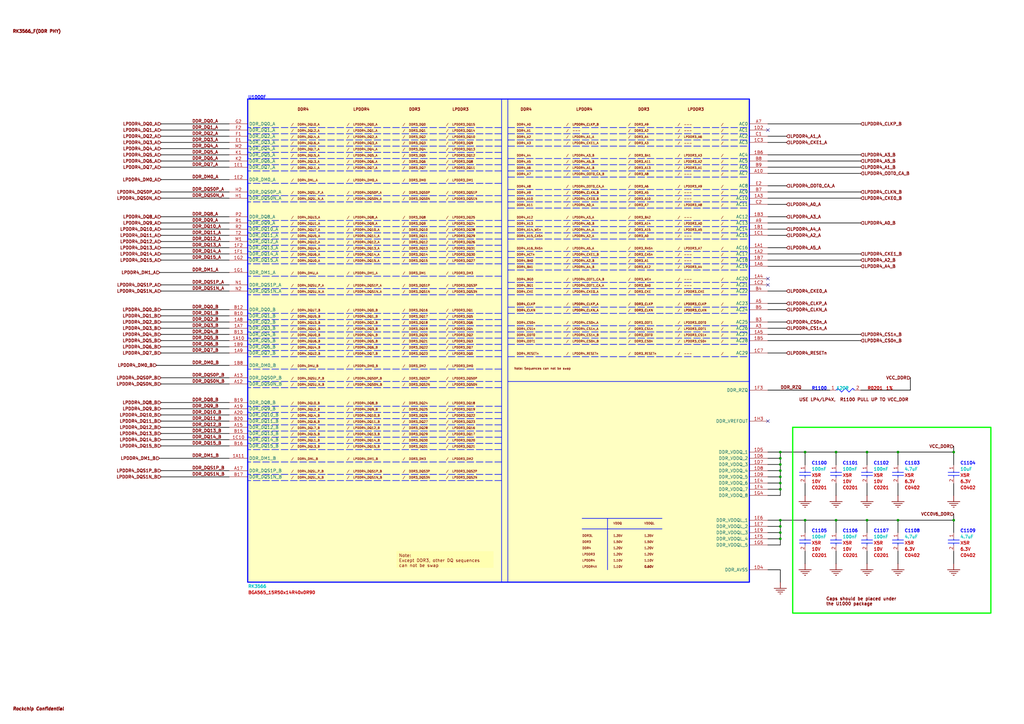
<source format=kicad_sch>
(kicad_sch (version 20231120) (generator "eeschema") (generator_version "8.0")
  (paper "User" 419.989 297.002)
  (lib_symbols
    (symbol "total-altium-import:11_0_CAP NP"
      (symbol "11_0_CAP NP_1_0"
        (pin passive line (at 2.54 2.54 270) (length 2.54) (name "1") (number "1"))
        (pin passive line (at 2.54 -5.08 90) (length 2.54) (name "2") (number "2"))
      )
    )
    (symbol "total-altium-import:11_0_SOC_RK3566"
      (symbol "11_0_SOC_RK3566_1_0"
        (pin passive line (at 30.48 -7.62 180) (length 7.62) (name "VDD_CPU_1") (number "1C12"))
        (pin passive line (at 30.48 -10.16 180) (length 7.62) (name "VDD_CPU_2") (number "1D11"))
        (pin passive line (at 30.48 -12.7 180) (length 7.62) (name "VDD_CPU_3") (number "1D12"))
        (pin passive line (at 30.48 -15.24 180) (length 7.62) (name "VDD_CPU_4") (number "1E11"))
        (pin passive line (at 30.48 -17.78 180) (length 7.62) (name "VDD_CPU_5") (number "1E12"))
        (pin passive line (at 30.48 -20.32 180) (length 7.62) (name "VDD_CPU_6") (number "1E13"))
        (pin passive line (at 30.48 -22.86 180) (length 7.62) (name "VDD_CPU_7") (number "1F11"))
        (pin passive line (at 30.48 -25.4 180) (length 7.62) (name "VDD_CPU_8") (number "1F12"))
        (pin passive line (at 30.48 -27.94 180) (length 7.62) (name "VDD_CPU_9") (number "1F13"))
        (pin passive line (at 30.48 -30.48 180) (length 7.62) (name "VDD_CPU_10") (number "1F14"))
        (pin passive line (at 30.48 -33.02 180) (length 7.62) (name "VDD_CPU_11") (number "1G13"))
        (pin passive line (at 30.48 -109.22 180) (length 7.62) (name "VDD_NPU_1") (number "1G15"))
        (pin passive line (at 30.48 -53.34 180) (length 7.62) (name "VDD_LOGIC_4") (number "1H10"))
        (pin passive line (at 30.48 -111.76 180) (length 7.62) (name "VDD_NPU_2") (number "1H14"))
        (pin passive line (at 30.48 -114.3 180) (length 7.62) (name "VDD_NPU_3") (number "1H15"))
        (pin passive line (at 30.48 -45.72 180) (length 7.62) (name "VDD_LOGIC_1") (number "1H7"))
        (pin passive line (at 30.48 -48.26 180) (length 7.62) (name "VDD_LOGIC_2") (number "1H8"))
        (pin passive line (at 30.48 -50.8 180) (length 7.62) (name "VDD_LOGIC_3") (number "1H9"))
        (pin passive line (at 30.48 -58.42 180) (length 7.62) (name "VDD_LOGIC_6") (number "1J10"))
        (pin passive line (at 30.48 -116.84 180) (length 7.62) (name "VDD_NPU_4") (number "1J14"))
        (pin passive line (at 30.48 -119.38 180) (length 7.62) (name "VDD_NPU_5") (number "1J15"))
        (pin passive line (at 30.48 -55.88 180) (length 7.62) (name "VDD_LOGIC_5") (number "1J7"))
        (pin passive line (at 30.48 -63.5 180) (length 7.62) (name "VDD_LOGIC_8") (number "1K10"))
        (pin passive line (at 30.48 -60.96 180) (length 7.62) (name "VDD_LOGIC_7") (number "1K7"))
        (pin passive line (at 30.48 -66.04 180) (length 7.62) (name "VDD_LOGIC_9") (number "1L7"))
        (pin passive line (at 30.48 -78.74 180) (length 7.62) (name "VDD_GPU_1") (number "1L8"))
        (pin passive line (at 30.48 -81.28 180) (length 7.62) (name "VDD_GPU_2") (number "1L9"))
        (pin passive line (at 30.48 -83.82 180) (length 7.62) (name "VDD_GPU_3") (number "1M7"))
        (pin passive line (at 30.48 -86.36 180) (length 7.62) (name "VDD_GPU_4") (number "1M8"))
        (pin passive line (at 30.48 -88.9 180) (length 7.62) (name "VDD_GPU_5") (number "1M9"))
      )
      (symbol "11_0_SOC_RK3566_2_0"
        (pin passive line (at 30.48 -78.74 180) (length 7.62) (name "VSS_30") (number "1B10"))
        (pin passive line (at 30.48 -81.28 180) (length 7.62) (name "VSS_31") (number "1B11"))
        (pin passive line (at 30.48 -83.82 180) (length 7.62) (name "VSS_32") (number "1B15"))
        (pin passive line (at 30.48 -86.36 180) (length 7.62) (name "VSS_33") (number "1B19"))
        (pin passive line (at 30.48 -101.6 180) (length 7.62) (name "VSS_39") (number "1C14"))
        (pin passive line (at 30.48 -104.14 180) (length 7.62) (name "VSS_40") (number "1C16"))
        (pin passive line (at 30.48 -106.68 180) (length 7.62) (name "VSS_41") (number "1C18"))
        (pin passive line (at 30.48 -88.9 180) (length 7.62) (name "VSS_34") (number "1C4"))
        (pin passive line (at 30.48 -91.44 180) (length 7.62) (name "VSS_35") (number "1C5"))
        (pin passive line (at 30.48 -93.98 180) (length 7.62) (name "VSS_36") (number "1C6"))
        (pin passive line (at 30.48 -96.52 180) (length 7.62) (name "VSS_37") (number "1C8"))
        (pin passive line (at 30.48 -99.06 180) (length 7.62) (name "VSS_38") (number "1C9"))
        (pin passive line (at 30.48 -109.22 180) (length 7.62) (name "VSS_42") (number "1D1"))
        (pin passive line (at 30.48 -114.3 180) (length 7.62) (name "VSS_44") (number "1D10"))
        (pin passive line (at 30.48 -116.84 180) (length 7.62) (name "VSS_45") (number "1D14"))
        (pin passive line (at 30.48 -111.76 180) (length 7.62) (name "VSS_43") (number "1D3"))
        (pin passive line (at 30.48 -124.46 180) (length 7.62) (name "VSS_48") (number "1E10"))
        (pin passive line (at 30.48 -127 180) (length 7.62) (name "VSS_49") (number "1E14"))
        (pin passive line (at 30.48 -129.54 180) (length 7.62) (name "VSS_50") (number "1E15"))
        (pin passive line (at 30.48 -119.38 180) (length 7.62) (name "VSS_46") (number "1E3"))
        (pin passive line (at 30.48 -121.92 180) (length 7.62) (name "VSS_47") (number "1E8"))
        (pin passive line (at 30.48 -5.08 180) (length 7.62) (name "VSS_1") (number "A1"))
        (pin passive line (at 30.48 -7.62 180) (length 7.62) (name "VSS_2") (number "A2"))
        (pin passive line (at 30.48 -10.16 180) (length 7.62) (name "VSS_3") (number "A38"))
        (pin passive line (at 30.48 -48.26 180) (length 7.62) (name "VSS_18") (number "AA2"))
        (pin passive line (at 30.48 -63.5 180) (length 7.62) (name "VSS_24") (number "AC37"))
        (pin passive line (at 30.48 -50.8 180) (length 7.62) (name "VSS_19") (number "AD2"))
        (pin passive line (at 30.48 -66.04 180) (length 7.62) (name "VSS_25") (number "AE37"))
        (pin passive line (at 30.48 -68.58 180) (length 7.62) (name "VSS_26") (number "AH37"))
        (pin passive line (at 30.48 -71.12 180) (length 7.62) (name "VSS_27") (number "AL37"))
        (pin passive line (at 30.48 -53.34 180) (length 7.62) (name "VSS_20") (number "AP2"))
        (pin passive line (at 30.48 -73.66 180) (length 7.62) (name "VSS_28") (number "AP37"))
        (pin passive line (at 30.48 -58.42 180) (length 7.62) (name "VSS_22") (number "AP8"))
        (pin passive line (at 30.48 -55.88 180) (length 7.62) (name "VSS_21") (number "AR1"))
        (pin passive line (at 30.48 -76.2 180) (length 7.62) (name "VSS_29") (number "AR38"))
        (pin passive line (at 30.48 -12.7 180) (length 7.62) (name "VSS_4") (number "B1"))
        (pin passive line (at 30.48 -20.32 180) (length 7.62) (name "VSS_7") (number "B11"))
        (pin passive line (at 30.48 -22.86 180) (length 7.62) (name "VSS_8") (number "B14"))
        (pin passive line (at 30.48 -25.4 180) (length 7.62) (name "VSS_9") (number "B18"))
        (pin passive line (at 30.48 -15.24 180) (length 7.62) (name "VSS_5") (number "B2"))
        (pin passive line (at 30.48 -27.94 180) (length 7.62) (name "VSS_10") (number "B21"))
        (pin passive line (at 30.48 -30.48 180) (length 7.62) (name "VSS_11") (number "B28"))
        (pin passive line (at 30.48 -33.02 180) (length 7.62) (name "VSS_12") (number "B31"))
        (pin passive line (at 30.48 -17.78 180) (length 7.62) (name "VSS_6") (number "B6"))
        (pin passive line (at 30.48 -35.56 180) (length 7.62) (name "VSS_13") (number "D2"))
        (pin passive line (at 30.48 -60.96 180) (length 7.62) (name "VSS_23") (number "E37"))
        (pin passive line (at 30.48 -38.1 180) (length 7.62) (name "VSS_14") (number "J2"))
        (pin passive line (at 30.48 -40.64 180) (length 7.62) (name "VSS_15") (number "L2"))
        (pin passive line (at 30.48 -43.18 180) (length 7.62) (name "VSS_16") (number "U2"))
        (pin passive line (at 30.48 -45.72 180) (length 7.62) (name "VSS_17") (number "W2"))
      )
      (symbol "11_0_SOC_RK3566_3_0"
        (pin passive line (at 30.48 -5.08 180) (length 7.62) (name "VSS_51") (number "1E17"))
        (pin passive line (at 30.48 -17.78 180) (length 7.62) (name "VSS_56") (number "1F10"))
        (pin passive line (at 30.48 -20.32 180) (length 7.62) (name "VSS_57") (number "1F15"))
        (pin passive line (at 30.48 -22.86 180) (length 7.62) (name "VSS_58") (number "1F16"))
        (pin passive line (at 30.48 -7.62 180) (length 7.62) (name "VSS_52") (number "1F6"))
        (pin passive line (at 30.48 -10.16 180) (length 7.62) (name "VSS_53") (number "1F7"))
        (pin passive line (at 30.48 -12.7 180) (length 7.62) (name "VSS_54") (number "1F8"))
        (pin passive line (at 30.48 -15.24 180) (length 7.62) (name "VSS_55") (number "1F9"))
        (pin passive line (at 30.48 -38.1 180) (length 7.62) (name "VSS_64") (number "1G10"))
        (pin passive line (at 30.48 -40.64 180) (length 7.62) (name "VSS_65") (number "1G11"))
        (pin passive line (at 30.48 -43.18 180) (length 7.62) (name "VSS_66") (number "1G12"))
        (pin passive line (at 30.48 -45.72 180) (length 7.62) (name "VSS_67") (number "1G14"))
        (pin passive line (at 30.48 -25.4 180) (length 7.62) (name "VSS_59") (number "1G3"))
        (pin passive line (at 30.48 -27.94 180) (length 7.62) (name "VSS_60") (number "1G6"))
        (pin passive line (at 30.48 -30.48 180) (length 7.62) (name "VSS_61") (number "1G7"))
        (pin passive line (at 30.48 -33.02 180) (length 7.62) (name "VSS_62") (number "1G8"))
        (pin passive line (at 30.48 -35.56 180) (length 7.62) (name "VSS_63") (number "1G9"))
        (pin passive line (at 30.48 -48.26 180) (length 7.62) (name "VSS_68") (number "1H1"))
        (pin passive line (at 30.48 -55.88 180) (length 7.62) (name "VSS_71") (number "1H11"))
        (pin passive line (at 30.48 -58.42 180) (length 7.62) (name "VSS_72") (number "1H12"))
        (pin passive line (at 30.48 -60.96 180) (length 7.62) (name "VSS_73") (number "1H13"))
        (pin passive line (at 30.48 -50.8 180) (length 7.62) (name "VSS_69") (number "1H2"))
        (pin passive line (at 30.48 -53.34 180) (length 7.62) (name "VSS_70") (number "1H6"))
        (pin passive line (at 30.48 -63.5 180) (length 7.62) (name "VSS_74") (number "1J1"))
        (pin passive line (at 30.48 -73.66 180) (length 7.62) (name "VSS_78") (number "1J11"))
        (pin passive line (at 30.48 -76.2 180) (length 7.62) (name "VSS_79") (number "1J12"))
        (pin passive line (at 30.48 -78.74 180) (length 7.62) (name "VSS_80") (number "1J13"))
        (pin passive line (at 30.48 -66.04 180) (length 7.62) (name "VSS_75") (number "1J6"))
        (pin passive line (at 30.48 -68.58 180) (length 7.62) (name "VSS_76") (number "1J8"))
        (pin passive line (at 30.48 -71.12 180) (length 7.62) (name "VSS_77") (number "1J9"))
        (pin passive line (at 30.48 -99.06 180) (length 7.62) (name "VSS_88") (number "1K11"))
        (pin passive line (at 30.48 -101.6 180) (length 7.62) (name "VSS_89") (number "1K12"))
        (pin passive line (at 30.48 -104.14 180) (length 7.62) (name "VSS_90") (number "1K13"))
        (pin passive line (at 30.48 -106.68 180) (length 7.62) (name "VSS_91") (number "1K14"))
        (pin passive line (at 30.48 -109.22 180) (length 7.62) (name "VSS_92") (number "1K15"))
        (pin passive line (at 30.48 -81.28 180) (length 7.62) (name "VSS_81") (number "1K2"))
        (pin passive line (at 30.48 -83.82 180) (length 7.62) (name "VSS_82") (number "1K3"))
        (pin passive line (at 30.48 -86.36 180) (length 7.62) (name "VSS_83") (number "1K4"))
        (pin passive line (at 30.48 -88.9 180) (length 7.62) (name "VSS_84") (number "1K5"))
        (pin passive line (at 30.48 -91.44 180) (length 7.62) (name "VSS_85") (number "1K6"))
        (pin passive line (at 30.48 -93.98 180) (length 7.62) (name "VSS_86") (number "1K8"))
        (pin passive line (at 30.48 -96.52 180) (length 7.62) (name "VSS_87") (number "1K9"))
        (pin passive line (at 30.48 -116.84 180) (length 7.62) (name "VSS_95") (number "1L10"))
        (pin passive line (at 30.48 -119.38 180) (length 7.62) (name "VSS_96") (number "1L11"))
        (pin passive line (at 30.48 -121.92 180) (length 7.62) (name "VSS_97") (number "1L12"))
        (pin passive line (at 30.48 -124.46 180) (length 7.62) (name "VSS_98") (number "1L13"))
        (pin passive line (at 30.48 -127 180) (length 7.62) (name "VSS_99") (number "1L14"))
        (pin passive line (at 30.48 -129.54 180) (length 7.62) (name "VSS_100") (number "1L15"))
        (pin passive line (at 30.48 -111.76 180) (length 7.62) (name "VSS_93") (number "1L3"))
        (pin passive line (at 30.48 -114.3 180) (length 7.62) (name "VSS_94") (number "1L6"))
      )
      (symbol "11_0_SOC_RK3566_4_0"
        (pin passive line (at 30.48 -15.24 180) (length 7.62) (name "VSS_105") (number "1M10"))
        (pin passive line (at 30.48 -17.78 180) (length 7.62) (name "VSS_106") (number "1M11"))
        (pin passive line (at 30.48 -20.32 180) (length 7.62) (name "VSS_107") (number "1M12"))
        (pin passive line (at 30.48 -22.86 180) (length 7.62) (name "VSS_108") (number "1M13"))
        (pin passive line (at 30.48 -25.4 180) (length 7.62) (name "VSS_109") (number "1M14"))
        (pin passive line (at 30.48 -27.94 180) (length 7.62) (name "VSS_110") (number "1M15"))
        (pin passive line (at 30.48 -30.48 180) (length 7.62) (name "VSS_111") (number "1M16"))
        (pin passive line (at 30.48 -33.02 180) (length 7.62) (name "VSS_112") (number "1M17"))
        (pin passive line (at 30.48 -35.56 180) (length 7.62) (name "VSS_113") (number "1M20"))
        (pin passive line (at 30.48 -5.08 180) (length 7.62) (name "VSS_101") (number "1M3"))
        (pin passive line (at 30.48 -7.62 180) (length 7.62) (name "VSS_102") (number "1M4"))
        (pin passive line (at 30.48 -10.16 180) (length 7.62) (name "VSS_103") (number "1M5"))
        (pin passive line (at 30.48 -12.7 180) (length 7.62) (name "VSS_104") (number "1M6"))
        (pin passive line (at 30.48 -38.1 180) (length 7.62) (name "VSS_114") (number "1N3"))
        (pin passive line (at 30.48 -40.64 180) (length 7.62) (name "VSS_115") (number "1N4"))
        (pin passive line (at 30.48 -43.18 180) (length 7.62) (name "VSS_116") (number "1N7"))
        (pin passive line (at 30.48 -45.72 180) (length 7.62) (name "VSS_117") (number "1P1"))
        (pin passive line (at 30.48 -55.88 180) (length 7.62) (name "VSS_121") (number "1P15"))
        (pin passive line (at 30.48 -48.26 180) (length 7.62) (name "VSS_118") (number "1P5"))
        (pin passive line (at 30.48 -50.8 180) (length 7.62) (name "VSS_119") (number "1P6"))
        (pin passive line (at 30.48 -53.34 180) (length 7.62) (name "VSS_120") (number "1P7"))
        (pin passive line (at 30.48 -58.42 180) (length 7.62) (name "VSS_122") (number "1R3"))
        (pin passive line (at 30.48 -60.96 180) (length 7.62) (name "VSS_123") (number "1R4"))
        (pin passive line (at 30.48 -63.5 180) (length 7.62) (name "VSS_124") (number "1R5"))
        (pin passive line (at 30.48 -66.04 180) (length 7.62) (name "VSS_125") (number "1R6"))
        (pin passive line (at 30.48 -68.58 180) (length 7.62) (name "VSS_126") (number "1R7"))
        (pin passive line (at 30.48 -71.12 180) (length 7.62) (name "VSS_127") (number "1T3"))
        (pin passive line (at 30.48 -73.66 180) (length 7.62) (name "VSS_128") (number "1T5"))
        (pin passive line (at 30.48 -76.2 180) (length 7.62) (name "VSS_129") (number "1U2"))
        (pin passive line (at 30.48 -78.74 180) (length 7.62) (name "VSS_130") (number "1V1"))
        (pin passive line (at 30.48 -81.28 180) (length 7.62) (name "VSS_131") (number "1V4"))
      )
      (symbol "11_0_SOC_RK3566_5_0"
        (pin passive line (at 30.48 -119.38 180) (length 7.62) (name "AVSS1_6") (number "1F20"))
        (pin passive line (at 30.48 -121.92 180) (length 7.62) (name "AVSS1_7") (number "1G16"))
        (pin passive line (at 30.48 -124.46 180) (length 7.62) (name "AVSS1_8") (number "1G18"))
        (pin passive line (at 30.48 -127 180) (length 7.62) (name "AVSS1_9") (number "1G19"))
        (pin passive line (at 30.48 -129.54 180) (length 7.62) (name "AVSS1_10") (number "1G20"))
        (pin passive line (at 30.48 -132.08 180) (length 7.62) (name "AVSS1_11") (number "1J16"))
        (pin passive line (at 30.48 -134.62 180) (length 7.62) (name "AVSS1_12") (number "1J18"))
        (pin passive line (at 30.48 -137.16 180) (length 7.62) (name "AVSS1_13") (number "1K18"))
        (pin passive line (at 30.48 -139.7 180) (length 7.62) (name "AVSS1_14") (number "1L19"))
        (pin passive line (at 30.48 -25.4 180) (length 7.62) (name "AVSS_9") (number "1N11"))
        (pin passive line (at 30.48 -27.94 180) (length 7.62) (name "AVSS_10") (number "1N12"))
        (pin passive line (at 30.48 -33.02 180) (length 7.62) (name "AVSS_12") (number "1P10"))
        (pin passive line (at 30.48 -35.56 180) (length 7.62) (name "AVSS_13") (number "1P14"))
        (pin passive line (at 30.48 -30.48 180) (length 7.62) (name "AVSS_11") (number "1P8"))
        (pin passive line (at 30.48 -43.18 180) (length 7.62) (name "AVSS_16") (number "1R11"))
        (pin passive line (at 30.48 -45.72 180) (length 7.62) (name "AVSS_17") (number "1R12"))
        (pin passive line (at 30.48 -48.26 180) (length 7.62) (name "AVSS_18") (number "1R13"))
        (pin passive line (at 30.48 -50.8 180) (length 7.62) (name "AVSS_19") (number "1R14"))
        (pin passive line (at 30.48 -53.34 180) (length 7.62) (name "AVSS_20") (number "1R15"))
        (pin passive line (at 30.48 -38.1 180) (length 7.62) (name "AVSS_14") (number "1R8"))
        (pin passive line (at 30.48 -40.64 180) (length 7.62) (name "AVSS_15") (number "1R9"))
        (pin passive line (at 30.48 -63.5 180) (length 7.62) (name "AVSS_24") (number "1T10"))
        (pin passive line (at 30.48 -66.04 180) (length 7.62) (name "AVSS_25") (number "1T11"))
        (pin passive line (at 30.48 -68.58 180) (length 7.62) (name "AVSS_26") (number "1T12"))
        (pin passive line (at 30.48 -71.12 180) (length 7.62) (name "AVSS_27") (number "1T13"))
        (pin passive line (at 30.48 -73.66 180) (length 7.62) (name "AVSS_28") (number "1T14"))
        (pin passive line (at 30.48 -76.2 180) (length 7.62) (name "AVSS_29") (number "1T15"))
        (pin passive line (at 30.48 -78.74 180) (length 7.62) (name "AVSS_30") (number "1T16"))
        (pin passive line (at 30.48 -81.28 180) (length 7.62) (name "AVSS_31") (number "1T17"))
        (pin passive line (at 30.48 -55.88 180) (length 7.62) (name "AVSS_21") (number "1T7"))
        (pin passive line (at 30.48 -58.42 180) (length 7.62) (name "AVSS_22") (number "1T8"))
        (pin passive line (at 30.48 -60.96 180) (length 7.62) (name "AVSS_23") (number "1T9"))
        (pin passive line (at 30.48 -83.82 180) (length 7.62) (name "AVSS_32") (number "1U12"))
        (pin passive line (at 30.48 -86.36 180) (length 7.62) (name "AVSS_33") (number "1U13"))
        (pin passive line (at 30.48 -88.9 180) (length 7.62) (name "AVSS_34") (number "1U15"))
        (pin passive line (at 30.48 -91.44 180) (length 7.62) (name "AVSS_35") (number "1U17"))
        (pin passive line (at 30.48 -96.52 180) (length 7.62) (name "AVSS_37") (number "1V12"))
        (pin passive line (at 30.48 -99.06 180) (length 7.62) (name "AVSS_38") (number "1V13"))
        (pin passive line (at 30.48 -101.6 180) (length 7.62) (name "AVSS_39") (number "1V18"))
        (pin passive line (at 30.48 -93.98 180) (length 7.62) (name "AVSS_36") (number "1V7"))
        (pin passive line (at 30.48 -5.08 180) (length 7.62) (name "AVSS_1") (number "AP13"))
        (pin passive line (at 30.48 -7.62 180) (length 7.62) (name "AVSS_2") (number "AP16"))
        (pin passive line (at 30.48 -10.16 180) (length 7.62) (name "AVSS_3") (number "AP19"))
        (pin passive line (at 30.48 -12.7 180) (length 7.62) (name "AVSS_4") (number "AP22"))
        (pin passive line (at 30.48 -15.24 180) (length 7.62) (name "AVSS_5") (number "AP25"))
        (pin passive line (at 30.48 -17.78 180) (length 7.62) (name "AVSS_6") (number "AP28"))
        (pin passive line (at 30.48 -20.32 180) (length 7.62) (name "AVSS_7") (number "AP31"))
        (pin passive line (at 30.48 -22.86 180) (length 7.62) (name "AVSS_8") (number "AP34"))
        (pin passive line (at 30.48 -106.68 180) (length 7.62) (name "AVSS1_1") (number "H37"))
        (pin passive line (at 30.48 -109.22 180) (length 7.62) (name "AVSS1_2") (number "L37"))
        (pin passive line (at 30.48 -111.76 180) (length 7.62) (name "AVSS1_3") (number "P37"))
        (pin passive line (at 30.48 -114.3 180) (length 7.62) (name "AVSS1_4") (number "U37"))
        (pin passive line (at 30.48 -116.84 180) (length 7.62) (name "AVSS1_5") (number "Y37"))
      )
      (symbol "11_0_SOC_RK3566_6_0"
        (text "---" (at 133.096 -13.462 0) (effects (font (size 0.889 0.889)) (justify left bottom)))
        (text "---" (at 178.816 -104.902 0) (effects (font (size 0.889 0.889)) (justify left bottom)))
        (text "---" (at 178.816 -76.962 0) (effects (font (size 0.889 0.889)) (justify left bottom)))
        (text "---" (at 178.816 -74.422 0) (effects (font (size 0.889 0.889)) (justify left bottom)))
        (text "---" (at 178.816 -66.802 0) (effects (font (size 0.889 0.889)) (justify left bottom)))
        (text "---" (at 178.816 -64.262 0) (effects (font (size 0.889 0.889)) (justify left bottom)))
        (text "---" (at 178.816 -56.642 0) (effects (font (size 0.889 0.889)) (justify left bottom)))
        (text "---" (at 178.816 -49.022 0) (effects (font (size 0.889 0.889)) (justify left bottom)))
        (text "---" (at 178.816 -41.402 0) (effects (font (size 0.889 0.889)) (justify left bottom)))
        (text "---" (at 178.816 -38.862 0) (effects (font (size 0.889 0.889)) (justify left bottom)))
        (text "---" (at 178.816 -31.242 0) (effects (font (size 0.889 0.889)) (justify left bottom)))
        (text "---" (at 178.816 -18.542 0) (effects (font (size 0.889 0.889)) (justify left bottom)))
        (text "---" (at 178.816 -13.462 0) (effects (font (size 0.889 0.889)) (justify left bottom)))
        (text "---" (at 178.816 -10.922 0) (effects (font (size 0.889 0.889)) (justify left bottom)))
        (text "/" (at 17.78 -155.702 0) (effects (font (size 0.889 0.889)) (justify left bottom)))
        (text "/" (at 17.78 -153.162 0) (effects (font (size 0.889 0.889)) (justify left bottom)))
        (text "/" (at 17.78 -148.082 0) (effects (font (size 0.889 0.889)) (justify left bottom)))
        (text "/" (at 17.78 -143.002 0) (effects (font (size 0.889 0.889)) (justify left bottom)))
        (text "/" (at 17.78 -140.462 0) (effects (font (size 0.889 0.889)) (justify left bottom)))
        (text "/" (at 17.78 -137.922 0) (effects (font (size 0.889 0.889)) (justify left bottom)))
        (text "/" (at 17.78 -135.382 0) (effects (font (size 0.889 0.889)) (justify left bottom)))
        (text "/" (at 17.78 -132.842 0) (effects (font (size 0.889 0.889)) (justify left bottom)))
        (text "/" (at 17.78 -130.302 0) (effects (font (size 0.889 0.889)) (justify left bottom)))
        (text "/" (at 17.78 -127.762 0) (effects (font (size 0.889 0.889)) (justify left bottom)))
        (text "/" (at 17.78 -125.222 0) (effects (font (size 0.889 0.889)) (justify left bottom)))
        (text "/" (at 17.78 -117.602 0) (effects (font (size 0.889 0.889)) (justify left bottom)))
        (text "/" (at 17.78 -115.062 0) (effects (font (size 0.889 0.889)) (justify left bottom)))
        (text "/" (at 17.78 -109.982 0) (effects (font (size 0.889 0.889)) (justify left bottom)))
        (text "/" (at 17.78 -104.902 0) (effects (font (size 0.889 0.889)) (justify left bottom)))
        (text "/" (at 17.78 -102.362 0) (effects (font (size 0.889 0.889)) (justify left bottom)))
        (text "/" (at 17.78 -99.822 0) (effects (font (size 0.889 0.889)) (justify left bottom)))
        (text "/" (at 17.78 -97.282 0) (effects (font (size 0.889 0.889)) (justify left bottom)))
        (text "/" (at 17.78 -94.742 0) (effects (font (size 0.889 0.889)) (justify left bottom)))
        (text "/" (at 17.78 -92.202 0) (effects (font (size 0.889 0.889)) (justify left bottom)))
        (text "/" (at 17.78 -89.662 0) (effects (font (size 0.889 0.889)) (justify left bottom)))
        (text "/" (at 17.78 -87.122 0) (effects (font (size 0.889 0.889)) (justify left bottom)))
        (text "/" (at 17.78 -79.502 0) (effects (font (size 0.889 0.889)) (justify left bottom)))
        (text "/" (at 17.78 -76.962 0) (effects (font (size 0.889 0.889)) (justify left bottom)))
        (text "/" (at 17.78 -71.882 0) (effects (font (size 0.889 0.889)) (justify left bottom)))
        (text "/" (at 17.78 -66.802 0) (effects (font (size 0.889 0.889)) (justify left bottom)))
        (text "/" (at 17.78 -64.262 0) (effects (font (size 0.889 0.889)) (justify left bottom)))
        (text "/" (at 17.78 -61.722 0) (effects (font (size 0.889 0.889)) (justify left bottom)))
        (text "/" (at 17.78 -59.182 0) (effects (font (size 0.889 0.889)) (justify left bottom)))
        (text "/" (at 17.78 -56.642 0) (effects (font (size 0.889 0.889)) (justify left bottom)))
        (text "/" (at 17.78 -54.102 0) (effects (font (size 0.889 0.889)) (justify left bottom)))
        (text "/" (at 17.78 -51.562 0) (effects (font (size 0.889 0.889)) (justify left bottom)))
        (text "/" (at 17.78 -49.022 0) (effects (font (size 0.889 0.889)) (justify left bottom)))
        (text "/" (at 17.78 -41.402 0) (effects (font (size 0.889 0.889)) (justify left bottom)))
        (text "/" (at 17.78 -38.862 0) (effects (font (size 0.889 0.889)) (justify left bottom)))
        (text "/" (at 17.78 -33.782 0) (effects (font (size 0.889 0.889)) (justify left bottom)))
        (text "/" (at 17.78 -28.702 0) (effects (font (size 0.889 0.889)) (justify left bottom)))
        (text "/" (at 17.78 -26.162 0) (effects (font (size 0.889 0.889)) (justify left bottom)))
        (text "/" (at 17.78 -23.622 0) (effects (font (size 0.889 0.889)) (justify left bottom)))
        (text "/" (at 17.78 -21.082 0) (effects (font (size 0.889 0.889)) (justify left bottom)))
        (text "/" (at 17.78 -18.542 0) (effects (font (size 0.889 0.889)) (justify left bottom)))
        (text "/" (at 17.78 -16.002 0) (effects (font (size 0.889 0.889)) (justify left bottom)))
        (text "/" (at 17.78 -13.462 0) (effects (font (size 0.889 0.889)) (justify left bottom)))
        (text "/" (at 17.78 -10.922 0) (effects (font (size 0.889 0.889)) (justify left bottom)))
        (text "/" (at 40.64 -155.702 0) (effects (font (size 0.889 0.889)) (justify left bottom)))
        (text "/" (at 40.64 -153.162 0) (effects (font (size 0.889 0.889)) (justify left bottom)))
        (text "/" (at 40.64 -148.082 0) (effects (font (size 0.889 0.889)) (justify left bottom)))
        (text "/" (at 40.64 -143.002 0) (effects (font (size 0.889 0.889)) (justify left bottom)))
        (text "/" (at 40.64 -140.462 0) (effects (font (size 0.889 0.889)) (justify left bottom)))
        (text "/" (at 40.64 -137.922 0) (effects (font (size 0.889 0.889)) (justify left bottom)))
        (text "/" (at 40.64 -135.382 0) (effects (font (size 0.889 0.889)) (justify left bottom)))
        (text "/" (at 40.64 -132.842 0) (effects (font (size 0.889 0.889)) (justify left bottom)))
        (text "/" (at 40.64 -130.302 0) (effects (font (size 0.889 0.889)) (justify left bottom)))
        (text "/" (at 40.64 -127.762 0) (effects (font (size 0.889 0.889)) (justify left bottom)))
        (text "/" (at 40.64 -125.222 0) (effects (font (size 0.889 0.889)) (justify left bottom)))
        (text "/" (at 40.64 -117.602 0) (effects (font (size 0.889 0.889)) (justify left bottom)))
        (text "/" (at 40.64 -115.062 0) (effects (font (size 0.889 0.889)) (justify left bottom)))
        (text "/" (at 40.64 -109.982 0) (effects (font (size 0.889 0.889)) (justify left bottom)))
        (text "/" (at 40.64 -104.902 0) (effects (font (size 0.889 0.889)) (justify left bottom)))
        (text "/" (at 40.64 -102.362 0) (effects (font (size 0.889 0.889)) (justify left bottom)))
        (text "/" (at 40.64 -99.822 0) (effects (font (size 0.889 0.889)) (justify left bottom)))
        (text "/" (at 40.64 -97.282 0) (effects (font (size 0.889 0.889)) (justify left bottom)))
        (text "/" (at 40.64 -94.742 0) (effects (font (size 0.889 0.889)) (justify left bottom)))
        (text "/" (at 40.64 -92.202 0) (effects (font (size 0.889 0.889)) (justify left bottom)))
        (text "/" (at 40.64 -89.662 0) (effects (font (size 0.889 0.889)) (justify left bottom)))
        (text "/" (at 40.64 -87.122 0) (effects (font (size 0.889 0.889)) (justify left bottom)))
        (text "/" (at 40.64 -79.502 0) (effects (font (size 0.889 0.889)) (justify left bottom)))
        (text "/" (at 40.64 -76.962 0) (effects (font (size 0.889 0.889)) (justify left bottom)))
        (text "/" (at 40.64 -71.882 0) (effects (font (size 0.889 0.889)) (justify left bottom)))
        (text "/" (at 40.64 -66.802 0) (effects (font (size 0.889 0.889)) (justify left bottom)))
        (text "/" (at 40.64 -64.262 0) (effects (font (size 0.889 0.889)) (justify left bottom)))
        (text "/" (at 40.64 -61.722 0) (effects (font (size 0.889 0.889)) (justify left bottom)))
        (text "/" (at 40.64 -59.182 0) (effects (font (size 0.889 0.889)) (justify left bottom)))
        (text "/" (at 40.64 -56.642 0) (effects (font (size 0.889 0.889)) (justify left bottom)))
        (text "/" (at 40.64 -54.102 0) (effects (font (size 0.889 0.889)) (justify left bottom)))
        (text "/" (at 40.64 -51.562 0) (effects (font (size 0.889 0.889)) (justify left bottom)))
        (text "/" (at 40.64 -49.022 0) (effects (font (size 0.889 0.889)) (justify left bottom)))
        (text "/" (at 40.64 -41.402 0) (effects (font (size 0.889 0.889)) (justify left bottom)))
        (text "/" (at 40.64 -38.862 0) (effects (font (size 0.889 0.889)) (justify left bottom)))
        (text "/" (at 40.64 -33.782 0) (effects (font (size 0.889 0.889)) (justify left bottom)))
        (text "/" (at 40.64 -28.702 0) (effects (font (size 0.889 0.889)) (justify left bottom)))
        (text "/" (at 40.64 -26.162 0) (effects (font (size 0.889 0.889)) (justify left bottom)))
        (text "/" (at 40.64 -23.622 0) (effects (font (size 0.889 0.889)) (justify left bottom)))
        (text "/" (at 40.64 -21.082 0) (effects (font (size 0.889 0.889)) (justify left bottom)))
        (text "/" (at 40.64 -18.542 0) (effects (font (size 0.889 0.889)) (justify left bottom)))
        (text "/" (at 40.64 -16.002 0) (effects (font (size 0.889 0.889)) (justify left bottom)))
        (text "/" (at 40.64 -13.462 0) (effects (font (size 0.889 0.889)) (justify left bottom)))
        (text "/" (at 40.64 -10.922 0) (effects (font (size 0.889 0.889)) (justify left bottom)))
        (text "/" (at 63.5 -155.702 0) (effects (font (size 0.889 0.889)) (justify left bottom)))
        (text "/" (at 63.5 -153.162 0) (effects (font (size 0.889 0.889)) (justify left bottom)))
        (text "/" (at 63.5 -148.082 0) (effects (font (size 0.889 0.889)) (justify left bottom)))
        (text "/" (at 63.5 -143.002 0) (effects (font (size 0.889 0.889)) (justify left bottom)))
        (text "/" (at 63.5 -140.462 0) (effects (font (size 0.889 0.889)) (justify left bottom)))
        (text "/" (at 63.5 -137.922 0) (effects (font (size 0.889 0.889)) (justify left bottom)))
        (text "/" (at 63.5 -135.382 0) (effects (font (size 0.889 0.889)) (justify left bottom)))
        (text "/" (at 63.5 -132.842 0) (effects (font (size 0.889 0.889)) (justify left bottom)))
        (text "/" (at 63.5 -130.302 0) (effects (font (size 0.889 0.889)) (justify left bottom)))
        (text "/" (at 63.5 -127.762 0) (effects (font (size 0.889 0.889)) (justify left bottom)))
        (text "/" (at 63.5 -125.222 0) (effects (font (size 0.889 0.889)) (justify left bottom)))
        (text "/" (at 63.5 -117.602 0) (effects (font (size 0.889 0.889)) (justify left bottom)))
        (text "/" (at 63.5 -115.062 0) (effects (font (size 0.889 0.889)) (justify left bottom)))
        (text "/" (at 63.5 -109.982 0) (effects (font (size 0.889 0.889)) (justify left bottom)))
        (text "/" (at 63.5 -104.902 0) (effects (font (size 0.889 0.889)) (justify left bottom)))
        (text "/" (at 63.5 -102.362 0) (effects (font (size 0.889 0.889)) (justify left bottom)))
        (text "/" (at 63.5 -99.822 0) (effects (font (size 0.889 0.889)) (justify left bottom)))
        (text "/" (at 63.5 -97.282 0) (effects (font (size 0.889 0.889)) (justify left bottom)))
        (text "/" (at 63.5 -94.742 0) (effects (font (size 0.889 0.889)) (justify left bottom)))
        (text "/" (at 63.5 -92.202 0) (effects (font (size 0.889 0.889)) (justify left bottom)))
        (text "/" (at 63.5 -89.662 0) (effects (font (size 0.889 0.889)) (justify left bottom)))
        (text "/" (at 63.5 -87.122 0) (effects (font (size 0.889 0.889)) (justify left bottom)))
        (text "/" (at 63.5 -79.502 0) (effects (font (size 0.889 0.889)) (justify left bottom)))
        (text "/" (at 63.5 -76.962 0) (effects (font (size 0.889 0.889)) (justify left bottom)))
        (text "/" (at 63.5 -71.882 0) (effects (font (size 0.889 0.889)) (justify left bottom)))
        (text "/" (at 63.5 -66.802 0) (effects (font (size 0.889 0.889)) (justify left bottom)))
        (text "/" (at 63.5 -64.262 0) (effects (font (size 0.889 0.889)) (justify left bottom)))
        (text "/" (at 63.5 -61.722 0) (effects (font (size 0.889 0.889)) (justify left bottom)))
        (text "/" (at 63.5 -59.182 0) (effects (font (size 0.889 0.889)) (justify left bottom)))
        (text "/" (at 63.5 -56.642 0) (effects (font (size 0.889 0.889)) (justify left bottom)))
        (text "/" (at 63.5 -54.102 0) (effects (font (size 0.889 0.889)) (justify left bottom)))
        (text "/" (at 63.5 -51.562 0) (effects (font (size 0.889 0.889)) (justify left bottom)))
        (text "/" (at 63.5 -49.022 0) (effects (font (size 0.889 0.889)) (justify left bottom)))
        (text "/" (at 63.5 -41.402 0) (effects (font (size 0.889 0.889)) (justify left bottom)))
        (text "/" (at 63.5 -38.862 0) (effects (font (size 0.889 0.889)) (justify left bottom)))
        (text "/" (at 63.5 -33.782 0) (effects (font (size 0.889 0.889)) (justify left bottom)))
        (text "/" (at 63.5 -28.702 0) (effects (font (size 0.889 0.889)) (justify left bottom)))
        (text "/" (at 63.5 -26.162 0) (effects (font (size 0.889 0.889)) (justify left bottom)))
        (text "/" (at 63.5 -23.622 0) (effects (font (size 0.889 0.889)) (justify left bottom)))
        (text "/" (at 63.5 -21.082 0) (effects (font (size 0.889 0.889)) (justify left bottom)))
        (text "/" (at 63.5 -18.542 0) (effects (font (size 0.889 0.889)) (justify left bottom)))
        (text "/" (at 63.5 -16.002 0) (effects (font (size 0.889 0.889)) (justify left bottom)))
        (text "/" (at 63.5 -13.462 0) (effects (font (size 0.889 0.889)) (justify left bottom)))
        (text "/" (at 63.5 -10.922 0) (effects (font (size 0.889 0.889)) (justify left bottom)))
        (text "/" (at 81.28 -155.702 0) (effects (font (size 0.889 0.889)) (justify left bottom)))
        (text "/" (at 81.28 -153.162 0) (effects (font (size 0.889 0.889)) (justify left bottom)))
        (text "/" (at 81.28 -148.082 0) (effects (font (size 0.889 0.889)) (justify left bottom)))
        (text "/" (at 81.28 -143.002 0) (effects (font (size 0.889 0.889)) (justify left bottom)))
        (text "/" (at 81.28 -140.462 0) (effects (font (size 0.889 0.889)) (justify left bottom)))
        (text "/" (at 81.28 -137.922 0) (effects (font (size 0.889 0.889)) (justify left bottom)))
        (text "/" (at 81.28 -135.382 0) (effects (font (size 0.889 0.889)) (justify left bottom)))
        (text "/" (at 81.28 -132.842 0) (effects (font (size 0.889 0.889)) (justify left bottom)))
        (text "/" (at 81.28 -130.302 0) (effects (font (size 0.889 0.889)) (justify left bottom)))
        (text "/" (at 81.28 -127.762 0) (effects (font (size 0.889 0.889)) (justify left bottom)))
        (text "/" (at 81.28 -125.222 0) (effects (font (size 0.889 0.889)) (justify left bottom)))
        (text "/" (at 81.28 -117.602 0) (effects (font (size 0.889 0.889)) (justify left bottom)))
        (text "/" (at 81.28 -115.062 0) (effects (font (size 0.889 0.889)) (justify left bottom)))
        (text "/" (at 81.28 -109.982 0) (effects (font (size 0.889 0.889)) (justify left bottom)))
        (text "/" (at 81.28 -104.902 0) (effects (font (size 0.889 0.889)) (justify left bottom)))
        (text "/" (at 81.28 -102.362 0) (effects (font (size 0.889 0.889)) (justify left bottom)))
        (text "/" (at 81.28 -99.822 0) (effects (font (size 0.889 0.889)) (justify left bottom)))
        (text "/" (at 81.28 -97.282 0) (effects (font (size 0.889 0.889)) (justify left bottom)))
        (text "/" (at 81.28 -94.742 0) (effects (font (size 0.889 0.889)) (justify left bottom)))
        (text "/" (at 81.28 -92.202 0) (effects (font (size 0.889 0.889)) (justify left bottom)))
        (text "/" (at 81.28 -89.662 0) (effects (font (size 0.889 0.889)) (justify left bottom)))
        (text "/" (at 81.28 -87.122 0) (effects (font (size 0.889 0.889)) (justify left bottom)))
        (text "/" (at 81.28 -79.502 0) (effects (font (size 0.889 0.889)) (justify left bottom)))
        (text "/" (at 81.28 -76.962 0) (effects (font (size 0.889 0.889)) (justify left bottom)))
        (text "/" (at 81.28 -71.882 0) (effects (font (size 0.889 0.889)) (justify left bottom)))
        (text "/" (at 81.28 -66.802 0) (effects (font (size 0.889 0.889)) (justify left bottom)))
        (text "/" (at 81.28 -64.262 0) (effects (font (size 0.889 0.889)) (justify left bottom)))
        (text "/" (at 81.28 -61.722 0) (effects (font (size 0.889 0.889)) (justify left bottom)))
        (text "/" (at 81.28 -59.182 0) (effects (font (size 0.889 0.889)) (justify left bottom)))
        (text "/" (at 81.28 -56.642 0) (effects (font (size 0.889 0.889)) (justify left bottom)))
        (text "/" (at 81.28 -54.102 0) (effects (font (size 0.889 0.889)) (justify left bottom)))
        (text "/" (at 81.28 -51.562 0) (effects (font (size 0.889 0.889)) (justify left bottom)))
        (text "/" (at 81.28 -49.022 0) (effects (font (size 0.889 0.889)) (justify left bottom)))
        (text "/" (at 81.28 -41.402 0) (effects (font (size 0.889 0.889)) (justify left bottom)))
        (text "/" (at 81.28 -38.862 0) (effects (font (size 0.889 0.889)) (justify left bottom)))
        (text "/" (at 81.28 -33.782 0) (effects (font (size 0.889 0.889)) (justify left bottom)))
        (text "/" (at 81.28 -28.702 0) (effects (font (size 0.889 0.889)) (justify left bottom)))
        (text "/" (at 81.28 -26.162 0) (effects (font (size 0.889 0.889)) (justify left bottom)))
        (text "/" (at 81.28 -23.622 0) (effects (font (size 0.889 0.889)) (justify left bottom)))
        (text "/" (at 81.28 -21.082 0) (effects (font (size 0.889 0.889)) (justify left bottom)))
        (text "/" (at 81.28 -18.542 0) (effects (font (size 0.889 0.889)) (justify left bottom)))
        (text "/" (at 81.28 -16.002 0) (effects (font (size 0.889 0.889)) (justify left bottom)))
        (text "/" (at 81.28 -13.462 0) (effects (font (size 0.889 0.889)) (justify left bottom)))
        (text "/" (at 81.28 -10.922 0) (effects (font (size 0.889 0.889)) (justify left bottom)))
        (text "/" (at 130.556 -104.902 0) (effects (font (size 0.889 0.889)) (justify left bottom)))
        (text "/" (at 130.556 -99.822 0) (effects (font (size 0.889 0.889)) (justify left bottom)))
        (text "/" (at 130.556 -97.282 0) (effects (font (size 0.889 0.889)) (justify left bottom)))
        (text "/" (at 130.556 -94.742 0) (effects (font (size 0.889 0.889)) (justify left bottom)))
        (text "/" (at 130.556 -92.202 0) (effects (font (size 0.889 0.889)) (justify left bottom)))
        (text "/" (at 130.556 -87.122 0) (effects (font (size 0.889 0.889)) (justify left bottom)))
        (text "/" (at 130.556 -84.582 0) (effects (font (size 0.889 0.889)) (justify left bottom)))
        (text "/" (at 130.556 -79.502 0) (effects (font (size 0.889 0.889)) (justify left bottom)))
        (text "/" (at 130.556 -76.962 0) (effects (font (size 0.889 0.889)) (justify left bottom)))
        (text "/" (at 130.556 -74.422 0) (effects (font (size 0.889 0.889)) (justify left bottom)))
        (text "/" (at 130.556 -69.342 0) (effects (font (size 0.889 0.889)) (justify left bottom)))
        (text "/" (at 130.556 -66.802 0) (effects (font (size 0.889 0.889)) (justify left bottom)))
        (text "/" (at 130.556 -64.262 0) (effects (font (size 0.889 0.889)) (justify left bottom)))
        (text "/" (at 130.556 -61.722 0) (effects (font (size 0.889 0.889)) (justify left bottom)))
        (text "/" (at 130.556 -56.642 0) (effects (font (size 0.889 0.889)) (justify left bottom)))
        (text "/" (at 130.556 -54.102 0) (effects (font (size 0.889 0.889)) (justify left bottom)))
        (text "/" (at 130.556 -51.562 0) (effects (font (size 0.889 0.889)) (justify left bottom)))
        (text "/" (at 130.556 -49.022 0) (effects (font (size 0.889 0.889)) (justify left bottom)))
        (text "/" (at 130.556 -43.942 0) (effects (font (size 0.889 0.889)) (justify left bottom)))
        (text "/" (at 130.556 -41.402 0) (effects (font (size 0.889 0.889)) (justify left bottom)))
        (text "/" (at 130.556 -38.862 0) (effects (font (size 0.889 0.889)) (justify left bottom)))
        (text "/" (at 130.556 -36.322 0) (effects (font (size 0.889 0.889)) (justify left bottom)))
        (text "/" (at 130.556 -31.242 0) (effects (font (size 0.889 0.889)) (justify left bottom)))
        (text "/" (at 130.556 -28.702 0) (effects (font (size 0.889 0.889)) (justify left bottom)))
        (text "/" (at 130.556 -26.162 0) (effects (font (size 0.889 0.889)) (justify left bottom)))
        (text "/" (at 130.556 -23.622 0) (effects (font (size 0.889 0.889)) (justify left bottom)))
        (text "/" (at 130.556 -18.542 0) (effects (font (size 0.889 0.889)) (justify left bottom)))
        (text "/" (at 130.556 -16.002 0) (effects (font (size 0.889 0.889)) (justify left bottom)))
        (text "/" (at 130.556 -13.462 0) (effects (font (size 0.889 0.889)) (justify left bottom)))
        (text "/" (at 130.556 -10.922 0) (effects (font (size 0.889 0.889)) (justify left bottom)))
        (text "/" (at 155.956 -104.902 0) (effects (font (size 0.889 0.889)) (justify left bottom)))
        (text "/" (at 155.956 -99.822 0) (effects (font (size 0.889 0.889)) (justify left bottom)))
        (text "/" (at 155.956 -97.282 0) (effects (font (size 0.889 0.889)) (justify left bottom)))
        (text "/" (at 155.956 -94.742 0) (effects (font (size 0.889 0.889)) (justify left bottom)))
        (text "/" (at 155.956 -92.202 0) (effects (font (size 0.889 0.889)) (justify left bottom)))
        (text "/" (at 155.956 -87.122 0) (effects (font (size 0.889 0.889)) (justify left bottom)))
        (text "/" (at 155.956 -84.582 0) (effects (font (size 0.889 0.889)) (justify left bottom)))
        (text "/" (at 155.956 -79.502 0) (effects (font (size 0.889 0.889)) (justify left bottom)))
        (text "/" (at 155.956 -76.962 0) (effects (font (size 0.889 0.889)) (justify left bottom)))
        (text "/" (at 155.956 -74.422 0) (effects (font (size 0.889 0.889)) (justify left bottom)))
        (text "/" (at 155.956 -69.342 0) (effects (font (size 0.889 0.889)) (justify left bottom)))
        (text "/" (at 155.956 -66.802 0) (effects (font (size 0.889 0.889)) (justify left bottom)))
        (text "/" (at 155.956 -64.262 0) (effects (font (size 0.889 0.889)) (justify left bottom)))
        (text "/" (at 155.956 -61.722 0) (effects (font (size 0.889 0.889)) (justify left bottom)))
        (text "/" (at 155.956 -56.642 0) (effects (font (size 0.889 0.889)) (justify left bottom)))
        (text "/" (at 155.956 -54.102 0) (effects (font (size 0.889 0.889)) (justify left bottom)))
        (text "/" (at 155.956 -51.562 0) (effects (font (size 0.889 0.889)) (justify left bottom)))
        (text "/" (at 155.956 -49.022 0) (effects (font (size 0.889 0.889)) (justify left bottom)))
        (text "/" (at 155.956 -43.942 0) (effects (font (size 0.889 0.889)) (justify left bottom)))
        (text "/" (at 155.956 -41.402 0) (effects (font (size 0.889 0.889)) (justify left bottom)))
        (text "/" (at 155.956 -38.862 0) (effects (font (size 0.889 0.889)) (justify left bottom)))
        (text "/" (at 155.956 -36.322 0) (effects (font (size 0.889 0.889)) (justify left bottom)))
        (text "/" (at 155.956 -31.242 0) (effects (font (size 0.889 0.889)) (justify left bottom)))
        (text "/" (at 155.956 -28.702 0) (effects (font (size 0.889 0.889)) (justify left bottom)))
        (text "/" (at 155.956 -26.162 0) (effects (font (size 0.889 0.889)) (justify left bottom)))
        (text "/" (at 155.956 -23.622 0) (effects (font (size 0.889 0.889)) (justify left bottom)))
        (text "/" (at 155.956 -18.542 0) (effects (font (size 0.889 0.889)) (justify left bottom)))
        (text "/" (at 155.956 -16.002 0) (effects (font (size 0.889 0.889)) (justify left bottom)))
        (text "/" (at 155.956 -13.462 0) (effects (font (size 0.889 0.889)) (justify left bottom)))
        (text "/" (at 155.956 -10.922 0) (effects (font (size 0.889 0.889)) (justify left bottom)))
        (text "/" (at 176.276 -104.902 0) (effects (font (size 0.889 0.889)) (justify left bottom)))
        (text "/" (at 176.276 -99.822 0) (effects (font (size 0.889 0.889)) (justify left bottom)))
        (text "/" (at 176.276 -97.282 0) (effects (font (size 0.889 0.889)) (justify left bottom)))
        (text "/" (at 176.276 -94.742 0) (effects (font (size 0.889 0.889)) (justify left bottom)))
        (text "/" (at 176.276 -92.202 0) (effects (font (size 0.889 0.889)) (justify left bottom)))
        (text "/" (at 176.276 -87.122 0) (effects (font (size 0.889 0.889)) (justify left bottom)))
        (text "/" (at 176.276 -84.582 0) (effects (font (size 0.889 0.889)) (justify left bottom)))
        (text "/" (at 176.276 -79.502 0) (effects (font (size 0.889 0.889)) (justify left bottom)))
        (text "/" (at 176.276 -76.962 0) (effects (font (size 0.889 0.889)) (justify left bottom)))
        (text "/" (at 176.276 -74.422 0) (effects (font (size 0.889 0.889)) (justify left bottom)))
        (text "/" (at 176.276 -69.342 0) (effects (font (size 0.889 0.889)) (justify left bottom)))
        (text "/" (at 176.276 -66.802 0) (effects (font (size 0.889 0.889)) (justify left bottom)))
        (text "/" (at 176.276 -64.262 0) (effects (font (size 0.889 0.889)) (justify left bottom)))
        (text "/" (at 176.276 -61.722 0) (effects (font (size 0.889 0.889)) (justify left bottom)))
        (text "/" (at 176.276 -56.642 0) (effects (font (size 0.889 0.889)) (justify left bottom)))
        (text "/" (at 176.276 -54.102 0) (effects (font (size 0.889 0.889)) (justify left bottom)))
        (text "/" (at 176.276 -51.562 0) (effects (font (size 0.889 0.889)) (justify left bottom)))
        (text "/" (at 176.276 -49.022 0) (effects (font (size 0.889 0.889)) (justify left bottom)))
        (text "/" (at 176.276 -43.942 0) (effects (font (size 0.889 0.889)) (justify left bottom)))
        (text "/" (at 176.276 -41.402 0) (effects (font (size 0.889 0.889)) (justify left bottom)))
        (text "/" (at 176.276 -38.862 0) (effects (font (size 0.889 0.889)) (justify left bottom)))
        (text "/" (at 176.276 -36.322 0) (effects (font (size 0.889 0.889)) (justify left bottom)))
        (text "/" (at 176.276 -31.242 0) (effects (font (size 0.889 0.889)) (justify left bottom)))
        (text "/" (at 176.276 -28.702 0) (effects (font (size 0.889 0.889)) (justify left bottom)))
        (text "/" (at 176.276 -26.162 0) (effects (font (size 0.889 0.889)) (justify left bottom)))
        (text "/" (at 176.276 -23.622 0) (effects (font (size 0.889 0.889)) (justify left bottom)))
        (text "/" (at 176.276 -18.542 0) (effects (font (size 0.889 0.889)) (justify left bottom)))
        (text "/" (at 176.276 -16.002 0) (effects (font (size 0.889 0.889)) (justify left bottom)))
        (text "/" (at 176.276 -13.462 0) (effects (font (size 0.889 0.889)) (justify left bottom)))
        (text "/" (at 176.276 -10.922 0) (effects (font (size 0.889 0.889)) (justify left bottom)))
        (text "/" (at 194.056 -104.902 0) (effects (font (size 0.889 0.889)) (justify left bottom)))
        (text "/" (at 194.056 -99.822 0) (effects (font (size 0.889 0.889)) (justify left bottom)))
        (text "/" (at 194.056 -97.282 0) (effects (font (size 0.889 0.889)) (justify left bottom)))
        (text "/" (at 194.056 -94.742 0) (effects (font (size 0.889 0.889)) (justify left bottom)))
        (text "/" (at 194.056 -92.202 0) (effects (font (size 0.889 0.889)) (justify left bottom)))
        (text "/" (at 194.056 -87.122 0) (effects (font (size 0.889 0.889)) (justify left bottom)))
        (text "/" (at 194.056 -84.582 0) (effects (font (size 0.889 0.889)) (justify left bottom)))
        (text "/" (at 194.056 -79.502 0) (effects (font (size 0.889 0.889)) (justify left bottom)))
        (text "/" (at 194.056 -76.962 0) (effects (font (size 0.889 0.889)) (justify left bottom)))
        (text "/" (at 194.056 -74.422 0) (effects (font (size 0.889 0.889)) (justify left bottom)))
        (text "/" (at 194.056 -69.342 0) (effects (font (size 0.889 0.889)) (justify left bottom)))
        (text "/" (at 194.056 -66.802 0) (effects (font (size 0.889 0.889)) (justify left bottom)))
        (text "/" (at 194.056 -64.262 0) (effects (font (size 0.889 0.889)) (justify left bottom)))
        (text "/" (at 194.056 -61.722 0) (effects (font (size 0.889 0.889)) (justify left bottom)))
        (text "/" (at 194.056 -56.642 0) (effects (font (size 0.889 0.889)) (justify left bottom)))
        (text "/" (at 194.056 -54.102 0) (effects (font (size 0.889 0.889)) (justify left bottom)))
        (text "/" (at 194.056 -51.562 0) (effects (font (size 0.889 0.889)) (justify left bottom)))
        (text "/" (at 194.056 -49.022 0) (effects (font (size 0.889 0.889)) (justify left bottom)))
        (text "/" (at 194.056 -43.942 0) (effects (font (size 0.889 0.889)) (justify left bottom)))
        (text "/" (at 194.056 -41.402 0) (effects (font (size 0.889 0.889)) (justify left bottom)))
        (text "/" (at 194.056 -38.862 0) (effects (font (size 0.889 0.889)) (justify left bottom)))
        (text "/" (at 194.056 -36.322 0) (effects (font (size 0.889 0.889)) (justify left bottom)))
        (text "/" (at 194.056 -31.242 0) (effects (font (size 0.889 0.889)) (justify left bottom)))
        (text "/" (at 194.056 -28.702 0) (effects (font (size 0.889 0.889)) (justify left bottom)))
        (text "/" (at 194.056 -26.162 0) (effects (font (size 0.889 0.889)) (justify left bottom)))
        (text "/" (at 194.056 -23.622 0) (effects (font (size 0.889 0.889)) (justify left bottom)))
        (text "/" (at 194.056 -18.542 0) (effects (font (size 0.889 0.889)) (justify left bottom)))
        (text "/" (at 194.056 -16.002 0) (effects (font (size 0.889 0.889)) (justify left bottom)))
        (text "/" (at 194.056 -13.462 0) (effects (font (size 0.889 0.889)) (justify left bottom)))
        (text "/" (at 194.056 -10.922 0) (effects (font (size 0.889 0.889)) (justify left bottom)))
        (text "0.60V" (at 162.56 -192.278 0) (effects (font (size 0.889 0.889) (thickness 0.1778) (bold yes)) (justify left bottom)))
        (text "1.10V" (at 149.86 -192.278 0) (effects (font (size 0.889 0.889)) (justify left bottom)))
        (text "1.10V" (at 149.86 -189.738 0) (effects (font (size 0.889 0.889)) (justify left bottom)))
        (text "1.10V" (at 162.56 -189.738 0) (effects (font (size 0.889 0.889)) (justify left bottom)))
        (text "1.20V" (at 149.86 -187.198 0) (effects (font (size 0.889 0.889)) (justify left bottom)))
        (text "1.20V" (at 149.86 -184.658 0) (effects (font (size 0.889 0.889)) (justify left bottom)))
        (text "1.20V" (at 162.56 -187.198 0) (effects (font (size 0.889 0.889)) (justify left bottom)))
        (text "1.20V" (at 162.56 -184.658 0) (effects (font (size 0.889 0.889)) (justify left bottom)))
        (text "1.35V" (at 149.86 -179.578 0) (effects (font (size 0.889 0.889)) (justify left bottom)))
        (text "1.35V" (at 162.56 -179.578 0) (effects (font (size 0.889 0.889)) (justify left bottom)))
        (text "1.50V" (at 149.86 -182.118 0) (effects (font (size 0.889 0.889)) (justify left bottom)))
        (text "1.50V" (at 162.56 -182.118 0) (effects (font (size 0.889 0.889)) (justify left bottom)))
        (text "DDR3" (at 66.04 -4.826 0) (effects (font (size 1.143 1.143) (thickness 0.2286) (bold yes)) (justify left bottom)))
        (text "DDR3" (at 137.16 -182.118 0) (effects (font (size 0.889 0.889)) (justify left bottom)))
        (text "DDR3" (at 160.02 -4.826 0) (effects (font (size 1.143 1.143) (thickness 0.2286) (bold yes)) (justify left bottom)))
        (text "DDR3_A0" (at 158.496 -56.642 0) (effects (font (size 0.889 0.889)) (justify left bottom)))
        (text "DDR3_A1" (at 158.496 -66.802 0) (effects (font (size 0.889 0.889)) (justify left bottom)))
        (text "DDR3_A10" (at 158.496 -41.402 0) (effects (font (size 0.889 0.889)) (justify left bottom)))
        (text "DDR3_A11" (at 158.496 -26.162 0) (effects (font (size 0.889 0.889)) (justify left bottom)))
        (text "DDR3_A12" (at 158.496 -69.342 0) (effects (font (size 0.889 0.889)) (justify left bottom)))
        (text "DDR3_A13" (at 158.496 -28.702 0) (effects (font (size 0.889 0.889)) (justify left bottom)))
        (text "DDR3_A14" (at 158.496 -51.562 0) (effects (font (size 0.889 0.889)) (justify left bottom)))
        (text "DDR3_A15" (at 158.496 -54.102 0) (effects (font (size 0.889 0.889)) (justify left bottom)))
        (text "DDR3_A2" (at 158.496 -13.462 0) (effects (font (size 0.889 0.889)) (justify left bottom)))
        (text "DDR3_A3" (at 158.496 -18.542 0) (effects (font (size 0.889 0.889)) (justify left bottom)))
        (text "DDR3_A4" (at 158.496 -16.002 0) (effects (font (size 0.889 0.889)) (justify left bottom)))
        (text "DDR3_A5" (at 158.496 -38.862 0) (effects (font (size 0.889 0.889)) (justify left bottom)))
        (text "DDR3_A6" (at 158.496 -36.322 0) (effects (font (size 0.889 0.889)) (justify left bottom)))
        (text "DDR3_A7" (at 158.496 -43.942 0) (effects (font (size 0.889 0.889)) (justify left bottom)))
        (text "DDR3_A8" (at 158.496 -31.242 0) (effects (font (size 0.889 0.889)) (justify left bottom)))
        (text "DDR3_A9" (at 158.496 -10.922 0) (effects (font (size 0.889 0.889)) (justify left bottom)))
        (text "DDR3_BA0" (at 158.496 -76.962 0) (effects (font (size 0.889 0.889)) (justify left bottom)))
        (text "DDR3_BA1" (at 158.496 -23.622 0) (effects (font (size 0.889 0.889)) (justify left bottom)))
        (text "DDR3_BA2" (at 158.496 -49.022 0) (effects (font (size 0.889 0.889)) (justify left bottom)))
        (text "DDR3_CASn" (at 158.496 -64.262 0) (effects (font (size 0.889 0.889)) (justify left bottom)))
        (text "DDR3_CKE" (at 158.496 -79.502 0) (effects (font (size 0.889 0.889)) (justify left bottom)))
        (text "DDR3_CLKN" (at 158.496 -87.122 0) (effects (font (size 0.889 0.889) (thickness 0.1778) (bold yes)) (justify left bottom)))
        (text "DDR3_CLKP" (at 158.496 -84.582 0) (effects (font (size 0.889 0.889) (thickness 0.1778) (bold yes)) (justify left bottom)))
        (text "DDR3_CS0n" (at 158.496 -99.822 0) (effects (font (size 0.889 0.889)) (justify left bottom)))
        (text "DDR3_CS1n" (at 158.496 -94.742 0) (effects (font (size 0.889 0.889)) (justify left bottom)))
        (text "DDR3_DM0" (at 66.04 -33.782 0) (effects (font (size 0.889 0.889)) (justify left bottom)))
        (text "DDR3_DM1" (at 66.04 -71.882 0) (effects (font (size 0.889 0.889)) (justify left bottom)))
        (text "DDR3_DM2" (at 66.04 -109.982 0) (effects (font (size 0.889 0.889)) (justify left bottom)))
        (text "DDR3_DM3" (at 66.04 -148.082 0) (effects (font (size 0.889 0.889)) (justify left bottom)))
        (text "DDR3_DQ0" (at 66.04 -10.922 0) (effects (font (size 0.889 0.889)) (justify left bottom)))
        (text "DDR3_DQ1" (at 66.04 -13.462 0) (effects (font (size 0.889 0.889)) (justify left bottom)))
        (text "DDR3_DQ10" (at 66.04 -54.102 0) (effects (font (size 0.889 0.889)) (justify left bottom)))
        (text "DDR3_DQ11" (at 66.04 -56.642 0) (effects (font (size 0.889 0.889)) (justify left bottom)))
        (text "DDR3_DQ12" (at 66.04 -59.182 0) (effects (font (size 0.889 0.889)) (justify left bottom)))
        (text "DDR3_DQ13" (at 66.04 -61.722 0) (effects (font (size 0.889 0.889)) (justify left bottom)))
        (text "DDR3_DQ14" (at 66.04 -64.262 0) (effects (font (size 0.889 0.889)) (justify left bottom)))
        (text "DDR3_DQ15" (at 66.04 -66.802 0) (effects (font (size 0.889 0.889)) (justify left bottom)))
        (text "DDR3_DQ16" (at 66.04 -87.122 0) (effects (font (size 0.889 0.889)) (justify left bottom)))
        (text "DDR3_DQ17" (at 66.04 -89.662 0) (effects (font (size 0.889 0.889)) (justify left bottom)))
        (text "DDR3_DQ18" (at 66.04 -92.202 0) (effects (font (size 0.889 0.889)) (justify left bottom)))
        (text "DDR3_DQ19" (at 66.04 -94.742 0) (effects (font (size 0.889 0.889)) (justify left bottom)))
        (text "DDR3_DQ2" (at 66.04 -16.002 0) (effects (font (size 0.889 0.889)) (justify left bottom)))
        (text "DDR3_DQ20" (at 66.04 -97.282 0) (effects (font (size 0.889 0.889)) (justify left bottom)))
        (text "DDR3_DQ21" (at 66.04 -99.822 0) (effects (font (size 0.889 0.889)) (justify left bottom)))
        (text "DDR3_DQ22" (at 66.04 -102.362 0) (effects (font (size 0.889 0.889)) (justify left bottom)))
        (text "DDR3_DQ23" (at 66.04 -104.902 0) (effects (font (size 0.889 0.889)) (justify left bottom)))
        (text "DDR3_DQ24" (at 66.04 -125.222 0) (effects (font (size 0.889 0.889)) (justify left bottom)))
        (text "DDR3_DQ25" (at 66.04 -127.762 0) (effects (font (size 0.889 0.889)) (justify left bottom)))
        (text "DDR3_DQ26" (at 66.04 -130.302 0) (effects (font (size 0.889 0.889)) (justify left bottom)))
        (text "DDR3_DQ27" (at 66.04 -132.842 0) (effects (font (size 0.889 0.889)) (justify left bottom)))
        (text "DDR3_DQ28" (at 66.04 -135.382 0) (effects (font (size 0.889 0.889)) (justify left bottom)))
        (text "DDR3_DQ29" (at 66.04 -137.922 0) (effects (font (size 0.889 0.889)) (justify left bottom)))
        (text "DDR3_DQ3" (at 66.04 -18.542 0) (effects (font (size 0.889 0.889)) (justify left bottom)))
        (text "DDR3_DQ30" (at 66.04 -140.462 0) (effects (font (size 0.889 0.889)) (justify left bottom)))
        (text "DDR3_DQ31" (at 66.04 -143.002 0) (effects (font (size 0.889 0.889)) (justify left bottom)))
        (text "DDR3_DQ4" (at 66.04 -21.082 0) (effects (font (size 0.889 0.889)) (justify left bottom)))
        (text "DDR3_DQ5" (at 66.04 -23.622 0) (effects (font (size 0.889 0.889)) (justify left bottom)))
        (text "DDR3_DQ6" (at 66.04 -26.162 0) (effects (font (size 0.889 0.889)) (justify left bottom)))
        (text "DDR3_DQ7" (at 66.04 -28.702 0) (effects (font (size 0.889 0.889)) (justify left bottom)))
        (text "DDR3_DQ8" (at 66.04 -49.022 0) (effects (font (size 0.889 0.889)) (justify left bottom)))
        (text "DDR3_DQ9" (at 66.04 -51.562 0) (effects (font (size 0.889 0.889)) (justify left bottom)))
        (text "DDR3_DQS0N" (at 66.04 -41.402 0) (effects (font (size 0.889 0.889)) (justify left bottom)))
        (text "DDR3_DQS0P" (at 66.04 -38.862 0) (effects (font (size 0.889 0.889)) (justify left bottom)))
        (text "DDR3_DQS1N" (at 66.04 -79.502 0) (effects (font (size 0.889 0.889)) (justify left bottom)))
        (text "DDR3_DQS1P" (at 66.04 -76.962 0) (effects (font (size 0.889 0.889)) (justify left bottom)))
        (text "DDR3_DQS2N" (at 66.04 -117.602 0) (effects (font (size 0.889 0.889)) (justify left bottom)))
        (text "DDR3_DQS2P" (at 66.04 -115.062 0) (effects (font (size 0.889 0.889)) (justify left bottom)))
        (text "DDR3_DQS3N" (at 66.04 -155.702 0) (effects (font (size 0.889 0.889)) (justify left bottom)))
        (text "DDR3_DQS3P" (at 66.04 -153.162 0) (effects (font (size 0.889 0.889)) (justify left bottom)))
        (text "DDR3_ODT0" (at 158.496 -97.282 0) (effects (font (size 0.889 0.889)) (justify left bottom)))
        (text "DDR3_ODT1" (at 158.496 -92.202 0) (effects (font (size 0.889 0.889)) (justify left bottom)))
        (text "DDR3_RASn" (at 158.496 -61.722 0) (effects (font (size 0.889 0.889)) (justify left bottom)))
        (text "DDR3_RESETn" (at 158.496 -104.902 0) (effects (font (size 0.889 0.889)) (justify left bottom)))
        (text "DDR3_WEn" (at 158.496 -74.422 0) (effects (font (size 0.889 0.889)) (justify left bottom)))
        (text "DDR3L" (at 137.16 -179.578 0) (effects (font (size 0.889 0.889)) (justify left bottom)))
        (text "DDR4" (at 20.32 -4.826 0) (effects (font (size 1.143 1.143) (thickness 0.2286) (bold yes)) (justify left bottom)))
        (text "DDR4" (at 111.76 -4.826 0) (effects (font (size 1.143 1.143) (thickness 0.2286) (bold yes)) (justify left bottom)))
        (text "DDR4" (at 137.16 -184.658 0) (effects (font (size 0.889 0.889)) (justify left bottom)))
        (text "DDR4_A0" (at 110.236 -10.922 0) (effects (font (size 0.889 0.889)) (justify left bottom)))
        (text "DDR4_A1" (at 110.236 -13.462 0) (effects (font (size 0.889 0.889)) (justify left bottom)))
        (text "DDR4_A10" (at 110.236 -41.402 0) (effects (font (size 0.889 0.889)) (justify left bottom)))
        (text "DDR4_A11" (at 110.236 -43.942 0) (effects (font (size 0.889 0.889)) (justify left bottom)))
        (text "DDR4_A12" (at 110.236 -49.022 0) (effects (font (size 0.889 0.889)) (justify left bottom)))
        (text "DDR4_A13" (at 110.236 -51.562 0) (effects (font (size 0.889 0.889)) (justify left bottom)))
        (text "DDR4_A14_WEn" (at 110.236 -54.102 0) (effects (font (size 0.889 0.889)) (justify left bottom)))
        (text "DDR4_A15_CASn" (at 110.236 -56.642 0) (effects (font (size 0.889 0.889)) (justify left bottom)))
        (text "DDR4_A16_RASn" (at 110.236 -61.722 0) (effects (font (size 0.889 0.889)) (justify left bottom)))
        (text "DDR4_A2" (at 110.236 -16.002 0) (effects (font (size 0.889 0.889)) (justify left bottom)))
        (text "DDR4_A3" (at 110.236 -18.542 0) (effects (font (size 0.889 0.889)) (justify left bottom)))
        (text "DDR4_A4" (at 110.236 -23.622 0) (effects (font (size 0.889 0.889)) (justify left bottom)))
        (text "DDR4_A5" (at 110.236 -26.162 0) (effects (font (size 0.889 0.889)) (justify left bottom)))
        (text "DDR4_A6" (at 110.236 -28.702 0) (effects (font (size 0.889 0.889)) (justify left bottom)))
        (text "DDR4_A7" (at 110.236 -31.242 0) (effects (font (size 0.889 0.889)) (justify left bottom)))
        (text "DDR4_A8" (at 110.236 -36.322 0) (effects (font (size 0.889 0.889)) (justify left bottom)))
        (text "DDR4_A9" (at 110.236 -38.862 0) (effects (font (size 0.889 0.889)) (justify left bottom)))
        (text "DDR4_ACTn" (at 110.236 -64.262 0) (effects (font (size 0.889 0.889)) (justify left bottom)))
        (text "DDR4_BA0" (at 110.236 -66.802 0) (effects (font (size 0.889 0.889)) (justify left bottom)))
        (text "DDR4_BA1" (at 110.236 -69.342 0) (effects (font (size 0.889 0.889)) (justify left bottom)))
        (text "DDR4_BG0" (at 110.236 -74.422 0) (effects (font (size 0.889 0.889)) (justify left bottom)))
        (text "DDR4_BG1" (at 110.236 -76.962 0) (effects (font (size 0.889 0.889)) (justify left bottom)))
        (text "DDR4_CKE" (at 110.236 -79.502 0) (effects (font (size 0.889 0.889)) (justify left bottom)))
        (text "DDR4_CLKN" (at 110.236 -87.122 0) (effects (font (size 0.889 0.889) (thickness 0.1778) (bold yes)) (justify left bottom)))
        (text "DDR4_CLKP" (at 110.236 -84.582 0) (effects (font (size 0.889 0.889) (thickness 0.1778) (bold yes)) (justify left bottom)))
        (text "DDR4_CS0n" (at 110.236 -92.202 0) (effects (font (size 0.889 0.889)) (justify left bottom)))
        (text "DDR4_CS1n" (at 110.236 -94.742 0) (effects (font (size 0.889 0.889)) (justify left bottom)))
        (text "DDR4_DML_A" (at 20.32 -33.782 0) (effects (font (size 0.889 0.889)) (justify left bottom)))
        (text "DDR4_DML_B" (at 20.32 -148.082 0) (effects (font (size 0.889 0.889)) (justify left bottom)))
        (text "DDR4_DMU_A" (at 20.32 -71.882 0) (effects (font (size 0.889 0.889)) (justify left bottom)))
        (text "DDR4_DMU_B" (at 20.32 -109.982 0) (effects (font (size 0.889 0.889)) (justify left bottom)))
        (text "DDR4_DQL0_A" (at 20.32 -10.922 0) (effects (font (size 0.889 0.889)) (justify left bottom)))
        (text "DDR4_DQL0_B" (at 20.32 -125.222 0) (effects (font (size 0.889 0.889)) (justify left bottom)))
        (text "DDR4_DQL1_A" (at 20.32 -28.702 0) (effects (font (size 0.889 0.889)) (justify left bottom)))
        (text "DDR4_DQL1_B" (at 20.32 -140.462 0) (effects (font (size 0.889 0.889)) (justify left bottom)))
        (text "DDR4_DQL2_A" (at 20.32 -13.462 0) (effects (font (size 0.889 0.889)) (justify left bottom)))
        (text "DDR4_DQL2_B" (at 20.32 -127.762 0) (effects (font (size 0.889 0.889)) (justify left bottom)))
        (text "DDR4_DQL3_A" (at 20.32 -26.162 0) (effects (font (size 0.889 0.889)) (justify left bottom)))
        (text "DDR4_DQL3_B" (at 20.32 -143.002 0) (effects (font (size 0.889 0.889)) (justify left bottom)))
        (text "DDR4_DQL4_A" (at 20.32 -16.002 0) (effects (font (size 0.889 0.889)) (justify left bottom)))
        (text "DDR4_DQL4_B" (at 20.32 -130.302 0) (effects (font (size 0.889 0.889)) (justify left bottom)))
        (text "DDR4_DQL5_A" (at 20.32 -23.622 0) (effects (font (size 0.889 0.889)) (justify left bottom)))
        (text "DDR4_DQL5_B" (at 20.32 -137.922 0) (effects (font (size 0.889 0.889)) (justify left bottom)))
        (text "DDR4_DQL6_A" (at 20.32 -18.542 0) (effects (font (size 0.889 0.889)) (justify left bottom)))
        (text "DDR4_DQL6_B" (at 20.32 -132.842 0) (effects (font (size 0.889 0.889)) (justify left bottom)))
        (text "DDR4_DQL7_A" (at 20.32 -21.082 0) (effects (font (size 0.889 0.889)) (justify left bottom)))
        (text "DDR4_DQL7_B" (at 20.32 -135.382 0) (effects (font (size 0.889 0.889)) (justify left bottom)))
        (text "DDR4_DQSL_N_A" (at 20.32 -41.402 0) (effects (font (size 0.889 0.889)) (justify left bottom)))
        (text "DDR4_DQSL_N_B" (at 20.32 -155.702 0) (effects (font (size 0.889 0.889)) (justify left bottom)))
        (text "DDR4_DQSL_P_A" (at 20.32 -38.862 0) (effects (font (size 0.889 0.889)) (justify left bottom)))
        (text "DDR4_DQSL_P_B" (at 20.32 -153.162 0) (effects (font (size 0.889 0.889)) (justify left bottom)))
        (text "DDR4_DQSU_N_A" (at 20.32 -79.502 0) (effects (font (size 0.889 0.889)) (justify left bottom)))
        (text "DDR4_DQSU_N_B" (at 20.32 -117.602 0) (effects (font (size 0.889 0.889)) (justify left bottom)))
        (text "DDR4_DQSU_P_A" (at 20.32 -76.962 0) (effects (font (size 0.889 0.889)) (justify left bottom)))
        (text "DDR4_DQSU_P_B" (at 20.32 -115.062 0) (effects (font (size 0.889 0.889)) (justify left bottom)))
        (text "DDR4_DQU0_A" (at 20.32 -66.802 0) (effects (font (size 0.889 0.889)) (justify left bottom)))
        (text "DDR4_DQU0_B" (at 20.32 -97.282 0) (effects (font (size 0.889 0.889)) (justify left bottom)))
        (text "DDR4_DQU1_A" (at 20.32 -51.562 0) (effects (font (size 0.889 0.889)) (justify left bottom)))
        (text "DDR4_DQU1_B" (at 20.32 -94.742 0) (effects (font (size 0.889 0.889)) (justify left bottom)))
        (text "DDR4_DQU2_A" (at 20.32 -59.182 0) (effects (font (size 0.889 0.889)) (justify left bottom)))
        (text "DDR4_DQU2_B" (at 20.32 -104.902 0) (effects (font (size 0.889 0.889)) (justify left bottom)))
        (text "DDR4_DQU3_A" (at 20.32 -49.022 0) (effects (font (size 0.889 0.889)) (justify left bottom)))
        (text "DDR4_DQU3_B" (at 20.32 -92.202 0) (effects (font (size 0.889 0.889)) (justify left bottom)))
        (text "DDR4_DQU4_A" (at 20.32 -61.722 0) (effects (font (size 0.889 0.889)) (justify left bottom)))
        (text "DDR4_DQU4_B" (at 20.32 -102.362 0) (effects (font (size 0.889 0.889)) (justify left bottom)))
        (text "DDR4_DQU5_A" (at 20.32 -56.642 0) (effects (font (size 0.889 0.889)) (justify left bottom)))
        (text "DDR4_DQU5_B" (at 20.32 -89.662 0) (effects (font (size 0.889 0.889)) (justify left bottom)))
        (text "DDR4_DQU6_A" (at 20.32 -64.262 0) (effects (font (size 0.889 0.889)) (justify left bottom)))
        (text "DDR4_DQU6_B" (at 20.32 -99.822 0) (effects (font (size 0.889 0.889)) (justify left bottom)))
        (text "DDR4_DQU7_A" (at 20.32 -54.102 0) (effects (font (size 0.889 0.889)) (justify left bottom)))
        (text "DDR4_DQU7_B" (at 20.32 -87.122 0) (effects (font (size 0.889 0.889)) (justify left bottom)))
        (text "DDR4_ODT0" (at 110.236 -97.282 0) (effects (font (size 0.889 0.889)) (justify left bottom)))
        (text "DDR4_ODT1" (at 110.236 -99.822 0) (effects (font (size 0.889 0.889)) (justify left bottom)))
        (text "DDR4_RESETn" (at 110.236 -104.902 0) (effects (font (size 0.889 0.889)) (justify left bottom)))
        (text "LPDDR3" (at 83.82 -4.826 0) (effects (font (size 1.143 1.143) (thickness 0.2286) (bold yes)) (justify left bottom)))
        (text "LPDDR3" (at 137.16 -187.198 0) (effects (font (size 0.889 0.889)) (justify left bottom)))
        (text "LPDDR3" (at 180.34 -4.826 0) (effects (font (size 1.143 1.143) (thickness 0.2286) (bold yes)) (justify left bottom)))
        (text "LPDDR3_A0" (at 178.816 -51.562 0) (effects (font (size 0.889 0.889)) (justify left bottom)))
        (text "LPDDR3_A1" (at 178.816 -28.702 0) (effects (font (size 0.889 0.889)) (justify left bottom)))
        (text "LPDDR3_A2" (at 178.816 -26.162 0) (effects (font (size 0.889 0.889)) (justify left bottom)))
        (text "LPDDR3_A3" (at 178.816 -23.622 0) (effects (font (size 0.889 0.889)) (justify left bottom)))
        (text "LPDDR3_A4" (at 178.816 -69.342 0) (effects (font (size 0.889 0.889)) (justify left bottom)))
        (text "LPDDR3_A5" (at 178.816 -54.102 0) (effects (font (size 0.889 0.889)) (justify left bottom)))
        (text "LPDDR3_A6" (at 178.816 -16.002 0) (effects (font (size 0.889 0.889)) (justify left bottom)))
        (text "LPDDR3_A7" (at 178.816 -61.722 0) (effects (font (size 0.889 0.889)) (justify left bottom)))
        (text "LPDDR3_A8" (at 178.816 -43.942 0) (effects (font (size 0.889 0.889)) (justify left bottom)))
        (text "LPDDR3_A9" (at 178.816 -36.322 0) (effects (font (size 0.889 0.889)) (justify left bottom)))
        (text "LPDDR3_CKE" (at 178.816 -79.502 0) (effects (font (size 0.889 0.889)) (justify left bottom)))
        (text "LPDDR3_CLKN" (at 178.816 -87.122 0) (effects (font (size 0.889 0.889) (thickness 0.1778) (bold yes)) (justify left bottom)))
        (text "LPDDR3_CLKP" (at 178.816 -84.582 0) (effects (font (size 0.889 0.889) (thickness 0.1778) (bold yes)) (justify left bottom)))
        (text "LPDDR3_CS0n" (at 178.816 -99.822 0) (effects (font (size 0.889 0.889)) (justify left bottom)))
        (text "LPDDR3_CS1n" (at 178.816 -97.282 0) (effects (font (size 0.889 0.889)) (justify left bottom)))
        (text "LPDDR3_DM0" (at 83.82 -109.982 0) (effects (font (size 0.889 0.889)) (justify left bottom)))
        (text "LPDDR3_DM1" (at 83.82 -33.782 0) (effects (font (size 0.889 0.889)) (justify left bottom)))
        (text "LPDDR3_DM2" (at 83.82 -148.082 0) (effects (font (size 0.889 0.889)) (justify left bottom)))
        (text "LPDDR3_DM3" (at 83.82 -71.882 0) (effects (font (size 0.889 0.889)) (justify left bottom)))
        (text "LPDDR3_DQ0" (at 83.82 -104.902 0) (effects (font (size 0.889 0.889)) (justify left bottom)))
        (text "LPDDR3_DQ1" (at 83.82 -87.122 0) (effects (font (size 0.889 0.889)) (justify left bottom)))
        (text "LPDDR3_DQ10" (at 83.82 -16.002 0) (effects (font (size 0.889 0.889)) (justify left bottom)))
        (text "LPDDR3_DQ11" (at 83.82 -28.702 0) (effects (font (size 0.889 0.889)) (justify left bottom)))
        (text "LPDDR3_DQ12" (at 83.82 -23.622 0) (effects (font (size 0.889 0.889)) (justify left bottom)))
        (text "LPDDR3_DQ13" (at 83.82 -21.082 0) (effects (font (size 0.889 0.889)) (justify left bottom)))
        (text "LPDDR3_DQ14" (at 83.82 -13.462 0) (effects (font (size 0.889 0.889)) (justify left bottom)))
        (text "LPDDR3_DQ15" (at 83.82 -10.922 0) (effects (font (size 0.889 0.889)) (justify left bottom)))
        (text "LPDDR3_DQ16" (at 83.82 -135.382 0) (effects (font (size 0.889 0.889)) (justify left bottom)))
        (text "LPDDR3_DQ17" (at 83.82 -137.922 0) (effects (font (size 0.889 0.889)) (justify left bottom)))
        (text "LPDDR3_DQ18" (at 83.82 -125.222 0) (effects (font (size 0.889 0.889)) (justify left bottom)))
        (text "LPDDR3_DQ19" (at 83.82 -127.762 0) (effects (font (size 0.889 0.889)) (justify left bottom)))
        (text "LPDDR3_DQ2" (at 83.82 -97.282 0) (effects (font (size 0.889 0.889)) (justify left bottom)))
        (text "LPDDR3_DQ20" (at 83.82 -140.462 0) (effects (font (size 0.889 0.889)) (justify left bottom)))
        (text "LPDDR3_DQ21" (at 83.82 -143.002 0) (effects (font (size 0.889 0.889)) (justify left bottom)))
        (text "LPDDR3_DQ22" (at 83.82 -130.302 0) (effects (font (size 0.889 0.889)) (justify left bottom)))
        (text "LPDDR3_DQ23" (at 83.82 -132.842 0) (effects (font (size 0.889 0.889)) (justify left bottom)))
        (text "LPDDR3_DQ24" (at 83.82 -51.562 0) (effects (font (size 0.889 0.889)) (justify left bottom)))
        (text "LPDDR3_DQ25" (at 83.82 -49.022 0) (effects (font (size 0.889 0.889)) (justify left bottom)))
        (text "LPDDR3_DQ26" (at 83.82 -59.182 0) (effects (font (size 0.889 0.889)) (justify left bottom)))
        (text "LPDDR3_DQ27" (at 83.82 -66.802 0) (effects (font (size 0.889 0.889)) (justify left bottom)))
        (text "LPDDR3_DQ28" (at 83.82 -54.102 0) (effects (font (size 0.889 0.889)) (justify left bottom)))
        (text "LPDDR3_DQ29" (at 83.82 -56.642 0) (effects (font (size 0.889 0.889)) (justify left bottom)))
        (text "LPDDR3_DQ3" (at 83.82 -99.822 0) (effects (font (size 0.889 0.889)) (justify left bottom)))
        (text "LPDDR3_DQ30" (at 83.82 -64.262 0) (effects (font (size 0.889 0.889)) (justify left bottom)))
        (text "LPDDR3_DQ31" (at 83.82 -61.722 0) (effects (font (size 0.889 0.889)) (justify left bottom)))
        (text "LPDDR3_DQ4" (at 83.82 -94.742 0) (effects (font (size 0.889 0.889)) (justify left bottom)))
        (text "LPDDR3_DQ5" (at 83.82 -89.662 0) (effects (font (size 0.889 0.889)) (justify left bottom)))
        (text "LPDDR3_DQ6" (at 83.82 -92.202 0) (effects (font (size 0.889 0.889)) (justify left bottom)))
        (text "LPDDR3_DQ7" (at 83.82 -102.362 0) (effects (font (size 0.889 0.889)) (justify left bottom)))
        (text "LPDDR3_DQ8" (at 83.82 -26.162 0) (effects (font (size 0.889 0.889)) (justify left bottom)))
        (text "LPDDR3_DQ9" (at 83.82 -18.542 0) (effects (font (size 0.889 0.889)) (justify left bottom)))
        (text "LPDDR3_DQS0N" (at 83.82 -117.602 0) (effects (font (size 0.889 0.889)) (justify left bottom)))
        (text "LPDDR3_DQS0P" (at 83.82 -115.062 0) (effects (font (size 0.889 0.889)) (justify left bottom)))
        (text "LPDDR3_DQS1N" (at 83.82 -41.402 0) (effects (font (size 0.889 0.889)) (justify left bottom)))
        (text "LPDDR3_DQS1P" (at 83.82 -38.862 0) (effects (font (size 0.889 0.889)) (justify left bottom)))
        (text "LPDDR3_DQS2N" (at 83.82 -155.702 0) (effects (font (size 0.889 0.889)) (justify left bottom)))
        (text "LPDDR3_DQS2P" (at 83.82 -153.162 0) (effects (font (size 0.889 0.889)) (justify left bottom)))
        (text "LPDDR3_DQS3N" (at 83.82 -79.502 0) (effects (font (size 0.889 0.889)) (justify left bottom)))
        (text "LPDDR3_DQS3P" (at 83.82 -76.962 0) (effects (font (size 0.889 0.889)) (justify left bottom)))
        (text "LPDDR3_ODT0" (at 178.816 -92.202 0) (effects (font (size 0.889 0.889)) (justify left bottom)))
        (text "LPDDR3_ODT1" (at 178.816 -94.742 0) (effects (font (size 0.889 0.889)) (justify left bottom)))
        (text "LPDDR4" (at 43.18 -4.826 0) (effects (font (size 1.143 1.143) (thickness 0.2286) (bold yes)) (justify left bottom)))
        (text "LPDDR4" (at 134.62 -4.826 0) (effects (font (size 1.143 1.143) (thickness 0.2286) (bold yes)) (justify left bottom)))
        (text "LPDDR4" (at 137.16 -189.738 0) (effects (font (size 0.889 0.889)) (justify left bottom)))
        (text "LPDDR4_A0_A" (at 133.096 -43.942 0) (effects (font (size 0.889 0.889)) (justify left bottom)))
        (text "LPDDR4_A0_B" (at 133.096 -51.562 0) (effects (font (size 0.889 0.889)) (justify left bottom)))
        (text "LPDDR4_A1_A" (at 133.096 -16.002 0) (effects (font (size 0.889 0.889)) (justify left bottom)))
        (text "LPDDR4_A1_B" (at 133.096 -28.702 0) (effects (font (size 0.889 0.889)) (justify left bottom)))
        (text "LPDDR4_A2_A" (at 133.096 -56.642 0) (effects (font (size 0.889 0.889)) (justify left bottom)))
        (text "LPDDR4_A2_B" (at 133.096 -66.802 0) (effects (font (size 0.889 0.889)) (justify left bottom)))
        (text "LPDDR4_A3_A" (at 133.096 -49.022 0) (effects (font (size 0.889 0.889)) (justify left bottom)))
        (text "LPDDR4_A3_B" (at 133.096 -23.622 0) (effects (font (size 0.889 0.889)) (justify left bottom)))
        (text "LPDDR4_A4_A" (at 133.096 -54.102 0) (effects (font (size 0.889 0.889)) (justify left bottom)))
        (text "LPDDR4_A4_B" (at 133.096 -69.342 0) (effects (font (size 0.889 0.889)) (justify left bottom)))
        (text "LPDDR4_A5_A" (at 133.096 -61.722 0) (effects (font (size 0.889 0.889)) (justify left bottom)))
        (text "LPDDR4_A5_B" (at 133.096 -26.162 0) (effects (font (size 0.889 0.889)) (justify left bottom)))
        (text "LPDDR4_CKE0_A" (at 133.096 -79.502 0) (effects (font (size 0.889 0.889)) (justify left bottom)))
        (text "LPDDR4_CKE0_B" (at 133.096 -41.402 0) (effects (font (size 0.889 0.889)) (justify left bottom)))
        (text "LPDDR4_CKE1_A" (at 133.096 -18.542 0) (effects (font (size 0.889 0.889)) (justify left bottom)))
        (text "LPDDR4_CKE1_B" (at 133.096 -64.262 0) (effects (font (size 0.889 0.889)) (justify left bottom)))
        (text "LPDDR4_CLKN_A" (at 133.096 -87.122 0) (effects (font (size 0.889 0.889) (thickness 0.1778) (bold yes)) (justify left bottom)))
        (text "LPDDR4_CLKN_B" (at 133.096 -38.862 0) (effects (font (size 0.889 0.889) (thickness 0.1778) (bold yes)) (justify left bottom)))
        (text "LPDDR4_CLKP_A" (at 133.096 -84.582 0) (effects (font (size 0.889 0.889) (thickness 0.1778) (bold yes)) (justify left bottom)))
        (text "LPDDR4_CLKP_B" (at 133.096 -10.922 0) (effects (font (size 0.889 0.889) (thickness 0.1778) (bold yes)) (justify left bottom)))
        (text "LPDDR4_CS0n_A" (at 133.096 -92.202 0) (effects (font (size 0.889 0.889)) (justify left bottom)))
        (text "LPDDR4_CS0n_B" (at 133.096 -99.822 0) (effects (font (size 0.889 0.889)) (justify left bottom)))
        (text "LPDDR4_CS1n_A" (at 133.096 -94.742 0) (effects (font (size 0.889 0.889)) (justify left bottom)))
        (text "LPDDR4_CS1n_B" (at 133.096 -97.282 0) (effects (font (size 0.889 0.889)) (justify left bottom)))
        (text "LPDDR4_DM0_A" (at 43.18 -33.782 0) (effects (font (size 0.889 0.889)) (justify left bottom)))
        (text "LPDDR4_DM0_B" (at 43.18 -109.982 0) (effects (font (size 0.889 0.889)) (justify left bottom)))
        (text "LPDDR4_DM1_A" (at 43.18 -71.882 0) (effects (font (size 0.889 0.889)) (justify left bottom)))
        (text "LPDDR4_DM1_B" (at 43.18 -148.082 0) (effects (font (size 0.889 0.889)) (justify left bottom)))
        (text "LPDDR4_DQ0_A" (at 43.18 -10.922 0) (effects (font (size 0.889 0.889)) (justify left bottom)))
        (text "LPDDR4_DQ0_B" (at 43.18 -87.122 0) (effects (font (size 0.889 0.889)) (justify left bottom)))
        (text "LPDDR4_DQ10_A" (at 43.18 -54.102 0) (effects (font (size 0.889 0.889)) (justify left bottom)))
        (text "LPDDR4_DQ10_B" (at 43.18 -130.302 0) (effects (font (size 0.889 0.889)) (justify left bottom)))
        (text "LPDDR4_DQ11_A" (at 43.18 -56.642 0) (effects (font (size 0.889 0.889)) (justify left bottom)))
        (text "LPDDR4_DQ11_B" (at 43.18 -132.842 0) (effects (font (size 0.889 0.889)) (justify left bottom)))
        (text "LPDDR4_DQ12_A" (at 43.18 -59.182 0) (effects (font (size 0.889 0.889)) (justify left bottom)))
        (text "LPDDR4_DQ12_B" (at 43.18 -135.382 0) (effects (font (size 0.889 0.889)) (justify left bottom)))
        (text "LPDDR4_DQ13_A" (at 43.18 -61.722 0) (effects (font (size 0.889 0.889)) (justify left bottom)))
        (text "LPDDR4_DQ13_B" (at 43.18 -137.922 0) (effects (font (size 0.889 0.889)) (justify left bottom)))
        (text "LPDDR4_DQ14_A" (at 43.18 -64.262 0) (effects (font (size 0.889 0.889)) (justify left bottom)))
        (text "LPDDR4_DQ14_B" (at 43.18 -140.462 0) (effects (font (size 0.889 0.889)) (justify left bottom)))
        (text "LPDDR4_DQ15_A" (at 43.18 -66.802 0) (effects (font (size 0.889 0.889)) (justify left bottom)))
        (text "LPDDR4_DQ15_B" (at 43.18 -143.002 0) (effects (font (size 0.889 0.889)) (justify left bottom)))
        (text "LPDDR4_DQ1_A" (at 43.18 -13.462 0) (effects (font (size 0.889 0.889)) (justify left bottom)))
        (text "LPDDR4_DQ1_B" (at 43.18 -89.662 0) (effects (font (size 0.889 0.889)) (justify left bottom)))
        (text "LPDDR4_DQ2_A" (at 43.18 -16.002 0) (effects (font (size 0.889 0.889)) (justify left bottom)))
        (text "LPDDR4_DQ2_B" (at 43.18 -92.202 0) (effects (font (size 0.889 0.889)) (justify left bottom)))
        (text "LPDDR4_DQ3_A" (at 43.18 -18.542 0) (effects (font (size 0.889 0.889)) (justify left bottom)))
        (text "LPDDR4_DQ3_B" (at 43.18 -94.742 0) (effects (font (size 0.889 0.889)) (justify left bottom)))
        (text "LPDDR4_DQ4_A" (at 43.18 -21.082 0) (effects (font (size 0.889 0.889)) (justify left bottom)))
        (text "LPDDR4_DQ4_B" (at 43.18 -97.282 0) (effects (font (size 0.889 0.889)) (justify left bottom)))
        (text "LPDDR4_DQ5_A" (at 43.18 -23.622 0) (effects (font (size 0.889 0.889)) (justify left bottom)))
        (text "LPDDR4_DQ5_B" (at 43.18 -99.822 0) (effects (font (size 0.889 0.889)) (justify left bottom)))
        (text "LPDDR4_DQ6_A" (at 43.18 -26.162 0) (effects (font (size 0.889 0.889)) (justify left bottom)))
        (text "LPDDR4_DQ6_B" (at 43.18 -102.362 0) (effects (font (size 0.889 0.889)) (justify left bottom)))
        (text "LPDDR4_DQ7_A" (at 43.18 -28.702 0) (effects (font (size 0.889 0.889)) (justify left bottom)))
        (text "LPDDR4_DQ7_B" (at 43.18 -104.902 0) (effects (font (size 0.889 0.889)) (justify left bottom)))
        (text "LPDDR4_DQ8_A" (at 43.18 -49.022 0) (effects (font (size 0.889 0.889)) (justify left bottom)))
        (text "LPDDR4_DQ8_B" (at 43.18 -125.222 0) (effects (font (size 0.889 0.889)) (justify left bottom)))
        (text "LPDDR4_DQ9_A" (at 43.18 -51.562 0) (effects (font (size 0.889 0.889)) (justify left bottom)))
        (text "LPDDR4_DQ9_B" (at 43.18 -127.762 0) (effects (font (size 0.889 0.889)) (justify left bottom)))
        (text "LPDDR4_DQS0N_A" (at 43.18 -41.402 0) (effects (font (size 0.889 0.889)) (justify left bottom)))
        (text "LPDDR4_DQS0N_B" (at 43.18 -117.602 0) (effects (font (size 0.889 0.889)) (justify left bottom)))
        (text "LPDDR4_DQS0P_A" (at 43.18 -38.862 0) (effects (font (size 0.889 0.889)) (justify left bottom)))
        (text "LPDDR4_DQS0P_B" (at 43.18 -115.062 0) (effects (font (size 0.889 0.889)) (justify left bottom)))
        (text "LPDDR4_DQS1N_A" (at 43.18 -79.502 0) (effects (font (size 0.889 0.889)) (justify left bottom)))
        (text "LPDDR4_DQS1N_B" (at 43.18 -155.702 0) (effects (font (size 0.889 0.889)) (justify left bottom)))
        (text "LPDDR4_DQS1P_A" (at 43.18 -76.962 0) (effects (font (size 0.889 0.889)) (justify left bottom)))
        (text "LPDDR4_DQS1P_B" (at 43.18 -153.162 0) (effects (font (size 0.889 0.889)) (justify left bottom)))
        (text "LPDDR4_ODT0_CA_A" (at 133.096 -36.322 0) (effects (font (size 0.889 0.889)) (justify left bottom)))
        (text "LPDDR4_ODT0_CA_B" (at 133.096 -31.242 0) (effects (font (size 0.889 0.889)) (justify left bottom)))
        (text "LPDDR4_ODT1_CA_A" (at 133.096 -76.962 0) (effects (font (size 0.889 0.889)) (justify left bottom)))
        (text "LPDDR4_ODT1_CA_B" (at 133.096 -74.422 0) (effects (font (size 0.889 0.889)) (justify left bottom)))
        (text "LPDDR4_RESETn" (at 133.096 -104.902 0) (effects (font (size 0.889 0.889)) (justify left bottom)))
        (text "LPDDR4X" (at 137.16 -192.278 0) (effects (font (size 0.889 0.889)) (justify left bottom)))
        (text "Note: Sequences can not be swap" (at 109.22 -110.998 0) (effects (font (size 0.889 0.889)) (justify left bottom)))
        (text "VDDQ" (at 149.86 -174.498 0) (effects (font (size 0.889 0.889)) (justify left bottom)))
        (text "VDDQL" (at 162.56 -174.498 0) (effects (font (size 0.889 0.889)) (justify left bottom)))
        (text_box "Note:\nExcept DDR3, other DQ sequences\ncan not be swap" (at 100.838 -185.42 0) (size -39.878 -6.858) (stroke (width -0.0001)) (fill (type color) (color 255 255 176 1)) (effects (font (size 1.27 1.27)) (justify left top)))
        (pin passive line (at 213.36 -60.96 180) (length 7.62) (name "AC16") (number "1A1"))
        (pin passive line (at -7.62 -99.06 0) (length 7.62) (name "DDR_DQ5_B") (number "1A10"))
        (pin passive line (at -7.62 -147.32 0) (length 7.62) (name "DDR_DM1_B") (number "1A11"))
        (pin passive line (at 213.36 -63.5 180) (length 7.62) (name "AC17") (number "1A2"))
        (pin passive line (at 213.36 -40.64 180) (length 7.62) (name "AC10") (number "1A3"))
        (pin passive line (at 213.36 -73.66 180) (length 7.62) (name "AC20") (number "1A4"))
        (pin passive line (at 213.36 -96.52 180) (length 7.62) (name "AC27") (number "1A5"))
        (pin passive line (at 213.36 -68.58 180) (length 7.62) (name "AC19") (number "1A6"))
        (pin passive line (at -7.62 -93.98 0) (length 7.62) (name "DDR_DQ3_B") (number "1A7"))
        (pin passive line (at -7.62 -91.44 0) (length 7.62) (name "DDR_DQ2_B") (number "1A8"))
        (pin passive line (at -7.62 -104.14 0) (length 7.62) (name "DDR_DQ7_B") (number "1A9"))
        (pin passive line (at 213.36 -53.34 180) (length 7.62) (name "AC14") (number "1B1"))
        (pin passive line (at 213.36 -48.26 180) (length 7.62) (name "AC12") (number "1B3"))
        (pin passive line (at 213.36 -99.06 180) (length 7.62) (name "AC28") (number "1B5"))
        (pin passive line (at 213.36 -22.86 180) (length 7.62) (name "AC4") (number "1B6"))
        (pin passive line (at 213.36 -66.04 180) (length 7.62) (name "AC18") (number "1B7"))
        (pin passive line (at -7.62 -109.22 0) (length 7.62) (name "DDR_DM0_B") (number "1B8"))
        (pin passive line (at -7.62 -101.6 0) (length 7.62) (name "DDR_DQ6_B") (number "1B9"))
        (pin passive line (at 213.36 -55.88 180) (length 7.62) (name "AC15") (number "1C1"))
        (pin passive line (at -7.62 -139.7 0) (length 7.62) (name "DDR_DQ14_B") (number "1C10"))
        (pin passive line (at 213.36 -76.2 180) (length 7.62) (name "AC21") (number "1C2"))
        (pin passive line (at 213.36 -17.78 180) (length 7.62) (name "AC3") (number "1C3"))
        (pin passive line (at 213.36 -104.14 180) (length 7.62) (name "AC29") (number "1C7"))
        (pin passive line (at 213.36 -12.7 180) (length 7.62) (name "AC1") (number "1D2"))
        (pin passive line (at 213.36 -193.04 180) (length 7.62) (name "DDR_AVSS") (number "1D4"))
        (pin passive line (at 213.36 -144.78 180) (length 7.62) (name "DDR_VDDQ_1") (number "1D5"))
        (pin passive line (at 213.36 -147.32 180) (length 7.62) (name "DDR_VDDQ_2") (number "1D6"))
        (pin passive line (at 213.36 -149.86 180) (length 7.62) (name "DDR_VDDQ_3") (number "1D7"))
        (pin passive line (at 213.36 -152.4 180) (length 7.62) (name "DDR_VDDQ_4") (number "1D8"))
        (pin passive line (at 213.36 -154.94 180) (length 7.62) (name "DDR_VDDQ_5") (number "1D9"))
        (pin passive line (at -7.62 -27.94 0) (length 7.62) (name "DDR_DQ7_A") (number "1E1"))
        (pin passive line (at -7.62 -33.02 0) (length 7.62) (name "DDR_DM0_A") (number "1E2"))
        (pin passive line (at 213.36 -157.48 180) (length 7.62) (name "DDR_VDDQ_6") (number "1E4"))
        (pin passive line (at 213.36 -172.72 180) (length 7.62) (name "DDR_VDDQL_1") (number "1E6"))
        (pin passive line (at 213.36 -175.26 180) (length 7.62) (name "DDR_VDDQL_2") (number "1E7"))
        (pin passive line (at 213.36 -177.8 180) (length 7.62) (name "DDR_VDDQL_3") (number "1E9"))
        (pin passive line (at -7.62 -63.5 0) (length 7.62) (name "DDR_DQ14_A") (number "1F1"))
        (pin passive line (at -7.62 -60.96 0) (length 7.62) (name "DDR_DQ13_A") (number "1F2"))
        (pin passive line (at 213.36 -119.38 180) (length 7.62) (name "DDR_RZQ") (number "1F3"))
        (pin passive line (at 213.36 -160.02 180) (length 7.62) (name "DDR_VDDQ_7") (number "1F4"))
        (pin passive line (at 213.36 -180.34 180) (length 7.62) (name "DDR_VDDQL_4") (number "1F5"))
        (pin passive line (at -7.62 -71.12 0) (length 7.62) (name "DDR_DM1_A") (number "1G1"))
        (pin passive line (at -7.62 -66.04 0) (length 7.62) (name "DDR_DQ15_A") (number "1G2"))
        (pin passive line (at 213.36 -162.56 180) (length 7.62) (name "DDR_VDDQ_8") (number "1G4"))
        (pin passive line (at 213.36 -182.88 180) (length 7.62) (name "DDR_VDDQL_5") (number "1G5"))
        (pin passive line (at 213.36 -132.08 180) (length 7.62) (name "DDR_VREFOUT") (number "1H3"))
        (pin passive line (at 213.36 -30.48 180) (length 7.62) (name "AC7") (number "A10"))
        (pin passive line (at -7.62 -116.84 0) (length 7.62) (name "DDR_DQS0N_B") (number "A12"))
        (pin passive line (at -7.62 -114.3 0) (length 7.62) (name "DDR_DQS0P_B") (number "A13"))
        (pin passive line (at -7.62 -134.62 0) (length 7.62) (name "DDR_DQ12_B") (number "A15"))
        (pin passive line (at -7.62 -152.4 0) (length 7.62) (name "DDR_DQS1P_B") (number "A17"))
        (pin passive line (at -7.62 -127 0) (length 7.62) (name "DDR_DQ9_B") (number "A19"))
        (pin passive line (at -7.62 -129.54 0) (length 7.62) (name "DDR_DQ10_B") (number "A20"))
        (pin passive line (at 213.36 -93.98 180) (length 7.62) (name "AC26") (number "A3"))
        (pin passive line (at 213.36 -83.82 180) (length 7.62) (name "AC23") (number "A5"))
        (pin passive line (at 213.36 -10.16 180) (length 7.62) (name "AC0") (number "A7"))
        (pin passive line (at 213.36 -50.8 180) (length 7.62) (name "AC13") (number "A9"))
        (pin passive line (at -7.62 -88.9 0) (length 7.62) (name "DDR_DQ1_B") (number "B10"))
        (pin passive line (at -7.62 -86.36 0) (length 7.62) (name "DDR_DQ0_B") (number "B12"))
        (pin passive line (at -7.62 -96.52 0) (length 7.62) (name "DDR_DQ4_B") (number "B13"))
        (pin passive line (at -7.62 -137.16 0) (length 7.62) (name "DDR_DQ13_B") (number "B15"))
        (pin passive line (at -7.62 -142.24 0) (length 7.62) (name "DDR_DQ15_B") (number "B16"))
        (pin passive line (at -7.62 -154.94 0) (length 7.62) (name "DDR_DQS1N_B") (number "B17"))
        (pin passive line (at -7.62 -124.46 0) (length 7.62) (name "DDR_DQ8_B") (number "B19"))
        (pin passive line (at -7.62 -132.08 0) (length 7.62) (name "DDR_DQ11_B") (number "B20"))
        (pin passive line (at 213.36 -91.44 180) (length 7.62) (name "AC25") (number "B3"))
        (pin passive line (at 213.36 -78.74 180) (length 7.62) (name "AC22") (number "B4"))
        (pin passive line (at 213.36 -86.36 180) (length 7.62) (name "AC24") (number "B5"))
        (pin passive line (at 213.36 -38.1 180) (length 7.62) (name "AC9") (number "B7"))
        (pin passive line (at 213.36 -25.4 180) (length 7.62) (name "AC5") (number "B8"))
        (pin passive line (at 213.36 -27.94 180) (length 7.62) (name "AC6") (number "B9"))
        (pin passive line (at 213.36 -15.24 180) (length 7.62) (name "AC2") (number "C1"))
        (pin passive line (at 213.36 -43.18 180) (length 7.62) (name "AC11") (number "C2"))
        (pin passive line (at -7.62 -17.78 0) (length 7.62) (name "DDR_DQ3_A") (number "E1"))
        (pin passive line (at 213.36 -35.56 180) (length 7.62) (name "AC8") (number "E2"))
        (pin passive line (at -7.62 -15.24 0) (length 7.62) (name "DDR_DQ2_A") (number "F1"))
        (pin passive line (at -7.62 -12.7 0) (length 7.62) (name "DDR_DQ1_A") (number "F2"))
        (pin passive line (at -7.62 -10.16 0) (length 7.62) (name "DDR_DQ0_A") (number "G2"))
        (pin passive line (at -7.62 -40.64 0) (length 7.62) (name "DDR_DQS0N_A") (number "H1"))
        (pin passive line (at -7.62 -38.1 0) (length 7.62) (name "DDR_DQS0P_A") (number "H2"))
        (pin passive line (at -7.62 -22.86 0) (length 7.62) (name "DDR_DQ5_A") (number "K1"))
        (pin passive line (at -7.62 -25.4 0) (length 7.62) (name "DDR_DQ6_A") (number "K2"))
        (pin passive line (at -7.62 -58.42 0) (length 7.62) (name "DDR_DQ12_A") (number "M1"))
        (pin passive line (at -7.62 -20.32 0) (length 7.62) (name "DDR_DQ4_A") (number "M2"))
        (pin passive line (at -7.62 -76.2 0) (length 7.62) (name "DDR_DQS1P_A") (number "N1"))
        (pin passive line (at -7.62 -78.74 0) (length 7.62) (name "DDR_DQS1N_A") (number "N2"))
        (pin passive line (at -7.62 -48.26 0) (length 7.62) (name "DDR_DQ8_A") (number "P2"))
        (pin passive line (at -7.62 -50.8 0) (length 7.62) (name "DDR_DQ9_A") (number "R1"))
        (pin passive line (at -7.62 -53.34 0) (length 7.62) (name "DDR_DQ10_A") (number "R2"))
        (pin passive line (at -7.62 -55.88 0) (length 7.62) (name "DDR_DQ11_A") (number "T2"))
      )
      (symbol "11_0_SOC_RK3566_7_0"
        (text "(PMUPLL_AVDD_1V8)" (at 2.54 -47.498 0) (effects (font (size 0.889 0.889)) (justify left bottom)))
        (text "/" (at 45.72 -115.062 0) (effects (font (size 0.889 0.889)) (justify left bottom)))
        (text "/" (at 45.72 -109.982 0) (effects (font (size 0.889 0.889)) (justify left bottom)))
        (text "/" (at 45.72 -107.442 0) (effects (font (size 0.889 0.889)) (justify left bottom)))
        (text "/" (at 45.72 -102.362 0) (effects (font (size 0.889 0.889)) (justify left bottom)))
        (text "/" (at 60.96 -125.222 0) (effects (font (size 0.889 0.889)) (justify left bottom)))
        (text "/" (at 60.96 -112.522 0) (effects (font (size 0.889 0.889)) (justify left bottom)))
        (text "/" (at 60.96 -99.822 0) (effects (font (size 0.889 0.889)) (justify left bottom)))
        (text "/" (at 60.96 -97.282 0) (effects (font (size 0.889 0.889)) (justify left bottom)))
        (text "/" (at 83.82 -122.682 0) (effects (font (size 0.889 0.889)) (justify left bottom)))
        (text "/" (at 83.82 -120.142 0) (effects (font (size 0.889 0.889)) (justify left bottom)))
        (text "/" (at 83.82 -117.602 0) (effects (font (size 0.889 0.889)) (justify left bottom)))
        (text "/" (at 83.82 -99.822 0) (effects (font (size 0.889 0.889)) (justify left bottom)))
        (text "/" (at 83.82 -97.282 0) (effects (font (size 0.889 0.889)) (justify left bottom)))
        (text "/" (at 83.82 -84.582 0) (effects (font (size 0.889 0.889)) (justify left bottom)))
        (text "/" (at 88.9 -46.482 0) (effects (font (size 0.889 0.889)) (justify left bottom)))
        (text "/" (at 88.9 -43.942 0) (effects (font (size 0.889 0.889)) (justify left bottom)))
        (text "/" (at 88.9 -41.402 0) (effects (font (size 0.889 0.889)) (justify left bottom)))
        (text "/" (at 106.68 -125.222 0) (effects (font (size 0.889 0.889)) (justify left bottom)))
        (text "/" (at 106.68 -117.602 0) (effects (font (size 0.889 0.889)) (justify left bottom)))
        (text "/" (at 106.68 -109.982 0) (effects (font (size 0.889 0.889)) (justify left bottom)))
        (text "/" (at 106.68 -107.442 0) (effects (font (size 0.889 0.889)) (justify left bottom)))
        (text "/" (at 106.68 -99.822 0) (effects (font (size 0.889 0.889)) (justify left bottom)))
        (text "/" (at 106.68 -97.282 0) (effects (font (size 0.889 0.889)) (justify left bottom)))
        (text "/" (at 106.68 -94.742 0) (effects (font (size 0.889 0.889)) (justify left bottom)))
        (text "/" (at 111.76 -43.942 0) (effects (font (size 0.889 0.889)) (justify left bottom)))
        (text "/" (at 139.7 -125.222 0) (effects (font (size 0.889 0.889)) (justify left bottom)))
        (text "/" (at 139.7 -122.682 0) (effects (font (size 0.889 0.889)) (justify left bottom)))
        (text "/" (at 139.7 -120.142 0) (effects (font (size 0.889 0.889)) (justify left bottom)))
        (text "/" (at 139.7 -117.602 0) (effects (font (size 0.889 0.889)) (justify left bottom)))
        (text "/" (at 139.7 -115.062 0) (effects (font (size 0.889 0.889)) (justify left bottom)))
        (text "/" (at 139.7 -112.522 0) (effects (font (size 0.889 0.889)) (justify left bottom)))
        (text "/" (at 139.7 -109.982 0) (effects (font (size 0.889 0.889)) (justify left bottom)))
        (text "/" (at 139.7 -94.742 0) (effects (font (size 0.889 0.889)) (justify left bottom)))
        (text "/" (at 139.7 -92.202 0) (effects (font (size 0.889 0.889)) (justify left bottom)))
        (text "/" (at 139.7 -46.482 0) (effects (font (size 0.889 0.889)) (justify left bottom)))
        (text "/" (at 139.7 -43.942 0) (effects (font (size 0.889 0.889)) (justify left bottom)))
        (text "/" (at 139.7 -36.322 0) (effects (font (size 0.889 0.889)) (justify left bottom)))
        (text "/" (at 139.7 -33.782 0) (effects (font (size 0.889 0.889)) (justify left bottom)))
        (text "/" (at 162.56 -132.842 0) (effects (font (size 0.889 0.889)) (justify left bottom)))
        (text "/" (at 162.56 -130.302 0) (effects (font (size 0.889 0.889)) (justify left bottom)))
        (text "/" (at 162.56 -125.222 0) (effects (font (size 0.889 0.889)) (justify left bottom)))
        (text "/" (at 162.56 -122.682 0) (effects (font (size 0.889 0.889)) (justify left bottom)))
        (text "/" (at 162.56 -120.142 0) (effects (font (size 0.889 0.889)) (justify left bottom)))
        (text "/" (at 162.56 -117.602 0) (effects (font (size 0.889 0.889)) (justify left bottom)))
        (text "/" (at 162.56 -115.062 0) (effects (font (size 0.889 0.889)) (justify left bottom)))
        (text "/" (at 162.56 -112.522 0) (effects (font (size 0.889 0.889)) (justify left bottom)))
        (text "/" (at 162.56 -109.982 0) (effects (font (size 0.889 0.889)) (justify left bottom)))
        (text "/" (at 162.56 -107.442 0) (effects (font (size 0.889 0.889)) (justify left bottom)))
        (text "/" (at 162.56 -102.362 0) (effects (font (size 0.889 0.889)) (justify left bottom)))
        (text "/" (at 162.56 -99.822 0) (effects (font (size 0.889 0.889)) (justify left bottom)))
        (text "/" (at 162.56 -97.282 0) (effects (font (size 0.889 0.889)) (justify left bottom)))
        (text "/" (at 162.56 -94.742 0) (effects (font (size 0.889 0.889)) (justify left bottom)))
        (text "/" (at 162.56 -92.202 0) (effects (font (size 0.889 0.889)) (justify left bottom)))
        (text "/" (at 162.56 -89.662 0) (effects (font (size 0.889 0.889)) (justify left bottom)))
        (text "/" (at 162.56 -87.122 0) (effects (font (size 0.889 0.889)) (justify left bottom)))
        (text "/" (at 162.56 -84.582 0) (effects (font (size 0.889 0.889)) (justify left bottom)))
        (text "/" (at 162.56 -51.562 0) (effects (font (size 0.889 0.889)) (justify left bottom)))
        (text "/" (at 162.56 -46.482 0) (effects (font (size 0.889 0.889)) (justify left bottom)))
        (text "/" (at 162.56 -43.942 0) (effects (font (size 0.889 0.889)) (justify left bottom)))
        (text "/" (at 162.56 -41.402 0) (effects (font (size 0.889 0.889)) (justify left bottom)))
        (text "/" (at 162.56 -38.862 0) (effects (font (size 0.889 0.889)) (justify left bottom)))
        (text "/" (at 162.56 -36.322 0) (effects (font (size 0.889 0.889)) (justify left bottom)))
        (text "/" (at 162.56 -33.782 0) (effects (font (size 0.889 0.889)) (justify left bottom)))
        (text "/" (at 162.56 -31.242 0) (effects (font (size 0.889 0.889)) (justify left bottom)))
        (text "CLK32K_IN" (at 63.5 -84.582 0) (effects (font (size 0.889 0.889)) (justify left bottom)))
        (text "CLK32K_OUT0" (at 86.36 -84.582 0) (effects (font (size 0.889 0.889)) (justify left bottom)))
        (text "CPUAVS" (at 48.26 -102.362 0) (effects (font (size 0.889 0.889)) (justify left bottom)))
        (text "EDP_HPDIN_M1" (at 63.5 -112.522 0) (effects (font (size 0.889 0.889)) (justify left bottom)))
        (text "FLASH_VOL_SEL" (at 142.24 -51.562 0) (effects (font (size 0.889 0.889)) (justify left bottom)))
        (text "GPU_PWREN" (at 53.34 -46.482 0) (effects (font (size 0.889 0.889)) (justify left bottom)))
        (text "GPUAVS" (at 48.26 -107.442 0) (effects (font (size 0.889 0.889)) (justify left bottom)))
        (text "HDMITX_CEC_M1" (at 63.5 -125.222 0) (effects (font (size 0.889 0.889)) (justify left bottom)))
        (text "I2C0_SCL" (at 63.5 -87.122 0) (effects (font (size 0.889 0.889)) (justify left bottom)))
        (text "I2C0_SDA" (at 63.5 -89.662 0) (effects (font (size 0.889 0.889)) (justify left bottom)))
        (text "I2C1_SCL" (at 63.5 -92.202 0) (effects (font (size 0.889 0.889)) (justify left bottom)))
        (text "I2C1_SDA" (at 63.5 -94.742 0) (effects (font (size 0.889 0.889)) (justify left bottom)))
        (text "I2C2_SCL_M0" (at 63.5 -97.282 0) (effects (font (size 0.889 0.889)) (justify left bottom)))
        (text "I2C2_SDA_M0" (at 63.5 -99.822 0) (effects (font (size 0.889 0.889)) (justify left bottom)))
        (text "MCU_JTAG_TCK" (at 142.24 -94.742 0) (effects (font (size 0.889 0.889)) (justify left bottom)))
        (text "MCU_JTAG_TDI" (at 142.24 -109.982 0) (effects (font (size 0.889 0.889)) (justify left bottom)))
        (text "MCU_JTAG_TDO" (at 142.24 -92.202 0) (effects (font (size 0.889 0.889)) (justify left bottom)))
        (text "MCU_JTAG_TMS" (at 142.24 -112.522 0) (effects (font (size 0.889 0.889)) (justify left bottom)))
        (text "MCU_JTAG_TRSTn" (at 142.24 -115.062 0) (effects (font (size 0.889 0.889)) (justify left bottom)))
        (text "NPUAVS" (at 48.26 -109.982 0) (effects (font (size 0.889 0.889)) (justify left bottom)))
        (text "Operating Voltage=0.9V" (at 35.56 -159.766 0) (effects (font (size 1.143 1.143)) (justify left bottom)))
        (text "Operating Voltage=1.8V/3.3V" (at 35.56 -78.486 0) (effects (font (size 1.143 1.143)) (justify left bottom)))
        (text "Operating Voltage=3.3V Only" (at 35.56 -9.906 0) (effects (font (size 1.143 1.143)) (justify left bottom)))
        (text "OSC" (at 2.54 -5.334 0) (effects (font (size 1.397 1.397) (thickness 0.2794) (bold yes)) (justify left bottom)))
        (text "PCIE20_BUTTONRSTn" (at 109.22 -94.742 0) (effects (font (size 0.889 0.889)) (justify left bottom)))
        (text "PCIE20_CLKREQn_M0" (at 114.3 -43.942 0) (effects (font (size 0.889 0.889)) (justify left bottom)))
        (text "PCIE20_PERSTn_M0" (at 109.22 -99.822 0) (effects (font (size 0.889 0.889)) (justify left bottom)))
        (text "PCIE20_WAKEn_M0" (at 109.22 -97.282 0) (effects (font (size 0.889 0.889)) (justify left bottom)))
        (text "PMIC_SLEEP" (at 91.44 -36.322 0) (effects (font (size 0.889 0.889)) (justify left bottom)))
        (text "PMU PLL" (at 2.54 -73.914 0) (effects (font (size 1.397 1.397) (thickness 0.2794) (bold yes)) (justify left bottom)))
        (text "PMUIO1 Domain" (at 35.56 -5.334 0) (effects (font (size 1.397 1.397) (thickness 0.2794) (bold yes)) (justify left bottom)))
        (text "PMUIO1/2/OSC Domain Logic Power" (at 35.56 -155.194 0) (effects (font (size 1.397 1.397) (thickness 0.2794) (bold yes)) (justify left bottom)))
        (text "PMUIO2 Domain" (at 35.56 -73.914 0) (effects (font (size 1.397 1.397) (thickness 0.2794) (bold yes)) (justify left bottom)))
        (text "PWM0_M0" (at 35.56 -102.362 0) (effects (font (size 0.889 0.889)) (justify left bottom)))
        (text "PWM0_M1" (at 35.56 -125.222 0) (effects (font (size 0.889 0.889)) (justify left bottom)))
        (text "PWM1_M0" (at 35.56 -107.442 0) (effects (font (size 0.889 0.889)) (justify left bottom)))
        (text "PWM1_M1" (at 35.56 -97.282 0) (effects (font (size 0.889 0.889)) (justify left bottom)))
        (text "PWM2_M0" (at 35.56 -109.982 0) (effects (font (size 0.889 0.889)) (justify left bottom)))
        (text "PWM2_M1" (at 35.56 -99.822 0) (effects (font (size 0.889 0.889)) (justify left bottom)))
        (text "PWM3_IR" (at 35.56 -112.522 0) (effects (font (size 0.889 0.889)) (justify left bottom)))
        (text "PWM4" (at 35.56 -115.062 0) (effects (font (size 0.889 0.889)) (justify left bottom)))
        (text "PWM5" (at 35.56 -117.602 0) (effects (font (size 0.889 0.889)) (justify left bottom)))
        (text "PWM6" (at 35.56 -120.142 0) (effects (font (size 0.889 0.889)) (justify left bottom)))
        (text "PWM7_IR" (at 35.56 -122.682 0) (effects (font (size 0.889 0.889)) (justify left bottom)))
        (text "REFCLK_OUT" (at 142.24 -31.242 0) (effects (font (size 0.889 0.889)) (justify left bottom)))
        (text "SATA_CP_DET" (at 91.44 -41.402 0) (effects (font (size 0.889 0.889)) (justify left bottom)))
        (text "SATA_CP_POD" (at 91.44 -46.482 0) (effects (font (size 0.889 0.889)) (justify left bottom)))
        (text "SATA_MP_SWITCH" (at 91.44 -43.942 0) (effects (font (size 0.889 0.889)) (justify left bottom)))
        (text "SDMMC0_DET" (at 71.12 -41.402 0) (effects (font (size 0.889 0.889)) (justify left bottom)))
        (text "SDMMC0_PWREN" (at 71.12 -43.942 0) (effects (font (size 0.889 0.889)) (justify left bottom)))
        (text "SPI0_CLK_M0" (at 86.36 -97.282 0) (effects (font (size 0.889 0.889)) (justify left bottom)))
        (text "SPI0_CS0_M0" (at 86.36 -122.682 0) (effects (font (size 0.889 0.889)) (justify left bottom)))
        (text "SPI0_CS1_M0" (at 86.36 -117.602 0) (effects (font (size 0.889 0.889)) (justify left bottom)))
        (text "SPI0_MISO_M0" (at 86.36 -120.142 0) (effects (font (size 0.889 0.889)) (justify left bottom)))
        (text "SPI0_MOSI_M0" (at 86.36 -99.822 0) (effects (font (size 0.889 0.889)) (justify left bottom)))
        (text "SYS PLL" (at 2.54 -124.714 0) (effects (font (size 1.397 1.397) (thickness 0.2794) (bold yes)) (justify left bottom)))
        (text "TSADC_SHUT_M0" (at 114.3 -33.782 0) (effects (font (size 0.889 0.889)) (justify left bottom)))
        (text "TSADC_SHUT_M1" (at 142.24 -36.322 0) (effects (font (size 0.889 0.889)) (justify left bottom)))
        (text "TSADC_SHUT_ORG" (at 142.24 -33.782 0) (effects (font (size 0.889 0.889)) (justify left bottom)))
        (text "UART0_CTSn" (at 109.22 -125.222 0) (effects (font (size 0.889 0.889)) (justify left bottom)))
        (text "UART0_RTSn" (at 109.22 -117.602 0) (effects (font (size 0.889 0.889)) (justify left bottom)))
        (text "UART0_RX" (at 109.22 -107.442 0) (effects (font (size 0.889 0.889)) (justify left bottom)))
        (text "UART0_TX" (at 109.22 -109.982 0) (effects (font (size 0.889 0.889)) (justify left bottom)))
        (text "UART2_RX_M0" (at 142.24 -130.302 0) (effects (font (size 0.889 0.889)) (justify left bottom)))
        (text "UART2_TX_M0" (at 142.24 -132.842 0) (effects (font (size 0.889 0.889)) (justify left bottom)))
        (text "VOP_PWM_M0" (at 48.26 -115.062 0) (effects (font (size 0.889 0.889)) (justify left bottom)))
        (text_box "Operating \nVoltage\n=1.8V Only" (at 21.082 -35.56 0) (size -18.542 -9.144) (stroke (width -0.0001)) (fill (type color) (color 255 255 176 1)) (effects (font (size 1.27 1.27)) (justify left top)))
        (pin passive line (at -7.62 -162.56 0) (length 7.62) (name "SYSPLL_AVDD_1V8") (number "1H4"))
        (pin passive line (at -7.62 -134.62 0) (length 7.62) (name "SYSPLL_AVDD_0V9") (number "1H5"))
        (pin passive line (at -7.62 -180.34 0) (length 7.62) (name "SYSPLL_AVSS") (number "1J5"))
        (pin passive line (at -7.62 -50.8 0) (length 7.62) (name "TVSS") (number "1M18"))
        (pin passive line (at -7.62 -58.42 0) (length 7.62) (name "GPIO0_D4_d") (number "1M19"))
        (pin passive line (at 187.96 -144.78 180) (length 7.62) (name "PMUIO2") (number "1N15"))
        (pin passive line (at 187.96 -170.18 180) (length 7.62) (name "PMU_VDD_LOGIC_0V9") (number "1N16"))
        (pin passive line (at -7.62 -114.3 0) (length 7.62) (name "PMUPLL_AVSS") (number "1N17"))
        (pin passive line (at -7.62 -104.14 0) (length 7.62) (name "PMUPLL_AVDD_1V8") (number "1N18"))
        (pin passive line (at -7.62 -55.88 0) (length 7.62) (name "GPIO0_D3_d") (number "1N19"))
        (pin passive line (at -7.62 -60.96 0) (length 7.62) (name "GPIO0_D5_d") (number "1N20"))
        (pin passive line (at 187.96 -63.5 180) (length 7.62) (name "PMUIO1") (number "1P16"))
        (pin passive line (at -7.62 -81.28 0) (length 7.62) (name "PMUPLL_AVDD_0V9") (number "1P17"))
        (pin passive line (at 187.96 -30.48 180) (length 7.62) (name "GPIO0_A0_d") (number "1P18"))
        (pin passive line (at 187.96 -35.56 180) (length 7.62) (name "GPIO0_A2_d") (number "1P19"))
        (pin passive line (at -7.62 -63.5 0) (length 7.62) (name "GPIO0_D6_d") (number "1P20"))
        (pin passive line (at 187.96 -99.06 180) (length 7.62) (name "GPIO0_B6_u") (number "1R16"))
        (pin passive line (at 187.96 -101.6 180) (length 7.62) (name "GPIO0_B7_d") (number "1R17"))
        (pin passive line (at 187.96 -109.22 180) (length 7.62) (name "GPIO0_C1_d") (number "1R18"))
        (pin passive line (at 187.96 -38.1 180) (length 7.62) (name "GPIO0_A3_u") (number "1R19"))
        (pin passive line (at 187.96 -33.02 180) (length 7.62) (name "GPIO0_A1_z") (number "1R20"))
        (pin passive line (at 187.96 -121.92 180) (length 7.62) (name "GPIO0_C6_d") (number "1T18"))
        (pin passive line (at 187.96 -106.68 180) (length 7.62) (name "GPIO0_C0_d") (number "1T19"))
        (pin passive line (at 187.96 -83.82 180) (length 7.62) (name "GPIO0_B0_u") (number "1T20"))
        (pin passive line (at 187.96 -132.08 180) (length 7.62) (name "GPIO0_D1_u") (number "1U18"))
        (pin passive line (at 187.96 -119.38 180) (length 7.62) (name "GPIO0_C5_d") (number "1U19"))
        (pin passive line (at 187.96 -96.52 180) (length 7.62) (name "GPIO0_B5_u") (number "1U20"))
        (pin passive line (at 187.96 -129.54 180) (length 7.62) (name "GPIO0_D0_u") (number "1V19"))
        (pin passive line (at 187.96 -124.46 180) (length 7.62) (name "GPIO0_C7_d") (number "1V20"))
        (pin passive line (at -7.62 -27.94 0) (length 7.62) (name "XIN24M") (number "AD37"))
        (pin passive line (at -7.62 -10.16 0) (length 7.62) (name "XOUT24M") (number "AD38"))
        (pin passive line (at 187.96 -40.64 180) (length 7.62) (name "GPIO0_A4_u") (number "AF37"))
        (pin passive line (at 187.96 -50.8 180) (length 7.62) (name "GPIO0_A7_u") (number "AF38"))
        (pin passive line (at 187.96 -43.18 180) (length 7.62) (name "GPIO0_A5_d") (number "AG37"))
        (pin passive line (at 187.96 -5.08 180) (length 7.62) (name "nPOR_u") (number "AG38"))
        (pin passive line (at 187.96 -86.36 180) (length 7.62) (name "GPIO0_B1_u") (number "AJ37"))
        (pin passive line (at 187.96 -45.72 180) (length 7.62) (name "GPIO0_A6_d") (number "AJ38"))
        (pin passive line (at 187.96 -91.44 180) (length 7.62) (name "GPIO0_B3_u") (number "AK37"))
        (pin passive line (at 187.96 -88.9 180) (length 7.62) (name "GPIO0_B2_u") (number "AK38"))
        (pin passive line (at 187.96 -111.76 180) (length 7.62) (name "GPIO0_C2_d") (number "AM37"))
        (pin passive line (at 187.96 -93.98 180) (length 7.62) (name "GPIO0_B4_u") (number "AM38"))
        (pin passive line (at 187.96 -116.84 180) (length 7.62) (name "GPIO0_C4_d") (number "AN37"))
        (pin passive line (at 187.96 -114.3 180) (length 7.62) (name "GPIO0_C3_d") (number "AN38"))
      )
      (symbol "11_0_SOC_RK3566_8_0"
        (text "/" (at 25.4 -46.482 0) (effects (font (size 0.889 0.889)) (justify left bottom)))
        (text "/" (at 25.4 -38.862 0) (effects (font (size 0.889 0.889)) (justify left bottom)))
        (text "/" (at 25.4 -31.242 0) (effects (font (size 0.889 0.889)) (justify left bottom)))
        (text "/" (at 25.4 -26.162 0) (effects (font (size 0.889 0.889)) (justify left bottom)))
        (text "/" (at 25.4 -21.082 0) (effects (font (size 0.889 0.889)) (justify left bottom)))
        (text "/" (at 25.4 -18.542 0) (effects (font (size 0.889 0.889)) (justify left bottom)))
        (text "/" (at 48.26 -54.102 0) (effects (font (size 0.889 0.889)) (justify left bottom)))
        (text "/" (at 48.26 -51.562 0) (effects (font (size 0.889 0.889)) (justify left bottom)))
        (text "/" (at 48.26 -49.022 0) (effects (font (size 0.889 0.889)) (justify left bottom)))
        (text "/" (at 48.26 -46.482 0) (effects (font (size 0.889 0.889)) (justify left bottom)))
        (text "/" (at 48.26 -41.402 0) (effects (font (size 0.889 0.889)) (justify left bottom)))
        (text "/" (at 48.26 -38.862 0) (effects (font (size 0.889 0.889)) (justify left bottom)))
        (text "/" (at 48.26 -33.782 0) (effects (font (size 0.889 0.889)) (justify left bottom)))
        (text "/" (at 48.26 -31.242 0) (effects (font (size 0.889 0.889)) (justify left bottom)))
        (text "/" (at 48.26 -26.162 0) (effects (font (size 0.889 0.889)) (justify left bottom)))
        (text "/" (at 48.26 -21.082 0) (effects (font (size 0.889 0.889)) (justify left bottom)))
        (text "/" (at 48.26 -18.542 0) (effects (font (size 0.889 0.889)) (justify left bottom)))
        (text "/" (at 68.58 -56.642 0) (effects (font (size 0.889 0.889)) (justify left bottom)))
        (text "/" (at 68.58 -54.102 0) (effects (font (size 0.889 0.889)) (justify left bottom)))
        (text "/" (at 68.58 -51.562 0) (effects (font (size 0.889 0.889)) (justify left bottom)))
        (text "/" (at 68.58 -49.022 0) (effects (font (size 0.889 0.889)) (justify left bottom)))
        (text "/" (at 68.58 -41.402 0) (effects (font (size 0.889 0.889)) (justify left bottom)))
        (text "/" (at 68.58 -33.782 0) (effects (font (size 0.889 0.889)) (justify left bottom)))
        (text "/" (at 88.9 -54.102 0) (effects (font (size 0.889 0.889)) (justify left bottom)))
        (text "/" (at 88.9 -51.562 0) (effects (font (size 0.889 0.889)) (justify left bottom)))
        (text "/" (at 88.9 -49.022 0) (effects (font (size 0.889 0.889)) (justify left bottom)))
        (text "/" (at 88.9 -46.482 0) (effects (font (size 0.889 0.889)) (justify left bottom)))
        (text "/" (at 88.9 -41.402 0) (effects (font (size 0.889 0.889)) (justify left bottom)))
        (text "/" (at 88.9 -33.782 0) (effects (font (size 0.889 0.889)) (justify left bottom)))
        (text "/" (at 88.9 -21.082 0) (effects (font (size 0.889 0.889)) (justify left bottom)))
        (text "/" (at 88.9 -18.542 0) (effects (font (size 0.889 0.889)) (justify left bottom)))
        (text "/" (at 116.84 -56.642 0) (effects (font (size 0.889 0.889)) (justify left bottom)))
        (text "/" (at 116.84 -54.102 0) (effects (font (size 0.889 0.889)) (justify left bottom)))
        (text "/" (at 116.84 -51.562 0) (effects (font (size 0.889 0.889)) (justify left bottom)))
        (text "/" (at 116.84 -49.022 0) (effects (font (size 0.889 0.889)) (justify left bottom)))
        (text "/" (at 116.84 -46.482 0) (effects (font (size 0.889 0.889)) (justify left bottom)))
        (text "/" (at 116.84 -41.402 0) (effects (font (size 0.889 0.889)) (justify left bottom)))
        (text "/" (at 116.84 -38.862 0) (effects (font (size 0.889 0.889)) (justify left bottom)))
        (text "/" (at 116.84 -33.782 0) (effects (font (size 0.889 0.889)) (justify left bottom)))
        (text "/" (at 116.84 -31.242 0) (effects (font (size 0.889 0.889)) (justify left bottom)))
        (text "/" (at 116.84 -26.162 0) (effects (font (size 0.889 0.889)) (justify left bottom)))
        (text "/" (at 116.84 -21.082 0) (effects (font (size 0.889 0.889)) (justify left bottom)))
        (text "/" (at 116.84 -18.542 0) (effects (font (size 0.889 0.889)) (justify left bottom)))
        (text "AUDIOPWM_LOUT_n" (at 91.44 -21.082 0) (effects (font (size 0.889 0.889)) (justify left bottom)))
        (text "AUDIOPWM_LOUT_p" (at 91.44 -18.542 0) (effects (font (size 0.889 0.889)) (justify left bottom)))
        (text "AUDIOPWM_ROUT_n" (at 91.44 -46.482 0) (effects (font (size 0.889 0.889)) (justify left bottom)))
        (text "AUDIOPWM_ROUT_p" (at 91.44 -41.402 0) (effects (font (size 0.889 0.889)) (justify left bottom)))
        (text "I2C3_SCL_M0" (at 27.94 -21.082 0) (effects (font (size 0.889 0.889)) (justify left bottom)))
        (text "I2C3_SDA_M0" (at 27.94 -18.542 0) (effects (font (size 0.889 0.889)) (justify left bottom)))
        (text "I2S1_LRCK_RX_M0" (at 27.94 -41.402 0) (effects (font (size 0.889 0.889)) (justify left bottom)))
        (text "I2S1_LRCK_TX_M0" (at 27.94 -38.862 0) (effects (font (size 0.889 0.889)) (justify left bottom)))
        (text "I2S1_MCLK_M0" (at 27.94 -26.162 0) (effects (font (size 0.889 0.889)) (justify left bottom)))
        (text "I2S1_SCLK_RX_M0" (at 27.94 -33.782 0) (effects (font (size 0.889 0.889)) (justify left bottom)))
        (text "I2S1_SCLK_TX_M0" (at 27.94 -31.242 0) (effects (font (size 0.889 0.889)) (justify left bottom)))
        (text "I2S1_SDI0_M0" (at 50.8 -56.642 0) (effects (font (size 0.889 0.889)) (justify left bottom)))
        (text "I2S1_SDI1_M0" (at 50.8 -54.102 0) (effects (font (size 0.889 0.889)) (justify left bottom)))
        (text "I2S1_SDI2_M0" (at 50.8 -51.562 0) (effects (font (size 0.889 0.889)) (justify left bottom)))
        (text "I2S1_SDI3_M0" (at 50.8 -49.022 0) (effects (font (size 0.889 0.889)) (justify left bottom)))
        (text "I2S1_SDO0_M0" (at 27.94 -46.482 0) (effects (font (size 0.889 0.889)) (justify left bottom)))
        (text "I2S1_SDO1_M0" (at 27.94 -49.022 0) (effects (font (size 0.889 0.889)) (justify left bottom)))
        (text "I2S1_SDO2_M0" (at 27.94 -51.562 0) (effects (font (size 0.889 0.889)) (justify left bottom)))
        (text "I2S1_SDO3_M0" (at 27.94 -54.102 0) (effects (font (size 0.889 0.889)) (justify left bottom)))
        (text "Operating Voltage=1.8V/3.3V" (at 2.54 -9.906 0) (effects (font (size 1.143 1.143)) (justify left bottom)))
        (text "PCIE20_CLKREQn_M2" (at 91.44 -49.022 0) (effects (font (size 0.889 0.889)) (justify left bottom)))
        (text "PCIE20_PERSTn_M2" (at 91.44 -54.102 0) (effects (font (size 0.889 0.889)) (justify left bottom)))
        (text "PCIE20_WAKEn_M2" (at 91.44 -51.562 0) (effects (font (size 0.889 0.889)) (justify left bottom)))
        (text "PDM_CLK0_M0" (at 71.12 -41.402 0) (effects (font (size 0.889 0.889)) (justify left bottom)))
        (text "PDM_CLK1_M0" (at 71.12 -33.782 0) (effects (font (size 0.889 0.889)) (justify left bottom)))
        (text "PDM_SDI0_M0" (at 71.12 -56.642 0) (effects (font (size 0.889 0.889)) (justify left bottom)))
        (text "PDM_SDI1_M0" (at 71.12 -54.102 0) (effects (font (size 0.889 0.889)) (justify left bottom)))
        (text "PDM_SDI2_M0" (at 71.12 -51.562 0) (effects (font (size 0.889 0.889)) (justify left bottom)))
        (text "PDM_SDI3_M0" (at 71.12 -49.022 0) (effects (font (size 0.889 0.889)) (justify left bottom)))
        (text "SCR_CLK" (at 5.08 -26.162 0) (effects (font (size 0.889 0.889)) (justify left bottom)))
        (text "SCR_DET" (at 5.334 -46.482 0) (effects (font (size 0.889 0.889)) (justify left bottom)))
        (text "SCR_IO" (at 5.08 -31.242 0) (effects (font (size 0.889 0.889)) (justify left bottom)))
        (text "SCR_RST" (at 5.08 -38.862 0) (effects (font (size 0.889 0.889)) (justify left bottom)))
        (text "SPDIF_TX_M0" (at 91.44 -33.782 0) (effects (font (size 0.889 0.889)) (justify left bottom)))
        (text "UART3_CTSn_M0" (at 50.8 -31.242 0) (effects (font (size 0.889 0.889)) (justify left bottom)))
        (text "UART3_RTSn_M0" (at 50.8 -26.162 0) (effects (font (size 0.889 0.889)) (justify left bottom)))
        (text "UART3_RX_M0" (at 50.8 -18.542 0) (effects (font (size 0.889 0.889)) (justify left bottom)))
        (text "UART3_TX_M0" (at 50.8 -21.082 0) (effects (font (size 0.889 0.889)) (justify left bottom)))
        (text "UART4_CTSn_M0" (at 50.8 -46.482 0) (effects (font (size 0.889 0.889)) (justify left bottom)))
        (text "UART4_RTSn_M0" (at 50.8 -38.862 0) (effects (font (size 0.889 0.889)) (justify left bottom)))
        (text "UART4_RX_M0" (at 50.8 -33.782 0) (effects (font (size 0.889 0.889)) (justify left bottom)))
        (text "UART4_TX_M0" (at 50.8 -41.402 0) (effects (font (size 0.889 0.889)) (justify left bottom)))
        (text "VCCIO1 Domain" (at 2.54 -5.334 0) (effects (font (size 1.397 1.397) (thickness 0.2794) (bold yes)) (justify left bottom)))
        (pin passive line (at 142.24 -33.02 180) (length 7.62) (name "GPIO1_A4_d") (number "1A13"))
        (pin passive line (at 142.24 -40.64 180) (length 7.62) (name "GPIO1_A6_d") (number "1A14"))
        (pin passive line (at 142.24 -48.26 180) (length 7.62) (name "GPIO1_B0_d") (number "1B13"))
        (pin passive line (at 142.24 -55.88 180) (length 7.62) (name "GPIO1_B3_d") (number "1B14"))
        (pin passive line (at 142.24 -68.58 180) (length 7.62) (name "VCCIO1") (number "1D13"))
        (pin passive line (at 142.24 -17.78 180) (length 7.62) (name "GPIO1_A0_u") (number "A22"))
        (pin passive line (at 142.24 -25.4 180) (length 7.62) (name "GPIO1_A2_d") (number "A23"))
        (pin passive line (at 142.24 -50.8 180) (length 7.62) (name "GPIO1_B1_d") (number "A26"))
        (pin passive line (at 142.24 -20.32 180) (length 7.62) (name "GPIO1_A1_u") (number "B22"))
        (pin passive line (at 142.24 -30.48 180) (length 7.62) (name "GPIO1_A3_d") (number "B23"))
        (pin passive line (at 142.24 -38.1 180) (length 7.62) (name "GPIO1_A5_d") (number "B24"))
        (pin passive line (at 142.24 -45.72 180) (length 7.62) (name "GPIO1_A7_d") (number "B25"))
        (pin passive line (at 142.24 -53.34 180) (length 7.62) (name "GPIO1_B2_d") (number "B26"))
      )
      (symbol "11_0_SOC_RK3566_9_0"
        (text "/" (at 27.94 -54.102 0) (effects (font (size 0.889 0.889)) (justify left bottom)))
        (text "/" (at 27.94 -49.022 0) (effects (font (size 0.889 0.889)) (justify left bottom)))
        (text "/" (at 43.18 -66.802 0) (effects (font (size 0.889 0.889)) (justify left bottom)))
        (text "/" (at 43.18 -64.262 0) (effects (font (size 0.889 0.889)) (justify left bottom)))
        (text "/" (at 43.18 -61.722 0) (effects (font (size 0.889 0.889)) (justify left bottom)))
        (text "/" (at 43.18 -59.182 0) (effects (font (size 0.889 0.889)) (justify left bottom)))
        (text "/" (at 43.18 -56.642 0) (effects (font (size 0.889 0.889)) (justify left bottom)))
        (text "/" (at 43.18 -54.102 0) (effects (font (size 0.889 0.889)) (justify left bottom)))
        (text "/" (at 43.18 -49.022 0) (effects (font (size 0.889 0.889)) (justify left bottom)))
        (text "/" (at 43.18 -43.942 0) (effects (font (size 0.889 0.889)) (justify left bottom)))
        (text "/" (at 43.18 -38.862 0) (effects (font (size 0.889 0.889)) (justify left bottom)))
        (text "/" (at 43.18 -33.782 0) (effects (font (size 0.889 0.889)) (justify left bottom)))
        (text "/" (at 43.18 -31.242 0) (effects (font (size 0.889 0.889)) (justify left bottom)))
        (text "/" (at 43.18 -28.702 0) (effects (font (size 0.889 0.889)) (justify left bottom)))
        (text "/" (at 43.18 -26.162 0) (effects (font (size 0.889 0.889)) (justify left bottom)))
        (text "/" (at 43.18 -23.622 0) (effects (font (size 0.889 0.889)) (justify left bottom)))
        (text "/" (at 43.18 -21.082 0) (effects (font (size 0.889 0.889)) (justify left bottom)))
        (text "/" (at 43.18 -18.542 0) (effects (font (size 0.889 0.889)) (justify left bottom)))
        (text "/" (at 43.18 -16.002 0) (effects (font (size 0.889 0.889)) (justify left bottom)))
        (text "/" (at 60.96 -66.802 0) (effects (font (size 0.889 0.889)) (justify left bottom)))
        (text "/" (at 60.96 -64.262 0) (effects (font (size 0.889 0.889)) (justify left bottom)))
        (text "/" (at 60.96 -61.722 0) (effects (font (size 0.889 0.889)) (justify left bottom)))
        (text "/" (at 60.96 -59.182 0) (effects (font (size 0.889 0.889)) (justify left bottom)))
        (text "/" (at 60.96 -56.642 0) (effects (font (size 0.889 0.889)) (justify left bottom)))
        (text "/" (at 60.96 -54.102 0) (effects (font (size 0.889 0.889)) (justify left bottom)))
        (text "/" (at 60.96 -49.022 0) (effects (font (size 0.889 0.889)) (justify left bottom)))
        (text "/" (at 60.96 -43.942 0) (effects (font (size 0.889 0.889)) (justify left bottom)))
        (text "/" (at 60.96 -38.862 0) (effects (font (size 0.889 0.889)) (justify left bottom)))
        (text "/" (at 60.96 -33.782 0) (effects (font (size 0.889 0.889)) (justify left bottom)))
        (text "/" (at 60.96 -31.242 0) (effects (font (size 0.889 0.889)) (justify left bottom)))
        (text "/" (at 60.96 -28.702 0) (effects (font (size 0.889 0.889)) (justify left bottom)))
        (text "/" (at 60.96 -26.162 0) (effects (font (size 0.889 0.889)) (justify left bottom)))
        (text "/" (at 60.96 -23.622 0) (effects (font (size 0.889 0.889)) (justify left bottom)))
        (text "/" (at 60.96 -21.082 0) (effects (font (size 0.889 0.889)) (justify left bottom)))
        (text "/" (at 60.96 -18.542 0) (effects (font (size 0.889 0.889)) (justify left bottom)))
        (text "/" (at 60.96 -16.002 0) (effects (font (size 0.889 0.889)) (justify left bottom)))
        (text "EMMC_CLKOUT" (at 5.08 -43.942 0) (effects (font (size 0.889 0.889)) (justify left bottom)))
        (text "EMMC_CMD" (at 5.08 -38.862 0) (effects (font (size 0.889 0.889)) (justify left bottom)))
        (text "EMMC_D0" (at 5.08 -16.002 0) (effects (font (size 0.889 0.889)) (justify left bottom)))
        (text "EMMC_D1" (at 5.08 -18.542 0) (effects (font (size 0.889 0.889)) (justify left bottom)))
        (text "EMMC_D2" (at 5.08 -21.082 0) (effects (font (size 0.889 0.889)) (justify left bottom)))
        (text "EMMC_D3" (at 5.08 -23.622 0) (effects (font (size 0.889 0.889)) (justify left bottom)))
        (text "EMMC_D4" (at 5.08 -26.162 0) (effects (font (size 0.889 0.889)) (justify left bottom)))
        (text "EMMC_D5" (at 5.08 -28.702 0) (effects (font (size 0.889 0.889)) (justify left bottom)))
        (text "EMMC_D6" (at 5.08 -31.242 0) (effects (font (size 0.889 0.889)) (justify left bottom)))
        (text "EMMC_D7" (at 5.08 -33.782 0) (effects (font (size 0.889 0.889)) (justify left bottom)))
        (text "EMMC_DATA_STROBE" (at 5.08 -49.022 0) (effects (font (size 0.889 0.889)) (justify left bottom)))
        (text "EMMC_RSTn" (at 5.08 -54.102 0) (effects (font (size 0.889 0.889)) (justify left bottom)))
        (text "FLASH_ALE" (at 45.72 -56.642 0) (effects (font (size 0.889 0.889)) (justify left bottom)))
        (text "FLASH_CLE" (at 45.72 -49.022 0) (effects (font (size 0.889 0.889)) (justify left bottom)))
        (text "FLASH_CS0n" (at 45.72 -64.262 0) (effects (font (size 0.889 0.889)) (justify left bottom)))
        (text "FLASH_CS1n" (at 45.72 -66.802 0) (effects (font (size 0.889 0.889)) (justify left bottom)))
        (text "FLASH_D0" (at 45.72 -16.002 0) (effects (font (size 0.889 0.889)) (justify left bottom)))
        (text "FLASH_D1" (at 45.72 -18.542 0) (effects (font (size 0.889 0.889)) (justify left bottom)))
        (text "FLASH_D2" (at 45.72 -21.082 0) (effects (font (size 0.889 0.889)) (justify left bottom)))
        (text "FLASH_D3" (at 45.72 -23.622 0) (effects (font (size 0.889 0.889)) (justify left bottom)))
        (text "FLASH_D4" (at 45.72 -26.162 0) (effects (font (size 0.889 0.889)) (justify left bottom)))
        (text "FLASH_D5" (at 45.72 -28.702 0) (effects (font (size 0.889 0.889)) (justify left bottom)))
        (text "FLASH_D6" (at 45.72 -31.242 0) (effects (font (size 0.889 0.889)) (justify left bottom)))
        (text "FLASH_D7" (at 45.72 -33.782 0) (effects (font (size 0.889 0.889)) (justify left bottom)))
        (text "FLASH_DQS" (at 45.72 -43.942 0) (effects (font (size 0.889 0.889)) (justify left bottom)))
        (text "FLASH_RDn" (at 45.72 -61.722 0) (effects (font (size 0.889 0.889)) (justify left bottom)))
        (text "FLASH_RDY" (at 45.72 -59.182 0) (effects (font (size 0.889 0.889)) (justify left bottom)))
        (text "FLASH_WPn" (at 45.72 -54.102 0) (effects (font (size 0.889 0.889)) (justify left bottom)))
        (text "FLASH_WRn" (at 45.72 -38.862 0) (effects (font (size 0.889 0.889)) (justify left bottom)))
        (text "FSPI_CLK" (at 30.48 -56.642 0) (effects (font (size 0.889 0.889)) (justify left bottom)))
        (text "FSPI_CS0n" (at 30.48 -64.262 0) (effects (font (size 0.889 0.889)) (justify left bottom)))
        (text "FSPI_CS1n" (at 30.48 -49.022 0) (effects (font (size 0.889 0.889)) (justify left bottom)))
        (text "FSPI_D0" (at 30.48 -59.182 0) (effects (font (size 0.889 0.889)) (justify left bottom)))
        (text "FSPI_D1" (at 30.48 -61.722 0) (effects (font (size 0.889 0.889)) (justify left bottom)))
        (text "FSPI_D2" (at 30.48 -54.102 0) (effects (font (size 0.889 0.889)) (justify left bottom)))
        (text "FSPI_D3" (at 30.48 -66.802 0) (effects (font (size 0.889 0.889)) (justify left bottom)))
        (text "Operating Voltage=1.8V/3.3V" (at 2.54 -9.906 0) (effects (font (size 1.143 1.143)) (justify left bottom)))
        (text "VCCIO2 Domain" (at 2.54 -5.334 0) (effects (font (size 1.397 1.397) (thickness 0.2794) (bold yes)) (justify left bottom)))
        (text_box "Default is determined by Pin\nFLASH_VOL_SEL/GPIO0_A7_u:\nL:VCCIO2 must supply 3.3V\nH:VCCIO2 must supply 1.8V" (at 45.974 -71.12 0) (size -43.434 -10.16) (stroke (width -0.0001)) (fill (type color) (color 255 255 176 1)) (effects (font (size 1.27 1.27)) (justify left top)))
        (pin passive line (at 86.36 -55.88 180) (length 7.62) (name "GPIO1_D0_d") (number "1A15"))
        (pin passive line (at 86.36 -48.26 180) (length 7.62) (name "GPIO1_C6_d") (number "1A16"))
        (pin passive line (at 86.36 -58.42 180) (length 7.62) (name "GPIO1_D1_u") (number "1A17"))
        (pin passive line (at 86.36 -60.96 180) (length 7.62) (name "GPIO1_D2_u") (number "1A18"))
        (pin passive line (at 86.36 -53.34 180) (length 7.62) (name "GPIO1_C7_d") (number "1B16"))
        (pin passive line (at 86.36 -63.5 180) (length 7.62) (name "GPIO1_D3_u") (number "1B17"))
        (pin passive line (at 86.36 -78.74 180) (length 7.62) (name "VCCIO2") (number "1C13"))
        (pin passive line (at 86.36 -66.04 180) (length 7.62) (name "GPIO1_D4_u") (number "1C15"))
        (pin passive line (at 86.36 -38.1 180) (length 7.62) (name "GPIO1_C4_u") (number "A27"))
        (pin passive line (at 86.36 -43.18 180) (length 7.62) (name "GPIO1_C5_d") (number "A29"))
        (pin passive line (at 86.36 -27.94 180) (length 7.62) (name "GPIO1_C1_u") (number "A30"))
        (pin passive line (at 86.36 -15.24 180) (length 7.62) (name "GPIO1_B4_u") (number "A32"))
        (pin passive line (at 86.36 -33.02 180) (length 7.62) (name "GPIO1_C3_u") (number "A33"))
        (pin passive line (at 86.36 -17.78 180) (length 7.62) (name "GPIO1_B5_u") (number "B27"))
        (pin passive line (at 86.36 -22.86 180) (length 7.62) (name "GPIO1_B7_u") (number "B29"))
        (pin passive line (at 86.36 -30.48 180) (length 7.62) (name "GPIO1_C2_u") (number "B30"))
        (pin passive line (at 86.36 -20.32 180) (length 7.62) (name "GPIO1_B6_u") (number "B32"))
        (pin passive line (at 86.36 -25.4 180) (length 7.62) (name "GPIO1_C0_u") (number "B33"))
      )
      (symbol "11_0_SOC_RK3566_10_0"
        (text "/" (at 17.78 -28.702 0) (effects (font (size 0.889 0.889)) (justify left bottom)))
        (text "/" (at 17.78 -18.542 0) (effects (font (size 0.889 0.889)) (justify left bottom)))
        (text "/" (at 17.78 -16.002 0) (effects (font (size 0.889 0.889)) (justify left bottom)))
        (text "/" (at 35.56 -33.782 0) (effects (font (size 0.889 0.889)) (justify left bottom)))
        (text "/" (at 35.56 -23.622 0) (effects (font (size 0.889 0.889)) (justify left bottom)))
        (text "/" (at 35.56 -21.082 0) (effects (font (size 0.889 0.889)) (justify left bottom)))
        (text "/" (at 35.56 -18.542 0) (effects (font (size 0.889 0.889)) (justify left bottom)))
        (text "/" (at 35.56 -16.002 0) (effects (font (size 0.889 0.889)) (justify left bottom)))
        (text "/" (at 53.34 -33.782 0) (effects (font (size 0.889 0.889)) (justify left bottom)))
        (text "/" (at 53.34 -28.702 0) (effects (font (size 0.889 0.889)) (justify left bottom)))
        (text "/" (at 53.34 -23.622 0) (effects (font (size 0.889 0.889)) (justify left bottom)))
        (text "/" (at 53.34 -21.082 0) (effects (font (size 0.889 0.889)) (justify left bottom)))
        (text "/" (at 53.34 -18.542 0) (effects (font (size 0.889 0.889)) (justify left bottom)))
        (text "/" (at 53.34 -16.002 0) (effects (font (size 0.889 0.889)) (justify left bottom)))
        (text "/" (at 91.44 -33.782 0) (effects (font (size 0.889 0.889)) (justify left bottom)))
        (text "/" (at 91.44 -28.702 0) (effects (font (size 0.889 0.889)) (justify left bottom)))
        (text "/" (at 91.44 -23.622 0) (effects (font (size 0.889 0.889)) (justify left bottom)))
        (text "/" (at 91.44 -21.082 0) (effects (font (size 0.889 0.889)) (justify left bottom)))
        (text "/" (at 91.44 -18.542 0) (effects (font (size 0.889 0.889)) (justify left bottom)))
        (text "/" (at 91.44 -16.002 0) (effects (font (size 0.889 0.889)) (justify left bottom)))
        (text "ARM_JTAG_TCK" (at 38.1 -21.082 0) (effects (font (size 0.889 0.889)) (justify left bottom)))
        (text "ARM_JTAG_TMS" (at 38.1 -23.622 0) (effects (font (size 0.889 0.889)) (justify left bottom)))
        (text "Operating Voltage=1.8V/3.3V" (at 2.54 -9.906 0) (effects (font (size 1.143 1.143)) (justify left bottom)))
        (text "PWM10_M1" (at 5.08 -28.702 0) (effects (font (size 0.889 0.889)) (justify left bottom)))
        (text "PWM8_M1" (at 5.08 -16.002 0) (effects (font (size 0.889 0.889)) (justify left bottom)))
        (text "PWM9_M1" (at 5.08 -18.542 0) (effects (font (size 0.889 0.889)) (justify left bottom)))
        (text "SDMMC0_CLK" (at 20.32 -33.782 0) (effects (font (size 0.889 0.889)) (justify left bottom)))
        (text "SDMMC0_CMD" (at 20.32 -28.702 0) (effects (font (size 0.889 0.889)) (justify left bottom)))
        (text "SDMMC0_D0" (at 20.32 -16.002 0) (effects (font (size 0.889 0.889)) (justify left bottom)))
        (text "SDMMC0_D1" (at 20.32 -18.542 0) (effects (font (size 0.889 0.889)) (justify left bottom)))
        (text "SDMMC0_D2" (at 20.32 -21.082 0) (effects (font (size 0.889 0.889)) (justify left bottom)))
        (text "SDMMC0_D3" (at 20.32 -23.622 0) (effects (font (size 0.889 0.889)) (justify left bottom)))
        (text "TEST_CLKOUT" (at 38.1 -33.782 0) (effects (font (size 0.889 0.889)) (justify left bottom)))
        (text "UART2_RX_M1" (at 38.1 -18.542 0) (effects (font (size 0.889 0.889)) (justify left bottom)))
        (text "UART2_TX_M1" (at 38.1 -16.002 0) (effects (font (size 0.889 0.889)) (justify left bottom)))
        (text "UART5_CTSn_M0" (at 55.88 -21.082 0) (effects (font (size 0.889 0.889)) (justify left bottom)))
        (text "UART5_RTSn_M0" (at 55.88 -23.622 0) (effects (font (size 0.889 0.889)) (justify left bottom)))
        (text "UART5_RX_M0" (at 55.88 -28.702 0) (effects (font (size 0.889 0.889)) (justify left bottom)))
        (text "UART5_TX_M0" (at 55.88 -33.782 0) (effects (font (size 0.889 0.889)) (justify left bottom)))
        (text "UART6_RX_M1" (at 55.88 -18.542 0) (effects (font (size 0.889 0.889)) (justify left bottom)))
        (text "UART6_TX_M1" (at 55.88 -16.002 0) (effects (font (size 0.889 0.889)) (justify left bottom)))
        (text "VCCIO3 Domain" (at 2.54 -5.334 0) (effects (font (size 1.397 1.397) (thickness 0.2794) (bold yes)) (justify left bottom)))
        (pin passive line (at 116.84 -20.32 180) (length 7.62) (name "GPIO1_D7_u") (number "1D20"))
        (pin passive line (at 116.84 -27.94 180) (length 7.62) (name "GPIO2_A1_u") (number "1E19"))
        (pin passive line (at 116.84 -15.24 180) (length 7.62) (name "GPIO1_D5_u") (number "1E20"))
        (pin passive line (at 116.84 -45.72 180) (length 7.62) (name "VCCIO3") (number "1F17"))
        (pin passive line (at 116.84 -22.86 180) (length 7.62) (name "GPIO2_A0_u") (number "1F18"))
        (pin passive line (at 116.84 -17.78 180) (length 7.62) (name "GPIO1_D6_u") (number "1F19"))
        (pin passive line (at 116.84 -33.02 180) (length 7.62) (name "GPIO2_A2_d") (number "G38"))
      )
      (symbol "11_0_SOC_RK3566_11_0"
        (text "/" (at 25.654 -82.042 0) (effects (font (size 0.889 0.889)) (justify left bottom)))
        (text "/" (at 25.654 -76.962 0) (effects (font (size 0.889 0.889)) (justify left bottom)))
        (text "/" (at 25.654 -74.422 0) (effects (font (size 0.889 0.889)) (justify left bottom)))
        (text "/" (at 25.654 -71.882 0) (effects (font (size 0.889 0.889)) (justify left bottom)))
        (text "/" (at 25.654 -69.342 0) (effects (font (size 0.889 0.889)) (justify left bottom)))
        (text "/" (at 25.654 -64.262 0) (effects (font (size 0.889 0.889)) (justify left bottom)))
        (text "/" (at 25.654 -61.722 0) (effects (font (size 0.889 0.889)) (justify left bottom)))
        (text "/" (at 25.654 -59.182 0) (effects (font (size 0.889 0.889)) (justify left bottom)))
        (text "/" (at 44.958 -82.042 0) (effects (font (size 0.889 0.889)) (justify left bottom)))
        (text "/" (at 44.958 -64.262 0) (effects (font (size 0.889 0.889)) (justify left bottom)))
        (text "/" (at 44.958 -41.402 0) (effects (font (size 0.889 0.889)) (justify left bottom)))
        (text "/" (at 44.958 -38.862 0) (effects (font (size 0.889 0.889)) (justify left bottom)))
        (text "/" (at 68.58 -76.962 0) (effects (font (size 0.889 0.889)) (justify left bottom)))
        (text "/" (at 68.58 -74.422 0) (effects (font (size 0.889 0.889)) (justify left bottom)))
        (text "/" (at 68.58 -71.882 0) (effects (font (size 0.889 0.889)) (justify left bottom)))
        (text "/" (at 68.58 -69.342 0) (effects (font (size 0.889 0.889)) (justify left bottom)))
        (text "/" (at 68.58 -64.262 0) (effects (font (size 0.889 0.889)) (justify left bottom)))
        (text "/" (at 68.58 -61.722 0) (effects (font (size 0.889 0.889)) (justify left bottom)))
        (text "/" (at 68.58 -59.182 0) (effects (font (size 0.889 0.889)) (justify left bottom)))
        (text "/" (at 68.58 -54.102 0) (effects (font (size 0.889 0.889)) (justify left bottom)))
        (text "/" (at 68.58 -51.562 0) (effects (font (size 0.889 0.889)) (justify left bottom)))
        (text "/" (at 68.58 -49.022 0) (effects (font (size 0.889 0.889)) (justify left bottom)))
        (text "/" (at 68.58 -46.482 0) (effects (font (size 0.889 0.889)) (justify left bottom)))
        (text "/" (at 68.58 -41.402 0) (effects (font (size 0.889 0.889)) (justify left bottom)))
        (text "/" (at 68.58 -38.862 0) (effects (font (size 0.889 0.889)) (justify left bottom)))
        (text "/" (at 68.58 -33.782 0) (effects (font (size 0.889 0.889)) (justify left bottom)))
        (text "/" (at 68.58 -28.702 0) (effects (font (size 0.889 0.889)) (justify left bottom)))
        (text "/" (at 68.58 -23.622 0) (effects (font (size 0.889 0.889)) (justify left bottom)))
        (text "/" (at 68.58 -21.082 0) (effects (font (size 0.889 0.889)) (justify left bottom)))
        (text "/" (at 68.58 -18.542 0) (effects (font (size 0.889 0.889)) (justify left bottom)))
        (text "/" (at 68.58 -16.002 0) (effects (font (size 0.889 0.889)) (justify left bottom)))
        (text "/" (at 91.44 -82.042 0) (effects (font (size 0.889 0.889)) (justify left bottom)))
        (text "/" (at 91.44 -76.962 0) (effects (font (size 0.889 0.889)) (justify left bottom)))
        (text "/" (at 91.44 -74.422 0) (effects (font (size 0.889 0.889)) (justify left bottom)))
        (text "/" (at 91.44 -71.882 0) (effects (font (size 0.889 0.889)) (justify left bottom)))
        (text "/" (at 91.44 -69.342 0) (effects (font (size 0.889 0.889)) (justify left bottom)))
        (text "/" (at 91.44 -64.262 0) (effects (font (size 0.889 0.889)) (justify left bottom)))
        (text "/" (at 91.44 -61.722 0) (effects (font (size 0.889 0.889)) (justify left bottom)))
        (text "/" (at 91.44 -59.182 0) (effects (font (size 0.889 0.889)) (justify left bottom)))
        (text "/" (at 91.44 -54.102 0) (effects (font (size 0.889 0.889)) (justify left bottom)))
        (text "/" (at 91.44 -51.562 0) (effects (font (size 0.889 0.889)) (justify left bottom)))
        (text "/" (at 91.44 -49.022 0) (effects (font (size 0.889 0.889)) (justify left bottom)))
        (text "/" (at 91.44 -46.482 0) (effects (font (size 0.889 0.889)) (justify left bottom)))
        (text "/" (at 91.44 -41.402 0) (effects (font (size 0.889 0.889)) (justify left bottom)))
        (text "/" (at 91.44 -38.862 0) (effects (font (size 0.889 0.889)) (justify left bottom)))
        (text "/" (at 91.44 -33.782 0) (effects (font (size 0.889 0.889)) (justify left bottom)))
        (text "/" (at 91.44 -28.702 0) (effects (font (size 0.889 0.889)) (justify left bottom)))
        (text "/" (at 91.44 -23.622 0) (effects (font (size 0.889 0.889)) (justify left bottom)))
        (text "/" (at 91.44 -21.082 0) (effects (font (size 0.889 0.889)) (justify left bottom)))
        (text "/" (at 91.44 -18.542 0) (effects (font (size 0.889 0.889)) (justify left bottom)))
        (text "/" (at 91.44 -16.002 0) (effects (font (size 0.889 0.889)) (justify left bottom)))
        (text "CLK32K_OUT1" (at 47.498 -82.042 0) (effects (font (size 0.889 0.889)) (justify left bottom)))
        (text "ETH0_REFCLKO_25M" (at 47.498 -64.262 0) (effects (font (size 0.889 0.889)) (justify left bottom)))
        (text "I2C4_SCL_M1" (at 47.498 -41.402 0) (effects (font (size 0.889 0.889)) (justify left bottom)))
        (text "I2C4_SDA_M1" (at 47.498 -38.862 0) (effects (font (size 0.889 0.889)) (justify left bottom)))
        (text "I2S2_LRCK_RX_M0" (at 71.12 -61.722 0) (effects (font (size 0.889 0.889)) (justify left bottom)))
        (text "I2S2_LRCK_TX_M0" (at 71.12 -71.882 0) (effects (font (size 0.889 0.889)) (justify left bottom)))
        (text "I2S2_MCLK_M0" (at 71.12 -64.262 0) (effects (font (size 0.889 0.889)) (justify left bottom)))
        (text "I2S2_SCLK_RX_M0" (at 71.12 -59.182 0) (effects (font (size 0.889 0.889)) (justify left bottom)))
        (text "I2S2_SCLK_TX_M0" (at 71.12 -69.342 0) (effects (font (size 0.889 0.889)) (justify left bottom)))
        (text "I2S2_SDI_M0" (at 71.12 -76.962 0) (effects (font (size 0.889 0.889)) (justify left bottom)))
        (text "I2S2_SDO_M0" (at 71.12 -74.422 0) (effects (font (size 0.889 0.889)) (justify left bottom)))
        (text "Operating Voltage=1.8V/3.3V" (at 2.54 -9.906 0) (effects (font (size 1.143 1.143)) (justify left bottom)))
        (text "SDMMC1_CLK" (at 71.12 -33.782 0) (effects (font (size 0.889 0.889)) (justify left bottom)))
        (text "SDMMC1_CMD" (at 71.12 -28.702 0) (effects (font (size 0.889 0.889)) (justify left bottom)))
        (text "SDMMC1_D0" (at 71.12 -16.002 0) (effects (font (size 0.889 0.889)) (justify left bottom)))
        (text "SDMMC1_D1" (at 71.12 -18.542 0) (effects (font (size 0.889 0.889)) (justify left bottom)))
        (text "SDMMC1_D2" (at 71.12 -21.082 0) (effects (font (size 0.889 0.889)) (justify left bottom)))
        (text "SDMMC1_D3" (at 71.12 -23.622 0) (effects (font (size 0.889 0.889)) (justify left bottom)))
        (text "SDMMC1_DET" (at 71.12 -41.402 0) (effects (font (size 0.889 0.889)) (justify left bottom)))
        (text "SDMMC1_PWREN" (at 71.12 -38.862 0) (effects (font (size 0.889 0.889)) (justify left bottom)))
        (text "SPI1_CLK_M0" (at 28.194 -51.562 0) (effects (font (size 0.889 0.889)) (justify left bottom)))
        (text "SPI1_CS0_M0" (at 28.194 -61.722 0) (effects (font (size 0.889 0.889)) (justify left bottom)))
        (text "SPI1_CS1_M0" (at 28.194 -82.042 0) (effects (font (size 0.889 0.889)) (justify left bottom)))
        (text "SPI1_MISO_M0" (at 28.194 -54.102 0) (effects (font (size 0.889 0.889)) (justify left bottom)))
        (text "SPI1_MOSI_M0" (at 28.194 -59.182 0) (effects (font (size 0.889 0.889)) (justify left bottom)))
        (text "SPI2_CLK_M0" (at 28.194 -64.262 0) (effects (font (size 0.889 0.889)) (justify left bottom)))
        (text "SPI2_CS0_M0" (at 28.194 -74.422 0) (effects (font (size 0.889 0.889)) (justify left bottom)))
        (text "SPI2_CS1_M0" (at 28.194 -76.962 0) (effects (font (size 0.889 0.889)) (justify left bottom)))
        (text "SPI2_MISO_M0" (at 28.194 -69.342 0) (effects (font (size 0.889 0.889)) (justify left bottom)))
        (text "SPI2_MOSI_M0" (at 28.194 -71.882 0) (effects (font (size 0.889 0.889)) (justify left bottom)))
        (text "UART1_CTSn_M0" (at 71.12 -54.102 0) (effects (font (size 0.889 0.889)) (justify left bottom)))
        (text "UART1_RTSn_M0" (at 71.12 -51.562 0) (effects (font (size 0.889 0.889)) (justify left bottom)))
        (text "UART1_RX_M0" (at 71.12 -46.482 0) (effects (font (size 0.889 0.889)) (justify left bottom)))
        (text "UART1_TX_M0" (at 71.12 -49.022 0) (effects (font (size 0.889 0.889)) (justify left bottom)))
        (text "UART6_CTSn_M0" (at 2.794 -61.722 0) (effects (font (size 0.889 0.889)) (justify left bottom)))
        (text "UART6_RTSn_M0" (at 2.794 -59.182 0) (effects (font (size 0.889 0.889)) (justify left bottom)))
        (text "UART6_RX_M0" (at 2.794 -16.002 0) (effects (font (size 0.889 0.889)) (justify left bottom)))
        (text "UART6_TX_M0" (at 2.794 -18.542 0) (effects (font (size 0.889 0.889)) (justify left bottom)))
        (text "UART7_CTSn_M0" (at 2.794 -69.342 0) (effects (font (size 0.889 0.889)) (justify left bottom)))
        (text "UART7_RTSn_M0" (at 2.794 -64.262 0) (effects (font (size 0.889 0.889)) (justify left bottom)))
        (text "UART7_RX_M0" (at 2.794 -21.082 0) (effects (font (size 0.889 0.889)) (justify left bottom)))
        (text "UART7_TX_M0" (at 2.794 -23.622 0) (effects (font (size 0.889 0.889)) (justify left bottom)))
        (text "UART8_CTSn_M0" (at 2.794 -41.402 0) (effects (font (size 0.889 0.889)) (justify left bottom)))
        (text "UART8_RTSn_M0" (at 2.794 -38.862 0) (effects (font (size 0.889 0.889)) (justify left bottom)))
        (text "UART8_RX_M0" (at 2.794 -82.042 0) (effects (font (size 0.889 0.889)) (justify left bottom)))
        (text "UART8_TX_M0" (at 2.794 -76.962 0) (effects (font (size 0.889 0.889)) (justify left bottom)))
        (text "UART9_CTSn_M0" (at 2.794 -74.422 0) (effects (font (size 0.889 0.889)) (justify left bottom)))
        (text "UART9_RTSn_M0" (at 2.794 -71.882 0) (effects (font (size 0.889 0.889)) (justify left bottom)))
        (text "UART9_RX_M0" (at 2.794 -28.702 0) (effects (font (size 0.889 0.889)) (justify left bottom)))
        (text "UART9_TX_M0" (at 2.794 -33.782 0) (effects (font (size 0.889 0.889)) (justify left bottom)))
        (text "VCCIO4 Domain" (at 2.54 -5.334 0) (effects (font (size 1.397 1.397) (thickness 0.2794) (bold yes)) (justify left bottom)))
        (pin passive line (at 116.84 -22.86 180) (length 7.62) (name "GPIO2_A6_u") (number "1A20"))
        (pin passive line (at 116.84 -73.66 180) (length 7.62) (name "GPIO2_C4_d") (number "1B20"))
        (pin passive line (at 116.84 -15.24 180) (length 7.62) (name "GPIO2_A3_u") (number "1C19"))
        (pin passive line (at 116.84 -45.72 180) (length 7.62) (name "GPIO2_B3_u") (number "1C20"))
        (pin passive line (at 116.84 -20.32 180) (length 7.62) (name "GPIO2_A5_u") (number "1D18"))
        (pin passive line (at 116.84 -71.12 180) (length 7.62) (name "GPIO2_C3_d") (number "1D19"))
        (pin passive line (at 116.84 -93.98 180) (length 7.62) (name "VCCIO4") (number "1E16"))
        (pin passive line (at 116.84 -17.78 180) (length 7.62) (name "GPIO2_A4_u") (number "1E18"))
        (pin passive line (at 116.84 -38.1 180) (length 7.62) (name "GPIO2_B1_d") (number "A35"))
        (pin passive line (at 116.84 -60.96 180) (length 7.62) (name "GPIO2_C0_d") (number "A37"))
        (pin passive line (at 116.84 -40.64 180) (length 7.62) (name "GPIO2_B2_u") (number "B34"))
        (pin passive line (at 116.84 -27.94 180) (length 7.62) (name "GPIO2_A7_u") (number "B35"))
        (pin passive line (at 116.84 -63.5 180) (length 7.62) (name "GPIO2_C1_d") (number "B36"))
        (pin passive line (at 116.84 -33.02 180) (length 7.62) (name "GPIO2_B0_d") (number "B37"))
        (pin passive line (at 116.84 -81.28 180) (length 7.62) (name "GPIO2_C6_d") (number "B38"))
        (pin passive line (at 116.84 -68.58 180) (length 7.62) (name "GPIO2_C2_d") (number "C37"))
        (pin passive line (at 116.84 -76.2 180) (length 7.62) (name "GPIO2_C5_d") (number "D37"))
        (pin passive line (at 116.84 -58.42 180) (length 7.62) (name "GPIO2_B7_d") (number "D38"))
        (pin passive line (at 116.84 -50.8 180) (length 7.62) (name "GPIO2_B5_u") (number "F37"))
        (pin passive line (at 116.84 -48.26 180) (length 7.62) (name "GPIO2_B4_u") (number "F38"))
        (pin passive line (at 116.84 -53.34 180) (length 7.62) (name "GPIO2_B6_u") (number "G37"))
      )
      (symbol "11_0_SOC_RK3566_12_0"
        (text "/" (at 20.574 -56.642 0) (effects (font (size 0.889 0.889)) (justify left bottom)))
        (text "/" (at 20.574 -54.102 0) (effects (font (size 0.889 0.889)) (justify left bottom)))
        (text "/" (at 20.574 -46.482 0) (effects (font (size 0.889 0.889)) (justify left bottom)))
        (text "/" (at 20.574 -43.942 0) (effects (font (size 0.889 0.889)) (justify left bottom)))
        (text "/" (at 43.688 -79.502 0) (effects (font (size 0.889 0.889)) (justify left bottom)))
        (text "/" (at 43.688 -76.962 0) (effects (font (size 0.889 0.889)) (justify left bottom)))
        (text "/" (at 43.688 -71.882 0) (effects (font (size 0.889 0.889)) (justify left bottom)))
        (text "/" (at 43.688 -69.342 0) (effects (font (size 0.889 0.889)) (justify left bottom)))
        (text "/" (at 43.688 -66.802 0) (effects (font (size 0.889 0.889)) (justify left bottom)))
        (text "/" (at 43.688 -56.642 0) (effects (font (size 0.889 0.889)) (justify left bottom)))
        (text "/" (at 43.688 -54.102 0) (effects (font (size 0.889 0.889)) (justify left bottom)))
        (text "/" (at 43.688 -51.562 0) (effects (font (size 0.889 0.889)) (justify left bottom)))
        (text "/" (at 43.688 -49.022 0) (effects (font (size 0.889 0.889)) (justify left bottom)))
        (text "/" (at 43.688 -21.082 0) (effects (font (size 0.889 0.889)) (justify left bottom)))
        (text "/" (at 66.04 -79.502 0) (effects (font (size 0.889 0.889)) (justify left bottom)))
        (text "/" (at 66.04 -76.962 0) (effects (font (size 0.889 0.889)) (justify left bottom)))
        (text "/" (at 66.04 -64.262 0) (effects (font (size 0.889 0.889)) (justify left bottom)))
        (text "/" (at 66.04 -59.182 0) (effects (font (size 0.889 0.889)) (justify left bottom)))
        (text "/" (at 66.04 -56.642 0) (effects (font (size 0.889 0.889)) (justify left bottom)))
        (text "/" (at 66.04 -54.102 0) (effects (font (size 0.889 0.889)) (justify left bottom)))
        (text "/" (at 66.04 -51.562 0) (effects (font (size 0.889 0.889)) (justify left bottom)))
        (text "/" (at 66.04 -49.022 0) (effects (font (size 0.889 0.889)) (justify left bottom)))
        (text "/" (at 66.04 -46.482 0) (effects (font (size 0.889 0.889)) (justify left bottom)))
        (text "/" (at 66.04 -43.942 0) (effects (font (size 0.889 0.889)) (justify left bottom)))
        (text "/" (at 66.04 -41.402 0) (effects (font (size 0.889 0.889)) (justify left bottom)))
        (text "/" (at 66.04 -36.322 0) (effects (font (size 0.889 0.889)) (justify left bottom)))
        (text "/" (at 66.04 -33.782 0) (effects (font (size 0.889 0.889)) (justify left bottom)))
        (text "/" (at 66.04 -31.242 0) (effects (font (size 0.889 0.889)) (justify left bottom)))
        (text "/" (at 66.04 -28.702 0) (effects (font (size 0.889 0.889)) (justify left bottom)))
        (text "/" (at 66.04 -26.162 0) (effects (font (size 0.889 0.889)) (justify left bottom)))
        (text "/" (at 66.04 -23.622 0) (effects (font (size 0.889 0.889)) (justify left bottom)))
        (text "/" (at 93.98 -79.502 0) (effects (font (size 0.889 0.889)) (justify left bottom)))
        (text "/" (at 93.98 -76.962 0) (effects (font (size 0.889 0.889)) (justify left bottom)))
        (text "/" (at 93.98 -71.882 0) (effects (font (size 0.889 0.889)) (justify left bottom)))
        (text "/" (at 93.98 -69.342 0) (effects (font (size 0.889 0.889)) (justify left bottom)))
        (text "/" (at 93.98 -66.802 0) (effects (font (size 0.889 0.889)) (justify left bottom)))
        (text "/" (at 93.98 -64.262 0) (effects (font (size 0.889 0.889)) (justify left bottom)))
        (text "/" (at 93.98 -59.182 0) (effects (font (size 0.889 0.889)) (justify left bottom)))
        (text "/" (at 93.98 -46.482 0) (effects (font (size 0.889 0.889)) (justify left bottom)))
        (text "/" (at 93.98 -43.942 0) (effects (font (size 0.889 0.889)) (justify left bottom)))
        (text "/" (at 93.98 -33.782 0) (effects (font (size 0.889 0.889)) (justify left bottom)))
        (text "/" (at 93.98 -31.242 0) (effects (font (size 0.889 0.889)) (justify left bottom)))
        (text "/" (at 93.98 -28.702 0) (effects (font (size 0.889 0.889)) (justify left bottom)))
        (text "/" (at 93.98 -26.162 0) (effects (font (size 0.889 0.889)) (justify left bottom)))
        (text "/" (at 93.98 -23.622 0) (effects (font (size 0.889 0.889)) (justify left bottom)))
        (text "/" (at 121.92 -79.502 0) (effects (font (size 0.889 0.889)) (justify left bottom)))
        (text "/" (at 121.92 -76.962 0) (effects (font (size 0.889 0.889)) (justify left bottom)))
        (text "/" (at 121.92 -71.882 0) (effects (font (size 0.889 0.889)) (justify left bottom)))
        (text "/" (at 121.92 -69.342 0) (effects (font (size 0.889 0.889)) (justify left bottom)))
        (text "/" (at 121.92 -66.802 0) (effects (font (size 0.889 0.889)) (justify left bottom)))
        (text "/" (at 121.92 -64.262 0) (effects (font (size 0.889 0.889)) (justify left bottom)))
        (text "/" (at 121.92 -59.182 0) (effects (font (size 0.889 0.889)) (justify left bottom)))
        (text "/" (at 121.92 -51.562 0) (effects (font (size 0.889 0.889)) (justify left bottom)))
        (text "/" (at 121.92 -49.022 0) (effects (font (size 0.889 0.889)) (justify left bottom)))
        (text "/" (at 121.92 -41.402 0) (effects (font (size 0.889 0.889)) (justify left bottom)))
        (text "/" (at 121.92 -36.322 0) (effects (font (size 0.889 0.889)) (justify left bottom)))
        (text "/" (at 121.92 -33.782 0) (effects (font (size 0.889 0.889)) (justify left bottom)))
        (text "/" (at 121.92 -31.242 0) (effects (font (size 0.889 0.889)) (justify left bottom)))
        (text "/" (at 121.92 -28.702 0) (effects (font (size 0.889 0.889)) (justify left bottom)))
        (text "/" (at 121.92 -26.162 0) (effects (font (size 0.889 0.889)) (justify left bottom)))
        (text "/" (at 121.92 -23.622 0) (effects (font (size 0.889 0.889)) (justify left bottom)))
        (text "/" (at 121.92 -21.082 0) (effects (font (size 0.889 0.889)) (justify left bottom)))
        (text "/" (at 144.78 -79.502 0) (effects (font (size 0.889 0.889)) (justify left bottom)))
        (text "/" (at 144.78 -76.962 0) (effects (font (size 0.889 0.889)) (justify left bottom)))
        (text "/" (at 144.78 -71.882 0) (effects (font (size 0.889 0.889)) (justify left bottom)))
        (text "/" (at 144.78 -69.342 0) (effects (font (size 0.889 0.889)) (justify left bottom)))
        (text "/" (at 144.78 -66.802 0) (effects (font (size 0.889 0.889)) (justify left bottom)))
        (text "/" (at 144.78 -64.262 0) (effects (font (size 0.889 0.889)) (justify left bottom)))
        (text "/" (at 144.78 -59.182 0) (effects (font (size 0.889 0.889)) (justify left bottom)))
        (text "/" (at 144.78 -56.642 0) (effects (font (size 0.889 0.889)) (justify left bottom)))
        (text "/" (at 144.78 -54.102 0) (effects (font (size 0.889 0.889)) (justify left bottom)))
        (text "/" (at 144.78 -51.562 0) (effects (font (size 0.889 0.889)) (justify left bottom)))
        (text "/" (at 144.78 -49.022 0) (effects (font (size 0.889 0.889)) (justify left bottom)))
        (text "/" (at 144.78 -46.482 0) (effects (font (size 0.889 0.889)) (justify left bottom)))
        (text "/" (at 144.78 -43.942 0) (effects (font (size 0.889 0.889)) (justify left bottom)))
        (text "/" (at 144.78 -41.402 0) (effects (font (size 0.889 0.889)) (justify left bottom)))
        (text "/" (at 144.78 -36.322 0) (effects (font (size 0.889 0.889)) (justify left bottom)))
        (text "/" (at 144.78 -33.782 0) (effects (font (size 0.889 0.889)) (justify left bottom)))
        (text "/" (at 144.78 -31.242 0) (effects (font (size 0.889 0.889)) (justify left bottom)))
        (text "/" (at 144.78 -28.702 0) (effects (font (size 0.889 0.889)) (justify left bottom)))
        (text "/" (at 144.78 -26.162 0) (effects (font (size 0.889 0.889)) (justify left bottom)))
        (text "/" (at 144.78 -23.622 0) (effects (font (size 0.889 0.889)) (justify left bottom)))
        (text "/" (at 144.78 -21.082 0) (effects (font (size 0.889 0.889)) (justify left bottom)))
        (text "ETH1_REFCLKO_25M_M0" (at 68.58 -41.402 0) (effects (font (size 0.889 0.889)) (justify left bottom)))
        (text "GMAC1_MCLKINOUT_M0" (at 68.58 -64.262 0) (effects (font (size 0.889 0.889)) (justify left bottom)))
        (text "GMAC1_MDC_M0" (at 68.58 -76.962 0) (effects (font (size 0.889 0.889)) (justify left bottom)))
        (text "GMAC1_MDIO_M0" (at 68.58 -79.502 0) (effects (font (size 0.889 0.889)) (justify left bottom)))
        (text "GMAC1_RXCLK_M0" (at 68.58 -36.322 0) (effects (font (size 0.889 0.889)) (justify left bottom)))
        (text "GMAC1_RXD0_M0" (at 68.58 -43.942 0) (effects (font (size 0.889 0.889)) (justify left bottom)))
        (text "GMAC1_RXD1_M0" (at 68.58 -46.482 0) (effects (font (size 0.889 0.889)) (justify left bottom)))
        (text "GMAC1_RXD2_M0" (at 68.58 -28.702 0) (effects (font (size 0.889 0.889)) (justify left bottom)))
        (text "GMAC1_RXD3_M0" (at 68.58 -31.242 0) (effects (font (size 0.889 0.889)) (justify left bottom)))
        (text "GMAC1_RXDV_CRS_M0" (at 68.58 -49.022 0) (effects (font (size 0.889 0.889)) (justify left bottom)))
        (text "GMAC1_RXER_M0" (at 68.58 -51.562 0) (effects (font (size 0.889 0.889)) (justify left bottom)))
        (text "GMAC1_TXCLK_M0" (at 68.58 -33.782 0) (effects (font (size 0.889 0.889)) (justify left bottom)))
        (text "GMAC1_TXD0_M0" (at 68.58 -54.102 0) (effects (font (size 0.889 0.889)) (justify left bottom)))
        (text "GMAC1_TXD1_M0" (at 68.58 -56.642 0) (effects (font (size 0.889 0.889)) (justify left bottom)))
        (text "GMAC1_TXD2_M0" (at 68.58 -23.622 0) (effects (font (size 0.889 0.889)) (justify left bottom)))
        (text "GMAC1_TXD3_M0" (at 68.58 -26.162 0) (effects (font (size 0.889 0.889)) (justify left bottom)))
        (text "GMAC1_TXEN_M0" (at 68.58 -59.182 0) (effects (font (size 0.889 0.889)) (justify left bottom)))
        (text "I2C3_SCL_M1" (at 46.228 -54.102 0) (effects (font (size 0.889 0.889)) (justify left bottom)))
        (text "I2C3_SDA_M1" (at 46.228 -56.642 0) (effects (font (size 0.889 0.889)) (justify left bottom)))
        (text "I2C5_SCL_M0" (at 46.228 -49.022 0) (effects (font (size 0.889 0.889)) (justify left bottom)))
        (text "I2C5_SDA_M0" (at 46.228 -51.562 0) (effects (font (size 0.889 0.889)) (justify left bottom)))
        (text "I2S1_LRCK_RX_M2" (at 124.46 -79.502 0) (effects (font (size 0.889 0.889)) (justify left bottom)))
        (text "I2S1_SCLK_RX_M2" (at 124.46 -71.882 0) (effects (font (size 0.889 0.889)) (justify left bottom)))
        (text "I2S1_SDO2_M2" (at 124.46 -66.802 0) (effects (font (size 0.889 0.889)) (justify left bottom)))
        (text "I2S1_SDO3_M2" (at 124.46 -69.342 0) (effects (font (size 0.889 0.889)) (justify left bottom)))
        (text "I2S3_LRCK_M0" (at 96.52 -28.702 0) (effects (font (size 0.889 0.889)) (justify left bottom)))
        (text "I2S3_MCLK_M0" (at 96.52 -23.622 0) (effects (font (size 0.889 0.889)) (justify left bottom)))
        (text "I2S3_SCLK_M0" (at 96.52 -26.162 0) (effects (font (size 0.889 0.889)) (justify left bottom)))
        (text "I2S3_SDI_M0" (at 96.52 -33.782 0) (effects (font (size 0.889 0.889)) (justify left bottom)))
        (text "I2S3_SDO_M0" (at 96.52 -31.242 0) (effects (font (size 0.889 0.889)) (justify left bottom)))
        (text "Operating Voltage=1.8V/3.3V" (at 2.54 -9.906 0) (effects (font (size 1.143 1.143)) (justify left bottom)))
        (text "PCIE20_PERSTn_M1" (at 96.52 -66.802 0) (effects (font (size 0.889 0.889)) (justify left bottom)))
        (text "PDM_CLK1_M2" (at 124.46 -76.962 0) (effects (font (size 0.889 0.889)) (justify left bottom)))
        (text "PDM_SDI0_M2" (at 124.46 -49.022 0) (effects (font (size 0.889 0.889)) (justify left bottom)))
        (text "PDM_SDI1_M2" (at 124.46 -51.562 0) (effects (font (size 0.889 0.889)) (justify left bottom)))
        (text "PDM_SDI2_M2" (at 124.46 -59.182 0) (effects (font (size 0.889 0.889)) (justify left bottom)))
        (text "PDM_SDI3_M2" (at 124.46 -64.262 0) (effects (font (size 0.889 0.889)) (justify left bottom)))
        (text "PWM10_M0" (at 3.556 -54.102 0) (effects (font (size 0.889 0.889)) (justify left bottom)))
        (text "PWM11_IR_M0" (at 3.556 -56.642 0) (effects (font (size 0.889 0.889)) (justify left bottom)))
        (text "PWM12_M0" (at 3.556 -59.182 0) (effects (font (size 0.889 0.889)) (justify left bottom)))
        (text "PWM13_M0" (at 3.556 -64.262 0) (effects (font (size 0.889 0.889)) (justify left bottom)))
        (text "PWM14_M0" (at 3.556 -76.962 0) (effects (font (size 0.889 0.889)) (justify left bottom)))
        (text "PWM15_IR_M0" (at 3.556 -79.502 0) (effects (font (size 0.889 0.889)) (justify left bottom)))
        (text "PWM8_M0" (at 3.556 -43.942 0) (effects (font (size 0.889 0.889)) (justify left bottom)))
        (text "PWM9_M0" (at 3.556 -46.482 0) (effects (font (size 0.889 0.889)) (justify left bottom)))
        (text "SDMMC2_CLK_M1" (at 124.46 -33.782 0) (effects (font (size 0.889 0.889)) (justify left bottom)))
        (text "SDMMC2_CMD_M1" (at 124.46 -31.242 0) (effects (font (size 0.889 0.889)) (justify left bottom)))
        (text "SDMMC2_D0_M1" (at 124.46 -21.082 0) (effects (font (size 0.889 0.889)) (justify left bottom)))
        (text "SDMMC2_D1_M1" (at 124.46 -23.622 0) (effects (font (size 0.889 0.889)) (justify left bottom)))
        (text "SDMMC2_D2_M1" (at 124.46 -26.162 0) (effects (font (size 0.889 0.889)) (justify left bottom)))
        (text "SDMMC2_D3_M1" (at 124.46 -28.702 0) (effects (font (size 0.889 0.889)) (justify left bottom)))
        (text "SDMMC2_DET_M1" (at 124.46 -36.322 0) (effects (font (size 0.889 0.889)) (justify left bottom)))
        (text "SDMMC2_PWREN_M1" (at 124.46 -41.402 0) (effects (font (size 0.889 0.889)) (justify left bottom)))
        (text "SPDIF_TX_M1" (at 46.228 -79.502 0) (effects (font (size 0.889 0.889)) (justify left bottom)))
        (text "SPI1_CLK_M1" (at 46.228 -71.882 0) (effects (font (size 0.889 0.889)) (justify left bottom)))
        (text "SPI1_CS0_M1" (at 46.228 -21.082 0) (effects (font (size 0.889 0.889)) (justify left bottom)))
        (text "SPI1_MISO_M1" (at 46.228 -69.342 0) (effects (font (size 0.889 0.889)) (justify left bottom)))
        (text "SPI1_MOSI_M1" (at 46.228 -66.802 0) (effects (font (size 0.889 0.889)) (justify left bottom)))
        (text "UART3_RX_M1" (at 96.52 -64.262 0) (effects (font (size 0.889 0.889)) (justify left bottom)))
        (text "UART3_TX_M1" (at 96.52 -59.182 0) (effects (font (size 0.889 0.889)) (justify left bottom)))
        (text "UART4_RX_M1" (at 96.52 -43.942 0) (effects (font (size 0.889 0.889)) (justify left bottom)))
        (text "UART4_TX_M1" (at 96.52 -46.482 0) (effects (font (size 0.889 0.889)) (justify left bottom)))
        (text "UART5_RX_M1" (at 96.52 -71.882 0) (effects (font (size 0.889 0.889)) (justify left bottom)))
        (text "UART5_TX_M1" (at 96.52 -69.342 0) (effects (font (size 0.889 0.889)) (justify left bottom)))
        (text "UART7_RX_M1" (at 96.52 -79.502 0) (effects (font (size 0.889 0.889)) (justify left bottom)))
        (text "UART7_TX_M1" (at 96.52 -76.962 0) (effects (font (size 0.889 0.889)) (justify left bottom)))
        (text "VCCIO5 Domain" (at 2.54 -5.334 0) (effects (font (size 1.397 1.397) (thickness 0.2794) (bold yes)) (justify left bottom)))
        (text "VOP_BT1120_CLK" (at 22.86 -33.782 0) (effects (font (size 0.889 0.889)) (justify left bottom)))
        (text "VOP_BT1120_D0" (at 22.86 -21.082 0) (effects (font (size 0.889 0.889)) (justify left bottom)))
        (text "VOP_BT1120_D1" (at 22.86 -23.622 0) (effects (font (size 0.889 0.889)) (justify left bottom)))
        (text "VOP_BT1120_D10" (at 22.86 -51.562 0) (effects (font (size 0.889 0.889)) (justify left bottom)))
        (text "VOP_BT1120_D11" (at 22.86 -54.102 0) (effects (font (size 0.889 0.889)) (justify left bottom)))
        (text "VOP_BT1120_D12" (at 22.86 -56.642 0) (effects (font (size 0.889 0.889)) (justify left bottom)))
        (text "VOP_BT1120_D13" (at 22.86 -66.802 0) (effects (font (size 0.889 0.889)) (justify left bottom)))
        (text "VOP_BT1120_D14" (at 22.86 -69.342 0) (effects (font (size 0.889 0.889)) (justify left bottom)))
        (text "VOP_BT1120_D15" (at 22.86 -71.882 0) (effects (font (size 0.889 0.889)) (justify left bottom)))
        (text "VOP_BT1120_D2" (at 22.86 -26.162 0) (effects (font (size 0.889 0.889)) (justify left bottom)))
        (text "VOP_BT1120_D3" (at 22.86 -28.702 0) (effects (font (size 0.889 0.889)) (justify left bottom)))
        (text "VOP_BT1120_D4" (at 22.86 -31.242 0) (effects (font (size 0.889 0.889)) (justify left bottom)))
        (text "VOP_BT1120_D5" (at 22.86 -36.322 0) (effects (font (size 0.889 0.889)) (justify left bottom)))
        (text "VOP_BT1120_D6" (at 22.86 -41.402 0) (effects (font (size 0.889 0.889)) (justify left bottom)))
        (text "VOP_BT1120_D7" (at 22.86 -43.942 0) (effects (font (size 0.889 0.889)) (justify left bottom)))
        (text "VOP_BT1120_D8" (at 22.86 -46.482 0) (effects (font (size 0.889 0.889)) (justify left bottom)))
        (text "VOP_BT1120_D9" (at 22.86 -49.022 0) (effects (font (size 0.889 0.889)) (justify left bottom)))
        (text "VOP_PWM_M1" (at 46.228 -76.962 0) (effects (font (size 0.889 0.889)) (justify left bottom)))
        (pin passive line (at 170.18 -91.44 180) (length 7.62) (name "VCCIO5_1") (number "1N5"))
        (pin passive line (at 170.18 -93.98 180) (length 7.62) (name "VCCIO5_2") (number "1N6"))
        (pin passive line (at 170.18 -76.2 180) (length 7.62) (name "GPIO3_C4_d") (number "1P3"))
        (pin passive line (at 170.18 -78.74 180) (length 7.62) (name "GPIO3_C5_d") (number "1P4"))
        (pin passive line (at 170.18 -53.34 180) (length 7.62) (name "GPIO3_B5_d") (number "1T4"))
        (pin passive line (at 170.18 -50.8 180) (length 7.62) (name "GPIO3_B4_d") (number "1U3"))
        (pin passive line (at 170.18 -33.02 180) (length 7.62) (name "GPIO3_A6_d") (number "1U4"))
        (pin passive line (at 170.18 -20.32 180) (length 7.62) (name "GPIO3_A1_d") (number "1U5"))
        (pin passive line (at 170.18 -55.88 180) (length 7.62) (name "GPIO3_B6_d") (number "1V2"))
        (pin passive line (at 170.18 -35.56 180) (length 7.62) (name "GPIO3_A7_d") (number "1V3"))
        (pin passive line (at 170.18 -25.4 180) (length 7.62) (name "GPIO3_A3_d") (number "AP10"))
        (pin passive line (at 170.18 -68.58 180) (length 7.62) (name "GPIO3_C2_d") (number "AP3"))
        (pin passive line (at 170.18 -66.04 180) (length 7.62) (name "GPIO3_C1_d") (number "AP4"))
        (pin passive line (at 170.18 -58.42 180) (length 7.62) (name "GPIO3_B7_d") (number "AP5"))
        (pin passive line (at 170.18 -48.26 180) (length 7.62) (name "GPIO3_B3_d") (number "AP6"))
        (pin passive line (at 170.18 -43.18 180) (length 7.62) (name "GPIO3_B1_d") (number "AP7"))
        (pin passive line (at 170.18 -30.48 180) (length 7.62) (name "GPIO3_A5_d") (number "AP9"))
        (pin passive line (at 170.18 -22.86 180) (length 7.62) (name "GPIO3_A2_d") (number "AR10"))
        (pin passive line (at 170.18 -71.12 180) (length 7.62) (name "GPIO3_C3_d") (number "AR2"))
        (pin passive line (at 170.18 -63.5 180) (length 7.62) (name "GPIO3_C0_d") (number "AR4"))
        (pin passive line (at 170.18 -45.72 180) (length 7.62) (name "GPIO3_B2_d") (number "AR6"))
        (pin passive line (at 170.18 -40.64 180) (length 7.62) (name "GPIO3_B0_d") (number "AR7"))
        (pin passive line (at 170.18 -27.94 180) (length 7.62) (name "GPIO3_A4_d") (number "AR9"))
      )
      (symbol "11_0_SOC_RK3566_13_0"
        (text "/" (at 25.4 -102.362 0) (effects (font (size 0.889 0.889)) (justify left bottom)))
        (text "/" (at 25.4 -87.122 0) (effects (font (size 0.889 0.889)) (justify left bottom)))
        (text "/" (at 50.8 -107.442 0) (effects (font (size 0.889 0.889)) (justify left bottom)))
        (text "/" (at 50.8 -102.362 0) (effects (font (size 0.889 0.889)) (justify left bottom)))
        (text "/" (at 50.8 -97.282 0) (effects (font (size 0.889 0.889)) (justify left bottom)))
        (text "/" (at 50.8 -94.742 0) (effects (font (size 0.889 0.889)) (justify left bottom)))
        (text "/" (at 50.8 -89.662 0) (effects (font (size 0.889 0.889)) (justify left bottom)))
        (text "/" (at 50.8 -87.122 0) (effects (font (size 0.889 0.889)) (justify left bottom)))
        (text "/" (at 50.8 -82.042 0) (effects (font (size 0.889 0.889)) (justify left bottom)))
        (text "/" (at 50.8 -79.502 0) (effects (font (size 0.889 0.889)) (justify left bottom)))
        (text "/" (at 50.8 -74.422 0) (effects (font (size 0.889 0.889)) (justify left bottom)))
        (text "/" (at 50.8 -69.342 0) (effects (font (size 0.889 0.889)) (justify left bottom)))
        (text "/" (at 50.8 -66.802 0) (effects (font (size 0.889 0.889)) (justify left bottom)))
        (text "/" (at 50.8 -61.722 0) (effects (font (size 0.889 0.889)) (justify left bottom)))
        (text "/" (at 50.8 -56.642 0) (effects (font (size 0.889 0.889)) (justify left bottom)))
        (text "/" (at 50.8 -54.102 0) (effects (font (size 0.889 0.889)) (justify left bottom)))
        (text "/" (at 50.8 -51.562 0) (effects (font (size 0.889 0.889)) (justify left bottom)))
        (text "/" (at 50.8 -49.022 0) (effects (font (size 0.889 0.889)) (justify left bottom)))
        (text "/" (at 50.8 -46.482 0) (effects (font (size 0.889 0.889)) (justify left bottom)))
        (text "/" (at 50.8 -43.942 0) (effects (font (size 0.889 0.889)) (justify left bottom)))
        (text "/" (at 50.8 -41.402 0) (effects (font (size 0.889 0.889)) (justify left bottom)))
        (text "/" (at 50.8 -38.862 0) (effects (font (size 0.889 0.889)) (justify left bottom)))
        (text "/" (at 50.8 -33.782 0) (effects (font (size 0.889 0.889)) (justify left bottom)))
        (text "/" (at 50.8 -31.242 0) (effects (font (size 0.889 0.889)) (justify left bottom)))
        (text "/" (at 50.8 -28.702 0) (effects (font (size 0.889 0.889)) (justify left bottom)))
        (text "/" (at 50.8 -26.162 0) (effects (font (size 0.889 0.889)) (justify left bottom)))
        (text "/" (at 50.8 -23.622 0) (effects (font (size 0.889 0.889)) (justify left bottom)))
        (text "/" (at 50.8 -21.082 0) (effects (font (size 0.889 0.889)) (justify left bottom)))
        (text "/" (at 50.8 -18.542 0) (effects (font (size 0.889 0.889)) (justify left bottom)))
        (text "/" (at 50.8 -16.002 0) (effects (font (size 0.889 0.889)) (justify left bottom)))
        (text "/" (at 68.58 -107.442 0) (effects (font (size 0.889 0.889)) (justify left bottom)))
        (text "/" (at 68.58 -97.282 0) (effects (font (size 0.889 0.889)) (justify left bottom)))
        (text "/" (at 68.58 -94.742 0) (effects (font (size 0.889 0.889)) (justify left bottom)))
        (text "/" (at 68.58 -82.042 0) (effects (font (size 0.889 0.889)) (justify left bottom)))
        (text "/" (at 68.58 -79.502 0) (effects (font (size 0.889 0.889)) (justify left bottom)))
        (text "/" (at 68.58 -74.422 0) (effects (font (size 0.889 0.889)) (justify left bottom)))
        (text "/" (at 68.58 -69.342 0) (effects (font (size 0.889 0.889)) (justify left bottom)))
        (text "/" (at 68.58 -66.802 0) (effects (font (size 0.889 0.889)) (justify left bottom)))
        (text "/" (at 68.58 -61.722 0) (effects (font (size 0.889 0.889)) (justify left bottom)))
        (text "/" (at 68.58 -56.642 0) (effects (font (size 0.889 0.889)) (justify left bottom)))
        (text "/" (at 68.58 -54.102 0) (effects (font (size 0.889 0.889)) (justify left bottom)))
        (text "/" (at 68.58 -51.562 0) (effects (font (size 0.889 0.889)) (justify left bottom)))
        (text "/" (at 68.58 -49.022 0) (effects (font (size 0.889 0.889)) (justify left bottom)))
        (text "/" (at 68.58 -46.482 0) (effects (font (size 0.889 0.889)) (justify left bottom)))
        (text "/" (at 68.58 -43.942 0) (effects (font (size 0.889 0.889)) (justify left bottom)))
        (text "/" (at 68.58 -41.402 0) (effects (font (size 0.889 0.889)) (justify left bottom)))
        (text "/" (at 68.58 -38.862 0) (effects (font (size 0.889 0.889)) (justify left bottom)))
        (text "/" (at 68.58 -33.782 0) (effects (font (size 0.889 0.889)) (justify left bottom)))
        (text "/" (at 68.58 -31.242 0) (effects (font (size 0.889 0.889)) (justify left bottom)))
        (text "/" (at 68.58 -28.702 0) (effects (font (size 0.889 0.889)) (justify left bottom)))
        (text "/" (at 68.58 -26.162 0) (effects (font (size 0.889 0.889)) (justify left bottom)))
        (text "/" (at 68.58 -23.622 0) (effects (font (size 0.889 0.889)) (justify left bottom)))
        (text "/" (at 68.58 -21.082 0) (effects (font (size 0.889 0.889)) (justify left bottom)))
        (text "/" (at 68.58 -18.542 0) (effects (font (size 0.889 0.889)) (justify left bottom)))
        (text "/" (at 68.58 -16.002 0) (effects (font (size 0.889 0.889)) (justify left bottom)))
        (text "/" (at 96.52 -107.442 0) (effects (font (size 0.889 0.889)) (justify left bottom)))
        (text "/" (at 96.52 -94.742 0) (effects (font (size 0.889 0.889)) (justify left bottom)))
        (text "/" (at 96.52 -82.042 0) (effects (font (size 0.889 0.889)) (justify left bottom)))
        (text "/" (at 96.52 -79.502 0) (effects (font (size 0.889 0.889)) (justify left bottom)))
        (text "/" (at 96.52 -69.342 0) (effects (font (size 0.889 0.889)) (justify left bottom)))
        (text "/" (at 96.52 -66.802 0) (effects (font (size 0.889 0.889)) (justify left bottom)))
        (text "/" (at 96.52 -61.722 0) (effects (font (size 0.889 0.889)) (justify left bottom)))
        (text "/" (at 96.52 -56.642 0) (effects (font (size 0.889 0.889)) (justify left bottom)))
        (text "/" (at 96.52 -54.102 0) (effects (font (size 0.889 0.889)) (justify left bottom)))
        (text "/" (at 96.52 -51.562 0) (effects (font (size 0.889 0.889)) (justify left bottom)))
        (text "/" (at 96.52 -49.022 0) (effects (font (size 0.889 0.889)) (justify left bottom)))
        (text "/" (at 96.52 -41.402 0) (effects (font (size 0.889 0.889)) (justify left bottom)))
        (text "/" (at 96.52 -38.862 0) (effects (font (size 0.889 0.889)) (justify left bottom)))
        (text "/" (at 96.52 -33.782 0) (effects (font (size 0.889 0.889)) (justify left bottom)))
        (text "/" (at 96.52 -31.242 0) (effects (font (size 0.889 0.889)) (justify left bottom)))
        (text "/" (at 96.52 -28.702 0) (effects (font (size 0.889 0.889)) (justify left bottom)))
        (text "/" (at 96.52 -26.162 0) (effects (font (size 0.889 0.889)) (justify left bottom)))
        (text "/" (at 96.52 -23.622 0) (effects (font (size 0.889 0.889)) (justify left bottom)))
        (text "/" (at 96.52 -21.082 0) (effects (font (size 0.889 0.889)) (justify left bottom)))
        (text "/" (at 96.52 -18.542 0) (effects (font (size 0.889 0.889)) (justify left bottom)))
        (text "/" (at 96.52 -16.002 0) (effects (font (size 0.889 0.889)) (justify left bottom)))
        (text "/" (at 121.92 -107.442 0) (effects (font (size 0.889 0.889)) (justify left bottom)))
        (text "/" (at 121.92 -97.282 0) (effects (font (size 0.889 0.889)) (justify left bottom)))
        (text "/" (at 121.92 -94.742 0) (effects (font (size 0.889 0.889)) (justify left bottom)))
        (text "/" (at 121.92 -89.662 0) (effects (font (size 0.889 0.889)) (justify left bottom)))
        (text "/" (at 121.92 -87.122 0) (effects (font (size 0.889 0.889)) (justify left bottom)))
        (text "/" (at 121.92 -82.042 0) (effects (font (size 0.889 0.889)) (justify left bottom)))
        (text "/" (at 121.92 -79.502 0) (effects (font (size 0.889 0.889)) (justify left bottom)))
        (text "/" (at 121.92 -74.422 0) (effects (font (size 0.889 0.889)) (justify left bottom)))
        (text "/" (at 121.92 -69.342 0) (effects (font (size 0.889 0.889)) (justify left bottom)))
        (text "/" (at 121.92 -66.802 0) (effects (font (size 0.889 0.889)) (justify left bottom)))
        (text "/" (at 121.92 -61.722 0) (effects (font (size 0.889 0.889)) (justify left bottom)))
        (text "/" (at 121.92 -56.642 0) (effects (font (size 0.889 0.889)) (justify left bottom)))
        (text "/" (at 121.92 -54.102 0) (effects (font (size 0.889 0.889)) (justify left bottom)))
        (text "/" (at 121.92 -51.562 0) (effects (font (size 0.889 0.889)) (justify left bottom)))
        (text "/" (at 121.92 -49.022 0) (effects (font (size 0.889 0.889)) (justify left bottom)))
        (text "/" (at 121.92 -46.482 0) (effects (font (size 0.889 0.889)) (justify left bottom)))
        (text "/" (at 121.92 -43.942 0) (effects (font (size 0.889 0.889)) (justify left bottom)))
        (text "/" (at 121.92 -41.402 0) (effects (font (size 0.889 0.889)) (justify left bottom)))
        (text "/" (at 121.92 -38.862 0) (effects (font (size 0.889 0.889)) (justify left bottom)))
        (text "/" (at 121.92 -33.782 0) (effects (font (size 0.889 0.889)) (justify left bottom)))
        (text "/" (at 121.92 -31.242 0) (effects (font (size 0.889 0.889)) (justify left bottom)))
        (text "/" (at 121.92 -28.702 0) (effects (font (size 0.889 0.889)) (justify left bottom)))
        (text "/" (at 121.92 -26.162 0) (effects (font (size 0.889 0.889)) (justify left bottom)))
        (text "/" (at 121.92 -23.622 0) (effects (font (size 0.889 0.889)) (justify left bottom)))
        (text "/" (at 121.92 -21.082 0) (effects (font (size 0.889 0.889)) (justify left bottom)))
        (text "/" (at 121.92 -18.542 0) (effects (font (size 0.889 0.889)) (justify left bottom)))
        (text "/" (at 121.92 -16.002 0) (effects (font (size 0.889 0.889)) (justify left bottom)))
        (text "/" (at 144.78 -107.442 0) (effects (font (size 0.889 0.889)) (justify left bottom)))
        (text "/" (at 144.78 -102.362 0) (effects (font (size 0.889 0.889)) (justify left bottom)))
        (text "/" (at 144.78 -97.282 0) (effects (font (size 0.889 0.889)) (justify left bottom)))
        (text "/" (at 144.78 -94.742 0) (effects (font (size 0.889 0.889)) (justify left bottom)))
        (text "/" (at 144.78 -89.662 0) (effects (font (size 0.889 0.889)) (justify left bottom)))
        (text "/" (at 144.78 -87.122 0) (effects (font (size 0.889 0.889)) (justify left bottom)))
        (text "/" (at 144.78 -82.042 0) (effects (font (size 0.889 0.889)) (justify left bottom)))
        (text "/" (at 144.78 -79.502 0) (effects (font (size 0.889 0.889)) (justify left bottom)))
        (text "/" (at 144.78 -74.422 0) (effects (font (size 0.889 0.889)) (justify left bottom)))
        (text "/" (at 144.78 -69.342 0) (effects (font (size 0.889 0.889)) (justify left bottom)))
        (text "/" (at 144.78 -66.802 0) (effects (font (size 0.889 0.889)) (justify left bottom)))
        (text "/" (at 144.78 -61.722 0) (effects (font (size 0.889 0.889)) (justify left bottom)))
        (text "/" (at 144.78 -56.642 0) (effects (font (size 0.889 0.889)) (justify left bottom)))
        (text "/" (at 144.78 -54.102 0) (effects (font (size 0.889 0.889)) (justify left bottom)))
        (text "/" (at 144.78 -51.562 0) (effects (font (size 0.889 0.889)) (justify left bottom)))
        (text "/" (at 144.78 -49.022 0) (effects (font (size 0.889 0.889)) (justify left bottom)))
        (text "/" (at 144.78 -46.482 0) (effects (font (size 0.889 0.889)) (justify left bottom)))
        (text "/" (at 144.78 -43.942 0) (effects (font (size 0.889 0.889)) (justify left bottom)))
        (text "/" (at 144.78 -41.402 0) (effects (font (size 0.889 0.889)) (justify left bottom)))
        (text "/" (at 144.78 -38.862 0) (effects (font (size 0.889 0.889)) (justify left bottom)))
        (text "/" (at 144.78 -33.782 0) (effects (font (size 0.889 0.889)) (justify left bottom)))
        (text "/" (at 144.78 -31.242 0) (effects (font (size 0.889 0.889)) (justify left bottom)))
        (text "/" (at 144.78 -28.702 0) (effects (font (size 0.889 0.889)) (justify left bottom)))
        (text "/" (at 144.78 -26.162 0) (effects (font (size 0.889 0.889)) (justify left bottom)))
        (text "/" (at 144.78 -23.622 0) (effects (font (size 0.889 0.889)) (justify left bottom)))
        (text "/" (at 144.78 -21.082 0) (effects (font (size 0.889 0.889)) (justify left bottom)))
        (text "/" (at 144.78 -18.542 0) (effects (font (size 0.889 0.889)) (justify left bottom)))
        (text "/" (at 144.78 -16.002 0) (effects (font (size 0.889 0.889)) (justify left bottom)))
        (text "CAM_CLKOUT0" (at 27.94 -66.802 0) (effects (font (size 0.889 0.889)) (justify left bottom)))
        (text "CAM_CLKOUT1" (at 27.94 -69.342 0) (effects (font (size 0.889 0.889)) (justify left bottom)))
        (text "CIF_CLKIN" (at 27.94 -107.442 0) (effects (font (size 0.889 0.889)) (justify left bottom)))
        (text "CIF_CLKOUT" (at 27.94 -102.362 0) (effects (font (size 0.889 0.889)) (justify left bottom)))
        (text "CIF_D0" (at 27.94 -16.002 0) (effects (font (size 0.889 0.889)) (justify left bottom)))
        (text "CIF_D1" (at 27.94 -18.542 0) (effects (font (size 0.889 0.889)) (justify left bottom)))
        (text "CIF_D10" (at 27.94 -43.942 0) (effects (font (size 0.889 0.889)) (justify left bottom)))
        (text "CIF_D11" (at 27.94 -46.482 0) (effects (font (size 0.889 0.889)) (justify left bottom)))
        (text "CIF_D12" (at 27.94 -49.022 0) (effects (font (size 0.889 0.889)) (justify left bottom)))
        (text "CIF_D13" (at 27.94 -51.562 0) (effects (font (size 0.889 0.889)) (justify left bottom)))
        (text "CIF_D14" (at 27.94 -54.102 0) (effects (font (size 0.889 0.889)) (justify left bottom)))
        (text "CIF_D15" (at 27.94 -56.642 0) (effects (font (size 0.889 0.889)) (justify left bottom)))
        (text "CIF_D2" (at 27.94 -21.082 0) (effects (font (size 0.889 0.889)) (justify left bottom)))
        (text "CIF_D3" (at 27.94 -23.622 0) (effects (font (size 0.889 0.889)) (justify left bottom)))
        (text "CIF_D4" (at 27.94 -26.162 0) (effects (font (size 0.889 0.889)) (justify left bottom)))
        (text "CIF_D5" (at 27.94 -28.702 0) (effects (font (size 0.889 0.889)) (justify left bottom)))
        (text "CIF_D6" (at 27.94 -31.242 0) (effects (font (size 0.889 0.889)) (justify left bottom)))
        (text "CIF_D7" (at 27.94 -33.782 0) (effects (font (size 0.889 0.889)) (justify left bottom)))
        (text "CIF_D8" (at 27.94 -38.862 0) (effects (font (size 0.889 0.889)) (justify left bottom)))
        (text "CIF_D9" (at 27.94 -41.402 0) (effects (font (size 0.889 0.889)) (justify left bottom)))
        (text "CIF_HREF" (at 27.94 -94.742 0) (effects (font (size 0.889 0.889)) (justify left bottom)))
        (text "CIF_VSYNC" (at 27.94 -97.282 0) (effects (font (size 0.889 0.889)) (justify left bottom)))
        (text "EBC_GDCLK" (at 53.34 -102.362 0) (effects (font (size 0.889 0.889)) (justify left bottom)))
        (text "EBC_GDOE" (at 53.34 -82.042 0) (effects (font (size 0.889 0.889)) (justify left bottom)))
        (text "EBC_GDSP" (at 53.34 -87.122 0) (effects (font (size 0.889 0.889)) (justify left bottom)))
        (text "EBC_SDCE0" (at 53.34 -61.722 0) (effects (font (size 0.889 0.889)) (justify left bottom)))
        (text "EBC_SDCE1" (at 53.34 -66.802 0) (effects (font (size 0.889 0.889)) (justify left bottom)))
        (text "EBC_SDCE2" (at 53.34 -69.342 0) (effects (font (size 0.889 0.889)) (justify left bottom)))
        (text "EBC_SDCE3" (at 53.34 -74.422 0) (effects (font (size 0.889 0.889)) (justify left bottom)))
        (text "EBC_SDCLK" (at 53.34 -107.442 0) (effects (font (size 0.889 0.889)) (justify left bottom)))
        (text "EBC_SDDO0" (at 53.34 -16.002 0) (effects (font (size 0.889 0.889)) (justify left bottom)))
        (text "EBC_SDDO1" (at 53.34 -18.542 0) (effects (font (size 0.889 0.889)) (justify left bottom)))
        (text "EBC_SDDO10" (at 53.34 -43.942 0) (effects (font (size 0.889 0.889)) (justify left bottom)))
        (text "EBC_SDDO11" (at 53.34 -46.482 0) (effects (font (size 0.889 0.889)) (justify left bottom)))
        (text "EBC_SDDO12" (at 53.34 -49.022 0) (effects (font (size 0.889 0.889)) (justify left bottom)))
        (text "EBC_SDDO13" (at 53.34 -51.562 0) (effects (font (size 0.889 0.889)) (justify left bottom)))
        (text "EBC_SDDO14" (at 53.34 -54.102 0) (effects (font (size 0.889 0.889)) (justify left bottom)))
        (text "EBC_SDDO15" (at 53.34 -56.642 0) (effects (font (size 0.889 0.889)) (justify left bottom)))
        (text "EBC_SDDO2" (at 53.34 -21.082 0) (effects (font (size 0.889 0.889)) (justify left bottom)))
        (text "EBC_SDDO3" (at 53.34 -23.622 0) (effects (font (size 0.889 0.889)) (justify left bottom)))
        (text "EBC_SDDO4" (at 53.34 -26.162 0) (effects (font (size 0.889 0.889)) (justify left bottom)))
        (text "EBC_SDDO5" (at 53.34 -28.702 0) (effects (font (size 0.889 0.889)) (justify left bottom)))
        (text "EBC_SDDO6" (at 53.34 -31.242 0) (effects (font (size 0.889 0.889)) (justify left bottom)))
        (text "EBC_SDDO7" (at 53.34 -33.782 0) (effects (font (size 0.889 0.889)) (justify left bottom)))
        (text "EBC_SDDO8" (at 53.34 -38.862 0) (effects (font (size 0.889 0.889)) (justify left bottom)))
        (text "EBC_SDDO9" (at 53.34 -41.402 0) (effects (font (size 0.889 0.889)) (justify left bottom)))
        (text "EBC_SDLE" (at 53.34 -94.742 0) (effects (font (size 0.889 0.889)) (justify left bottom)))
        (text "EBC_SDOE" (at 53.34 -97.282 0) (effects (font (size 0.889 0.889)) (justify left bottom)))
        (text "EBC_SDSHR" (at 53.34 -89.662 0) (effects (font (size 0.889 0.889)) (justify left bottom)))
        (text "EBC_VCOM" (at 53.34 -79.502 0) (effects (font (size 0.889 0.889)) (justify left bottom)))
        (text "ETH1_REFCLKO_25M_M1" (at 71.12 -82.042 0) (effects (font (size 0.889 0.889)) (justify left bottom)))
        (text "GMAC1_MCLKINOUT_M1" (at 71.12 -107.442 0) (effects (font (size 0.889 0.889)) (justify left bottom)))
        (text "GMAC1_MDC_M1" (at 71.12 -94.742 0) (effects (font (size 0.889 0.889)) (justify left bottom)))
        (text "GMAC1_MDIO_M1" (at 71.12 -97.282 0) (effects (font (size 0.889 0.889)) (justify left bottom)))
        (text "GMAC1_RXCLK_M1" (at 71.12 -51.562 0) (effects (font (size 0.889 0.889)) (justify left bottom)))
        (text "GMAC1_RXD0_M1" (at 71.12 -66.802 0) (effects (font (size 0.889 0.889)) (justify left bottom)))
        (text "GMAC1_RXD1_M1" (at 71.12 -69.342 0) (effects (font (size 0.889 0.889)) (justify left bottom)))
        (text "GMAC1_RXD2_M1" (at 71.12 -46.482 0) (effects (font (size 0.889 0.889)) (justify left bottom)))
        (text "GMAC1_RXD3_M1" (at 71.12 -49.022 0) (effects (font (size 0.889 0.889)) (justify left bottom)))
        (text "GMAC1_RXDV_CRS_M1" (at 71.12 -74.422 0) (effects (font (size 0.889 0.889)) (justify left bottom)))
        (text "GMAC1_RXER_M1" (at 71.12 -79.502 0) (effects (font (size 0.889 0.889)) (justify left bottom)))
        (text "GMAC1_TXCLK_M1" (at 71.12 -43.942 0) (effects (font (size 0.889 0.889)) (justify left bottom)))
        (text "GMAC1_TXD0_M1" (at 71.12 -54.102 0) (effects (font (size 0.889 0.889)) (justify left bottom)))
        (text "GMAC1_TXD1_M1" (at 71.12 -56.642 0) (effects (font (size 0.889 0.889)) (justify left bottom)))
        (text "GMAC1_TXD2_M1" (at 71.12 -38.862 0) (effects (font (size 0.889 0.889)) (justify left bottom)))
        (text "GMAC1_TXD3_M1" (at 71.12 -41.402 0) (effects (font (size 0.889 0.889)) (justify left bottom)))
        (text "GMAC1_TXEN_M1" (at 71.12 -61.722 0) (effects (font (size 0.889 0.889)) (justify left bottom)))
        (text "I2C2_SCL_M1" (at 27.94 -89.662 0) (effects (font (size 0.889 0.889)) (justify left bottom)))
        (text "I2C2_SDA_M1" (at 27.94 -87.122 0) (effects (font (size 0.889 0.889)) (justify left bottom)))
        (text "I2C4_SCL_M0" (at 27.94 -82.042 0) (effects (font (size 0.889 0.889)) (justify left bottom)))
        (text "I2C4_SDA_M0" (at 27.94 -79.502 0) (effects (font (size 0.889 0.889)) (justify left bottom)))
        (text "I2S1_LRCK_RX_M1" (at 124.46 -66.802 0) (effects (font (size 0.889 0.889)) (justify left bottom)))
        (text "I2S1_LRCK_TX_M1" (at 99.06 -21.082 0) (effects (font (size 0.889 0.889)) (justify left bottom)))
        (text "I2S1_MCLK_M1" (at 99.06 -16.002 0) (effects (font (size 0.889 0.889)) (justify left bottom)))
        (text "I2S1_SCLK_RX_M1" (at 124.46 -61.722 0) (effects (font (size 0.889 0.889)) (justify left bottom)))
        (text "I2S1_SCLK_TX_M1" (at 99.06 -18.542 0) (effects (font (size 0.889 0.889)) (justify left bottom)))
        (text "I2S1_SDI0_M1" (at 99.06 -26.162 0) (effects (font (size 0.889 0.889)) (justify left bottom)))
        (text "I2S1_SDI1_M1" (at 99.06 -28.702 0) (effects (font (size 0.889 0.889)) (justify left bottom)))
        (text "I2S1_SDI2_M1" (at 99.06 -31.242 0) (effects (font (size 0.889 0.889)) (justify left bottom)))
        (text "I2S1_SDI3_M1" (at 99.06 -33.782 0) (effects (font (size 0.889 0.889)) (justify left bottom)))
        (text "I2S1_SDO0_M1" (at 99.06 -23.622 0) (effects (font (size 0.889 0.889)) (justify left bottom)))
        (text "I2S1_SDO1_M1" (at 124.46 -69.342 0) (effects (font (size 0.889 0.889)) (justify left bottom)))
        (text "I2S1_SDO2_M1" (at 124.46 -74.422 0) (effects (font (size 0.889 0.889)) (justify left bottom)))
        (text "I2S1_SDO3_M1" (at 124.46 -89.662 0) (effects (font (size 0.889 0.889)) (justify left bottom)))
        (text "I2S2_LRCK_RX_M1" (at 124.46 -56.642 0) (effects (font (size 0.889 0.889)) (justify left bottom)))
        (text "I2S2_LRCK_TX_M1" (at 124.46 -54.102 0) (effects (font (size 0.889 0.889)) (justify left bottom)))
        (text "I2S2_MCLK_M1" (at 124.46 -94.742 0) (effects (font (size 0.889 0.889)) (justify left bottom)))
        (text "I2S2_SCLK_RX_M1" (at 124.46 -107.442 0) (effects (font (size 0.889 0.889)) (justify left bottom)))
        (text "I2S2_SCLK_TX_M1" (at 124.46 -97.282 0) (effects (font (size 0.889 0.889)) (justify left bottom)))
        (text "I2S2_SDI_M1" (at 124.46 -79.502 0) (effects (font (size 0.889 0.889)) (justify left bottom)))
        (text "I2S2_SDO_M1" (at 124.46 -82.042 0) (effects (font (size 0.889 0.889)) (justify left bottom)))
        (text "ISP_FLASH_TRIGIN" (at 2.54 -87.122 0) (effects (font (size 0.889 0.889)) (justify left bottom)))
        (text "ISP_FLASHTRIGOUT" (at 2.54 -61.722 0) (effects (font (size 0.889 0.889)) (justify left bottom)))
        (text "ISP_PRELIGHT_TRIG" (at 2.54 -74.422 0) (effects (font (size 0.889 0.889)) (justify left bottom)))
        (text "Operating Voltage=1.8V/3.3V" (at 2.54 -9.906 0) (effects (font (size 1.143 1.143)) (justify left bottom)))
        (text "PDM_CLK0_M1" (at 124.46 -38.862 0) (effects (font (size 0.889 0.889)) (justify left bottom)))
        (text "PDM_CLK1_M1" (at 124.46 -43.942 0) (effects (font (size 0.889 0.889)) (justify left bottom)))
        (text "PDM_SDI0_M1" (at 124.46 -41.402 0) (effects (font (size 0.889 0.889)) (justify left bottom)))
        (text "PDM_SDI1_M1" (at 124.46 -46.482 0) (effects (font (size 0.889 0.889)) (justify left bottom)))
        (text "PDM_SDI2_M1" (at 124.46 -49.022 0) (effects (font (size 0.889 0.889)) (justify left bottom)))
        (text "PDM_SDI3_M1" (at 124.46 -51.562 0) (effects (font (size 0.889 0.889)) (justify left bottom)))
        (text "PWM11_IR_M1" (at 2.54 -102.362 0) (effects (font (size 0.889 0.889)) (justify left bottom)))
        (text "SDMMC2_CLK_M0" (at 71.12 -28.702 0) (effects (font (size 0.889 0.889)) (justify left bottom)))
        (text "SDMMC2_CMD_M0" (at 71.12 -26.162 0) (effects (font (size 0.889 0.889)) (justify left bottom)))
        (text "SDMMC2_D0_M0" (at 71.12 -16.002 0) (effects (font (size 0.889 0.889)) (justify left bottom)))
        (text "SDMMC2_D1_M0" (at 71.12 -18.542 0) (effects (font (size 0.889 0.889)) (justify left bottom)))
        (text "SDMMC2_D2_M0" (at 71.12 -21.082 0) (effects (font (size 0.889 0.889)) (justify left bottom)))
        (text "SDMMC2_D3_M0" (at 71.12 -23.622 0) (effects (font (size 0.889 0.889)) (justify left bottom)))
        (text "SDMMC2_DET_M0" (at 71.12 -31.242 0) (effects (font (size 0.889 0.889)) (justify left bottom)))
        (text "SDMMC2_PWREN_M0" (at 71.12 -33.782 0) (effects (font (size 0.889 0.889)) (justify left bottom)))
        (text "SPI3_CLK_M0" (at 99.06 -82.042 0) (effects (font (size 0.889 0.889)) (justify left bottom)))
        (text "SPI3_CS0_M0" (at 99.06 -61.722 0) (effects (font (size 0.889 0.889)) (justify left bottom)))
        (text "SPI3_CS1_M0" (at 99.06 -66.802 0) (effects (font (size 0.889 0.889)) (justify left bottom)))
        (text "SPI3_MISO_M0" (at 99.06 -69.342 0) (effects (font (size 0.889 0.889)) (justify left bottom)))
        (text "SPI3_MOSI_M0" (at 99.06 -79.502 0) (effects (font (size 0.889 0.889)) (justify left bottom)))
        (text "UART1_CTSn_M1" (at 99.06 -107.442 0) (effects (font (size 0.889 0.889)) (justify left bottom)))
        (text "UART1_RTSn_M1" (at 99.06 -94.742 0) (effects (font (size 0.889 0.889)) (justify left bottom)))
        (text "UART1_RX_M1" (at 99.06 -41.402 0) (effects (font (size 0.889 0.889)) (justify left bottom)))
        (text "UART1_TX_M1" (at 99.06 -38.862 0) (effects (font (size 0.889 0.889)) (justify left bottom)))
        (text "UART7_RX_M2" (at 99.06 -51.562 0) (effects (font (size 0.889 0.889)) (justify left bottom)))
        (text "UART7_TX_M2" (at 99.06 -49.022 0) (effects (font (size 0.889 0.889)) (justify left bottom)))
        (text "UART9_RX_M2" (at 99.06 -56.642 0) (effects (font (size 0.889 0.889)) (justify left bottom)))
        (text "UART9_TX_M2" (at 99.06 -54.102 0) (effects (font (size 0.889 0.889)) (justify left bottom)))
        (text "VCCIO6 Domain" (at 2.54 -5.334 0) (effects (font (size 1.397 1.397) (thickness 0.2794) (bold yes)) (justify left bottom)))
        (text "VOP_BT656_CLK_M1" (at 124.46 -87.122 0) (effects (font (size 0.889 0.889)) (justify left bottom)))
        (text "VOP_BT656_D0_M1" (at 124.46 -16.002 0) (effects (font (size 0.889 0.889)) (justify left bottom)))
        (text "VOP_BT656_D1_M1" (at 124.46 -18.542 0) (effects (font (size 0.889 0.889)) (justify left bottom)))
        (text "VOP_BT656_D2_M1" (at 124.46 -21.082 0) (effects (font (size 0.889 0.889)) (justify left bottom)))
        (text "VOP_BT656_D3_M1" (at 124.46 -23.622 0) (effects (font (size 0.889 0.889)) (justify left bottom)))
        (text "VOP_BT656_D4_M1" (at 124.46 -26.162 0) (effects (font (size 0.889 0.889)) (justify left bottom)))
        (text "VOP_BT656_D5_M1" (at 124.46 -28.702 0) (effects (font (size 0.889 0.889)) (justify left bottom)))
        (text "VOP_BT656_D6_M1" (at 124.46 -31.242 0) (effects (font (size 0.889 0.889)) (justify left bottom)))
        (text "VOP_BT656_D7_M1" (at 124.46 -33.782 0) (effects (font (size 0.889 0.889)) (justify left bottom)))
        (pin passive line (at 170.18 -93.98 180) (length 7.62) (name "GPIO4_B6_d") (number "1L1"))
        (pin passive line (at 170.18 -68.58 180) (length 7.62) (name "GPIO4_B0_d") (number "1L2"))
        (pin passive line (at 170.18 -116.84 180) (length 7.62) (name "VCCIO6_1") (number "1L4"))
        (pin passive line (at 170.18 -119.38 180) (length 7.62) (name "VCCIO6_2") (number "1L5"))
        (pin passive line (at 170.18 -66.04 180) (length 7.62) (name "GPIO4_A7_d") (number "1N1"))
        (pin passive line (at 170.18 -53.34 180) (length 7.62) (name "GPIO4_A4_d") (number "1N2"))
        (pin passive line (at 170.18 -45.72 180) (length 7.62) (name "GPIO4_A1_d") (number "1P2"))
        (pin passive line (at 170.18 -48.26 180) (length 7.62) (name "GPIO4_A2_d") (number "1R1"))
        (pin passive line (at 170.18 -30.48 180) (length 7.62) (name "GPIO3_D4_d") (number "1R2"))
        (pin passive line (at 170.18 -33.02 180) (length 7.62) (name "GPIO3_D5_d") (number "1T1"))
        (pin passive line (at 170.18 -15.24 180) (length 7.62) (name "GPIO3_C6_d") (number "1T2"))
        (pin passive line (at 170.18 -17.78 180) (length 7.62) (name "GPIO3_C7_d") (number "1U1"))
        (pin passive line (at 170.18 -106.68 180) (length 7.62) (name "GPIO4_C1_d") (number "AB1"))
        (pin passive line (at 170.18 -101.6 180) (length 7.62) (name "GPIO4_C0_d") (number "AB2"))
        (pin passive line (at 170.18 -96.52 180) (length 7.62) (name "GPIO4_B7_d") (number "AC2"))
        (pin passive line (at 170.18 -88.9 180) (length 7.62) (name "GPIO4_B5_d") (number "AD1"))
        (pin passive line (at 170.18 -81.28 180) (length 7.62) (name "GPIO4_B3_d") (number "AE2"))
        (pin passive line (at 170.18 -86.36 180) (length 7.62) (name "GPIO4_B4_d") (number "AF1"))
        (pin passive line (at 170.18 -78.74 180) (length 7.62) (name "GPIO4_B2_d") (number "AF2"))
        (pin passive line (at 170.18 -73.66 180) (length 7.62) (name "GPIO4_B1_d") (number "AG2"))
        (pin passive line (at 170.18 -60.96 180) (length 7.62) (name "GPIO4_A6_d") (number "AH2"))
        (pin passive line (at 170.18 -55.88 180) (length 7.62) (name "GPIO4_A5_d") (number "AJ1"))
        (pin passive line (at 170.18 -50.8 180) (length 7.62) (name "GPIO4_A3_d") (number "AJ2"))
        (pin passive line (at 170.18 -43.18 180) (length 7.62) (name "GPIO4_A0_d") (number "AK2"))
        (pin passive line (at 170.18 -40.64 180) (length 7.62) (name "GPIO3_D7_d") (number "AL1"))
        (pin passive line (at 170.18 -38.1 180) (length 7.62) (name "GPIO3_D6_d") (number "AL2"))
        (pin passive line (at 170.18 -27.94 180) (length 7.62) (name "GPIO3_D3_d") (number "AM1"))
        (pin passive line (at 170.18 -25.4 180) (length 7.62) (name "GPIO3_D2_d") (number "AM2"))
        (pin passive line (at 170.18 -22.86 180) (length 7.62) (name "GPIO3_D1_d") (number "AN2"))
        (pin passive line (at 170.18 -20.32 180) (length 7.62) (name "GPIO3_D0_d") (number "AP1"))
      )
      (symbol "11_0_SOC_RK3566_14_0"
        (text "/" (at 22.86 -38.862 0) (effects (font (size 0.889 0.889)) (justify left bottom)))
        (text "/" (at 22.86 -26.162 0) (effects (font (size 0.889 0.889)) (justify left bottom)))
        (text "/" (at 22.86 -23.622 0) (effects (font (size 0.889 0.889)) (justify left bottom)))
        (text "/" (at 22.86 -18.542 0) (effects (font (size 0.889 0.889)) (justify left bottom)))
        (text "/" (at 22.86 -16.002 0) (effects (font (size 0.889 0.889)) (justify left bottom)))
        (text "/" (at 43.18 -26.162 0) (effects (font (size 0.889 0.889)) (justify left bottom)))
        (text "/" (at 43.18 -23.622 0) (effects (font (size 0.889 0.889)) (justify left bottom)))
        (text "/" (at 43.18 -21.082 0) (effects (font (size 0.889 0.889)) (justify left bottom)))
        (text "/" (at 63.5 -36.322 0) (effects (font (size 0.889 0.889)) (justify left bottom)))
        (text "/" (at 63.5 -33.782 0) (effects (font (size 0.889 0.889)) (justify left bottom)))
        (text "/" (at 63.5 -26.162 0) (effects (font (size 0.889 0.889)) (justify left bottom)))
        (text "/" (at 63.5 -23.622 0) (effects (font (size 0.889 0.889)) (justify left bottom)))
        (text "/" (at 63.5 -21.082 0) (effects (font (size 0.889 0.889)) (justify left bottom)))
        (text "/" (at 91.44 -26.162 0) (effects (font (size 0.889 0.889)) (justify left bottom)))
        (text "/" (at 91.44 -23.622 0) (effects (font (size 0.889 0.889)) (justify left bottom)))
        (text "/" (at 91.44 -21.082 0) (effects (font (size 0.889 0.889)) (justify left bottom)))
        (text "/" (at 91.44 -18.542 0) (effects (font (size 0.889 0.889)) (justify left bottom)))
        (text "/" (at 91.44 -16.002 0) (effects (font (size 0.889 0.889)) (justify left bottom)))
        (text "/" (at 111.76 -38.862 0) (effects (font (size 0.889 0.889)) (justify left bottom)))
        (text "/" (at 111.76 -36.322 0) (effects (font (size 0.889 0.889)) (justify left bottom)))
        (text "/" (at 111.76 -33.782 0) (effects (font (size 0.889 0.889)) (justify left bottom)))
        (text "/" (at 111.76 -26.162 0) (effects (font (size 0.889 0.889)) (justify left bottom)))
        (text "/" (at 111.76 -23.622 0) (effects (font (size 0.889 0.889)) (justify left bottom)))
        (text "/" (at 111.76 -21.082 0) (effects (font (size 0.889 0.889)) (justify left bottom)))
        (text "/" (at 111.76 -18.542 0) (effects (font (size 0.889 0.889)) (justify left bottom)))
        (text "/" (at 111.76 -16.002 0) (effects (font (size 0.889 0.889)) (justify left bottom)))
        (text "EDP_HPDIN_M0" (at 2.54 -21.082 0) (effects (font (size 0.889 0.889)) (justify left bottom)))
        (text "HDMITX_CEC_M0" (at 2.54 -38.862 0) (effects (font (size 0.889 0.889)) (justify left bottom)))
        (text "HDMITX_SCL" (at 2.54 -33.782 0) (effects (font (size 0.889 0.889)) (justify left bottom)))
        (text "HDMITX_SDA" (at 2.54 -36.322 0) (effects (font (size 0.889 0.889)) (justify left bottom)))
        (text "I2C5_SCL_M1" (at 66.04 -33.782 0) (effects (font (size 0.889 0.889)) (justify left bottom)))
        (text "I2C5_SDA_M1" (at 66.04 -36.322 0) (effects (font (size 0.889 0.889)) (justify left bottom)))
        (text "I2S3_LRCK_M1" (at 93.98 -21.082 0) (effects (font (size 0.889 0.889)) (justify left bottom)))
        (text "I2S3_MCLK_M1" (at 93.98 -16.002 0) (effects (font (size 0.889 0.889)) (justify left bottom)))
        (text "I2S3_SCLK_M1" (at 93.98 -18.542 0) (effects (font (size 0.889 0.889)) (justify left bottom)))
        (text "I2S3_SDI_M1" (at 93.98 -26.162 0) (effects (font (size 0.889 0.889)) (justify left bottom)))
        (text "I2S3_SDO_M1" (at 93.98 -23.622 0) (effects (font (size 0.889 0.889)) (justify left bottom)))
        (text "Operating Voltage=1.8V/3.3V" (at 2.54 -9.906 0) (effects (font (size 1.143 1.143)) (justify left bottom)))
        (text "PWM12_M1" (at 2.54 -23.622 0) (effects (font (size 0.889 0.889)) (justify left bottom)))
        (text "PWM13_M1" (at 2.54 -26.162 0) (effects (font (size 0.889 0.889)) (justify left bottom)))
        (text "PWM14_M1" (at 2.54 -16.002 0) (effects (font (size 0.889 0.889)) (justify left bottom)))
        (text "PWM15_IR_M1" (at 2.54 -18.542 0) (effects (font (size 0.889 0.889)) (justify left bottom)))
        (text "SATA0_ACT_LED" (at 45.72 -26.162 0) (effects (font (size 0.889 0.889)) (justify left bottom)))
        (text "SATA1_ACT_LED" (at 45.72 -23.622 0) (effects (font (size 0.889 0.889)) (justify left bottom)))
        (text "SATA2_ACT_LED" (at 45.72 -21.082 0) (effects (font (size 0.889 0.889)) (justify left bottom)))
        (text "SPDIF_TX_M2" (at 66.04 -21.082 0) (effects (font (size 0.889 0.889)) (justify left bottom)))
        (text "SPI3_CLK_M1" (at 25.4 -16.002 0) (effects (font (size 0.889 0.889)) (justify left bottom)))
        (text "SPI3_CS0_M1" (at 25.4 -26.162 0) (effects (font (size 0.889 0.889)) (justify left bottom)))
        (text "SPI3_CS1_M1" (at 25.4 -38.862 0) (effects (font (size 0.889 0.889)) (justify left bottom)))
        (text "SPI3_MISO_M1" (at 25.4 -23.622 0) (effects (font (size 0.889 0.889)) (justify left bottom)))
        (text "SPI3_MOSI_M1" (at 25.4 -18.542 0) (effects (font (size 0.889 0.889)) (justify left bottom)))
        (text "UART9_RX_M1" (at 66.04 -26.162 0) (effects (font (size 0.889 0.889)) (justify left bottom)))
        (text "UART9_TX_M1" (at 66.04 -23.622 0) (effects (font (size 0.889 0.889)) (justify left bottom)))
        (text "VCCIO7 Domain" (at 2.54 -5.334 0) (effects (font (size 1.397 1.397) (thickness 0.2794) (bold yes)) (justify left bottom)))
        (pin passive line (at 137.16 -48.26 180) (length 7.62) (name "VCCIO7") (number "1N8"))
        (pin passive line (at 137.16 -25.4 180) (length 7.62) (name "GPIO4_C6_d") (number "1T6"))
        (pin passive line (at 137.16 -22.86 180) (length 7.62) (name "GPIO4_C5_d") (number "1U6"))
        (pin passive line (at 137.16 -15.24 180) (length 7.62) (name "GPIO4_C2_d") (number "1U7"))
        (pin passive line (at 137.16 -38.1 180) (length 7.62) (name "GPIO4_D1_u") (number "1V5"))
        (pin passive line (at 137.16 -20.32 180) (length 7.62) (name "GPIO4_C4_d") (number "1V6"))
        (pin passive line (at 137.16 -35.56 180) (length 7.62) (name "GPIO4_D0_u") (number "AP11"))
        (pin passive line (at 137.16 -17.78 180) (length 7.62) (name "GPIO4_C3_d") (number "AP12"))
        (pin passive line (at 137.16 -33.02 180) (length 7.62) (name "GPIO4_C7_u") (number "AR12"))
      )
      (symbol "11_0_SOC_RK3566_15_0"
        (text "OTP" (at 2.54 -45.974 0) (effects (font (size 1.397 1.397) (thickness 0.2794) (bold yes)) (justify left bottom)))
        (text "Recovery/" (at 7.366 -8.382 0) (effects (font (size 0.889 0.889)) (justify left bottom)))
        (text "SARADC" (at 2.54 -5.334 0) (effects (font (size 1.397 1.397) (thickness 0.2794) (bold yes)) (justify left bottom)))
        (pin passive line (at 45.72 -22.86 180) (length 7.62) (name "SARADC_VIN3") (number "1A19"))
        (pin passive line (at 45.72 -17.78 180) (length 7.62) (name "SARADC_VIN2") (number "1B18"))
        (pin passive line (at 45.72 -12.7 180) (length 7.62) (name "SARADC_VIN1") (number "1C17"))
        (pin passive line (at 45.72 -48.26 180) (length 7.62) (name "OTP_VCC18") (number "1D15"))
        (pin passive line (at 45.72 -33.02 180) (length 7.62) (name "SARADC_AVDD_1V8") (number "1D16"))
        (pin passive line (at 45.72 -7.62 180) (length 7.62) (name "SARADC_VIN0") (number "1D17"))
      )
      (symbol "11_0_SOC_RK3566_16_0"
        (text "MIPI CSI RX" (at 2.54 -5.334 0) (effects (font (size 1.397 1.397) (thickness 0.2794) (bold yes)) (justify left bottom)))
        (pin passive line (at 53.34 -68.58 180) (length 7.62) (name "MIPI_CSI_RX_AVDD_0V9") (number "1N9"))
        (pin passive line (at 53.34 -81.28 180) (length 7.62) (name "MIPI_CSI_RX_AVDD_1V8") (number "1P9"))
        (pin passive line (at 53.34 -53.34 180) (length 7.62) (name "MIPI_CSI_RX_CLK1n") (number "1U8"))
        (pin passive line (at 53.34 -45.72 180) (length 7.62) (name "MIPI_CSI_RX_CLK0n") (number "1U9"))
        (pin passive line (at 53.34 -50.8 180) (length 7.62) (name "MIPI_CSI_RX_CLK1p") (number "1V8"))
        (pin passive line (at 53.34 -43.18 180) (length 7.62) (name "MIPI_CSI_RX_CLK0p") (number "1V9"))
        (pin passive line (at 53.34 -38.1 180) (length 7.62) (name "MIPI_CSI_RX_D3n") (number "AP14"))
        (pin passive line (at 53.34 -27.94 180) (length 7.62) (name "MIPI_CSI_RX_D2p") (number "AP15"))
        (pin passive line (at 53.34 -22.86 180) (length 7.62) (name "MIPI_CSI_RX_D1n") (number "AP17"))
        (pin passive line (at 53.34 -12.7 180) (length 7.62) (name "MIPI_CSI_RX_D0p") (number "AP18"))
        (pin passive line (at 53.34 -35.56 180) (length 7.62) (name "MIPI_CSI_RX_D3p") (number "AR14"))
        (pin passive line (at 53.34 -30.48 180) (length 7.62) (name "MIPI_CSI_RX_D2n") (number "AR15"))
        (pin passive line (at 53.34 -20.32 180) (length 7.62) (name "MIPI_CSI_RX_D1p") (number "AR17"))
        (pin passive line (at 53.34 -15.24 180) (length 7.62) (name "MIPI_CSI_RX_D0n") (number "AR18"))
      )
      (symbol "11_0_SOC_RK3566_17_0"
        (text "HDMI2.0 TX" (at 2.54 -5.334 0) (effects (font (size 1.397 1.397) (thickness 0.2794) (bold yes)) (justify left bottom)))
        (pin passive line (at 58.42 -76.2 180) (length 7.62) (name "HDMI_TX_AVDD_0V9_2") (number "1N13"))
        (pin passive line (at 58.42 -73.66 180) (length 7.62) (name "HDMI_TX_AVDD_0V9_1") (number "1N14"))
        (pin passive line (at 58.42 -88.9 180) (length 7.62) (name "HDMI_TX_AVDD_1V8") (number "1P13"))
        (pin passive line (at 58.42 -58.42 180) (length 7.62) (name "HDMI_TX_REXT") (number "1U16"))
        (pin passive line (at 58.42 -48.26 180) (length 7.62) (name "HDMI_TX_HPDIN") (number "1V17"))
        (pin passive line (at 58.42 -35.56 180) (length 7.62) (name "HDMI_TX_CLKn") (number "AP32"))
        (pin passive line (at 58.42 -22.86 180) (length 7.62) (name "HDMI_TX_D0p") (number "AP33"))
        (pin passive line (at 58.42 -17.78 180) (length 7.62) (name "HDMI_TX_D1n") (number "AP35"))
        (pin passive line (at 58.42 -7.62 180) (length 7.62) (name "HDMI_TX_D2p") (number "AP36"))
        (pin passive line (at 58.42 -33.02 180) (length 7.62) (name "HDMI_TX_CLKp") (number "AR32"))
        (pin passive line (at 58.42 -25.4 180) (length 7.62) (name "HDMI_TX_D0n") (number "AR33"))
        (pin passive line (at 58.42 -15.24 180) (length 7.62) (name "HDMI_TX_D1p") (number "AR35"))
        (pin passive line (at 58.42 -10.16 180) (length 7.62) (name "HDMI_TX_D2n") (number "AR36"))
      )
      (symbol "11_0_SOC_RK3566_18_0"
        (text "MIPI DSI TX0/LVDS TX0" (at 2.54 -5.334 0) (effects (font (size 1.397 1.397) (thickness 0.2794) (bold yes)) (justify left bottom)))
        (pin passive line (at 76.2 -55.88 180) (length 7.62) (name "MIPI_DSI_TX0/LVDS_TX0_AVDD_0V9") (number "1P11"))
        (pin passive line (at 76.2 -68.58 180) (length 7.62) (name "MIPI_DSI_TX0/LVDS_TX0_AVDD_1V8") (number "1P12"))
        (pin passive line (at 76.2 -43.18 180) (length 7.62) (name "MIPI_DSI_TX0_CLKn/LVDS_TX0_CLKn") (number "1V15"))
        (pin passive line (at 76.2 -40.64 180) (length 7.62) (name "MIPI_DSI_TX0_CLKp/LVDS_TX0_CLKp") (number "1V16"))
        (pin passive line (at 76.2 -35.56 180) (length 7.62) (name "MIPI_DSI_TX0_D3n/LVDS_TX0_D3n") (number "AP26"))
        (pin passive line (at 76.2 -25.4 180) (length 7.62) (name "MIPI_DSI_TX0_D2p/LVDS_TX0_D2p") (number "AP27"))
        (pin passive line (at 76.2 -20.32 180) (length 7.62) (name "MIPI_DSI_TX0_D1n/LVDS_TX0_D1n") (number "AP29"))
        (pin passive line (at 76.2 -10.16 180) (length 7.62) (name "MIPI_DSI_TX0_D0p/LVDS_TX0_D0p") (number "AP30"))
        (pin passive line (at 76.2 -33.02 180) (length 7.62) (name "MIPI_DSI_TX0_D3p/LVDS_TX0_D3p") (number "AR26"))
        (pin passive line (at 76.2 -27.94 180) (length 7.62) (name "MIPI_DSI_TX0_D2n/LVDS_TX0_D2n") (number "AR27"))
        (pin passive line (at 76.2 -17.78 180) (length 7.62) (name "MIPI_DSI_TX0_D1p/LVDS_TX0_D1p") (number "AR29"))
        (pin passive line (at 76.2 -12.7 180) (length 7.62) (name "MIPI_DSI_TX0_D0n/LVDS_TX0_D0n") (number "AR30"))
      )
      (symbol "11_0_SOC_RK3566_19_0"
        (text "MIPI DSI TX1" (at 2.54 -5.334 0) (effects (font (size 1.397 1.397) (thickness 0.2794) (bold yes)) (justify left bottom)))
        (pin passive line (at 76.2 -55.88 180) (length 7.62) (name "MIPI_DSI_TX1_AVDD_0V9") (number "1N10"))
        (pin passive line (at 76.2 -68.58 180) (length 7.62) (name "MIPI_DSI_TX1_AVDD_1V8") (number "1R10"))
        (pin passive line (at 76.2 -43.18 180) (length 7.62) (name "MIPI_DSI_TX1_CLKn") (number "1U11"))
        (pin passive line (at 76.2 -40.64 180) (length 7.62) (name "MIPI_DSI_TX1_CLKp") (number "1V11"))
        (pin passive line (at 76.2 -35.56 180) (length 7.62) (name "MIPI_DSI_TX1_D3n") (number "AP20"))
        (pin passive line (at 76.2 -25.4 180) (length 7.62) (name "MIPI_DSI_TX1_D2p") (number "AP21"))
        (pin passive line (at 76.2 -20.32 180) (length 7.62) (name "MIPI_DSI_TX1_D1n") (number "AP23"))
        (pin passive line (at 76.2 -10.16 180) (length 7.62) (name "MIPI_DSI_TX1_D0p") (number "AP24"))
        (pin passive line (at 76.2 -33.02 180) (length 7.62) (name "MIPI_DSI_TX1_D3p") (number "AR20"))
        (pin passive line (at 76.2 -27.94 180) (length 7.62) (name "MIPI_DSI_TX1_D2n") (number "AR21"))
        (pin passive line (at 76.2 -17.78 180) (length 7.62) (name "MIPI_DSI_TX1_D1p") (number "AR23"))
        (pin passive line (at 76.2 -12.7 180) (length 7.62) (name "MIPI_DSI_TX1_D0n") (number "AR24"))
      )
      (symbol "11_0_SOC_RK3566_20_0"
        (text "eDP_TX" (at 2.54 -5.334 0) (effects (font (size 1.397 1.397) (thickness 0.2794) (bold yes)) (justify left bottom)))
        (pin passive line (at 50.8 -68.58 180) (length 7.62) (name "EDP_TX_AVDD_1V8") (number "1G17"))
        (pin passive line (at 50.8 -55.88 180) (length 7.62) (name "EDP_TX_AVDD_0V9") (number "1H17"))
        (pin passive line (at 50.8 -40.64 180) (length 7.62) (name "EDP_TX_AUXp") (number "1H19"))
        (pin passive line (at 50.8 -43.18 180) (length 7.62) (name "EDP_TX_AUXn") (number "1H20"))
        (pin passive line (at 50.8 -10.16 180) (length 7.62) (name "EDP_TX_D0p") (number "J37"))
        (pin passive line (at 50.8 -12.7 180) (length 7.62) (name "EDP_TX_D0n") (number "J38"))
        (pin passive line (at 50.8 -20.32 180) (length 7.62) (name "EDP_TX_D1n") (number "K37"))
        (pin passive line (at 50.8 -17.78 180) (length 7.62) (name "EDP_TX_D1p") (number "K38"))
        (pin passive line (at 50.8 -25.4 180) (length 7.62) (name "EDP_TX_D2p") (number "M37"))
        (pin passive line (at 50.8 -27.94 180) (length 7.62) (name "EDP_TX_D2n") (number "M38"))
        (pin passive line (at 50.8 -33.02 180) (length 7.62) (name "EDP_TX_D3p") (number "N37"))
        (pin passive line (at 50.8 -35.56 180) (length 7.62) (name "EDP_TX_D3n") (number "N38"))
      )
      (symbol "11_0_SOC_RK3566_21_0"
        (text "(Download Port)" (at 2.54 -14.986 0) (effects (font (size 1.143 1.143) (thickness 0.2286) (bold yes)) (justify left bottom)))
        (text "(DP/DM for USB3.0 HOST)" (at 2.54 -34.798 0) (effects (font (size 0.889 0.889) (thickness 0.1778) (bold yes)) (justify left bottom)))
        (text "(for MULTI PHY U_S and P_S)" (at 2.54 -159.258 0) (effects (font (size 0.889 0.889) (thickness 0.1778) (bold yes)) (justify left bottom)))
        (text "(for OTG_0 and HOST_1)" (at 2.54 -47.498 0) (effects (font (size 0.889 0.889) (thickness 0.1778) (bold yes)) (justify left bottom)))
        (text "(PCIE2.0 or SATA3_2)" (at 2.54 -116.078 0) (effects (font (size 0.889 0.889) (thickness 0.1778) (bold yes)) (justify left bottom)))
        (text "(SS for USB3.0 HOST or SATA3_1)" (at 2.54 -80.518 0) (effects (font (size 0.889 0.889) (thickness 0.1778) (bold yes)) (justify left bottom)))
        (text "HS/FS/LS" (at 2.54 -30.226 0) (effects (font (size 1.143 1.143)) (justify left bottom)))
        (text "HS/FS/LS" (at 2.54 -9.906 0) (effects (font (size 1.143 1.143)) (justify left bottom)))
        (text "MULTI PHY P_S" (at 2.54 -112.014 0) (effects (font (size 1.397 1.397) (thickness 0.2794) (bold yes)) (justify left bottom)))
        (text "MULTI PHY Power" (at 2.54 -155.194 0) (effects (font (size 1.397 1.397) (thickness 0.2794) (bold yes)) (justify left bottom)))
        (text "MULTI PHY U_S" (at 2.54 -76.454 0) (effects (font (size 1.397 1.397) (thickness 0.2794) (bold yes)) (justify left bottom)))
        (text "USB2.0 HOST_1" (at 2.54 -25.654 0) (effects (font (size 1.397 1.397) (thickness 0.2794) (bold yes)) (justify left bottom)))
        (text "USB2.0 OTG_0" (at 2.54 -5.334 0) (effects (font (size 1.397 1.397) (thickness 0.2794) (bold yes)) (justify left bottom)))
        (text "USB2.0 Power" (at 2.54 -43.434 0) (effects (font (size 1.397 1.397) (thickness 0.2794) (bold yes)) (justify left bottom)))
        (pin passive line (at 71.12 -58.42 180) (length 7.62) (name "USB_AVDD1_1V8") (number "1H16"))
        (pin passive line (at 71.12 -68.58 180) (length 7.62) (name "USB_AVDD1_3V3") (number "1H18"))
        (pin passive line (at 71.12 -48.26 180) (length 7.62) (name "USB_AVDD1_0V9") (number "1J17"))
        (pin passive line (at 71.12 -27.94 180) (length 7.62) (name "USB_HOST1_DP") (number "1J19"))
        (pin passive line (at 71.12 -30.48 180) (length 7.62) (name "USB_HOST1_DM") (number "1J20"))
        (pin passive line (at 71.12 -165.1 180) (length 7.62) (name "MULTI_PHY_AVDD_0V9") (number "1K16"))
        (pin passive line (at 71.12 -175.26 180) (length 7.62) (name "MULTI_PHY_AVDD_1V8") (number "1K17"))
        (pin passive line (at 71.12 -142.24 180) (length 7.62) (name "PCIE20_REFCLKp") (number "1K19"))
        (pin passive line (at 71.12 -144.78 180) (length 7.62) (name "PCIE20_REFCLKn") (number "1K20"))
        (pin passive line (at 71.12 -127 180) (length 7.62) (name "PCIE20_TXp/SATA2_TXp") (number "AA37"))
        (pin passive line (at 71.12 -129.54 180) (length 7.62) (name "PCIE20_TXn/SATA2_TXn") (number "AA38"))
        (pin passive line (at 71.12 -134.62 180) (length 7.62) (name "PCIE20_RXp/SATA2_RXp") (number "AB37"))
        (pin passive line (at 71.12 -137.16 180) (length 7.62) (name "PCIE20_RXn/SATA2_RXn") (number "AB38"))
        (pin passive line (at 71.12 -5.08 180) (length 7.62) (name "USB_OTG0_DP") (number "R37"))
        (pin passive line (at 71.12 -7.62 180) (length 7.62) (name "USB_OTG0_DM") (number "R38"))
        (pin passive line (at 71.12 -17.78 180) (length 7.62) (name "USB_OTG0_ID") (number "T37"))
        (pin passive line (at 71.12 -12.7 180) (length 7.62) (name "USB_OTG0_VBUSDET") (number "T38"))
        (pin passive line (at 71.12 -99.06 180) (length 7.62) (name "USB3_HOST1_SSRXn/SATA1_RXn") (number "V37"))
        (pin passive line (at 71.12 -96.52 180) (length 7.62) (name "USB3_HOST1_SSRXp/SATA1_RXp") (number "V38"))
        (pin passive line (at 71.12 -88.9 180) (length 7.62) (name "USB3_HOST1_SSTXp/SATA1_TXp") (number "W37"))
        (pin passive line (at 71.12 -91.44 180) (length 7.62) (name "USB3_HOST1_SSTXn/SATA1_TXn") (number "W38"))
      )
      (symbol "11_0_SOC_RK3566_22_0"
        (text "(for HOST_2 and HOST_3)" (at 2.54 -9.398 0) (effects (font (size 0.889 0.889) (thickness 0.1778) (bold yes)) (justify left bottom)))
        (text "USB2.0" (at 2.54 -5.334 0) (effects (font (size 1.397 1.397) (thickness 0.2794) (bold yes)) (justify left bottom)))
        (pin passive line (at 48.26 -73.66 180) (length 7.62) (name "USB_AVDD2_3V3") (number "1J2"))
        (pin passive line (at 48.26 -60.96 180) (length 7.62) (name "USB_AVDD2_1V8") (number "1J3"))
        (pin passive line (at 48.26 -48.26 180) (length 7.62) (name "USB_AVDD2_0V9") (number "1J4"))
        (pin passive line (at 48.26 -17.78 180) (length 7.62) (name "USB_HOST2_DM") (number "V1"))
        (pin passive line (at 48.26 -15.24 180) (length 7.62) (name "USB_HOST2_DP") (number "V2"))
        (pin passive line (at 48.26 -30.48 180) (length 7.62) (name "USB_HOST3_DM") (number "Y1"))
        (pin passive line (at 48.26 -27.94 180) (length 7.62) (name "USB_HOST3_DP") (number "Y2"))
      )
    )
    (symbol "total-altium-import:11_1_RESISTOR"
      (symbol "11_1_RESISTOR_1_0"
        (pin passive line (at -2.54 2.54 0) (length 2.54) (name "1") (number "1"))
        (pin passive line (at 10.16 2.54 180) (length 2.54) (name "2") (number "2"))
      )
    )
    (symbol "total-altium-import:GND_POWER_GROUND" (power)
      (property "Reference" "#PWR" (at 0 0 0))
      (property "Value" "GND" (at 0 6.35 0))
      (symbol "GND_POWER_GROUND_0_0"
        (pin power_in line (at 0 0 0) (length 0) hide (name "GND") (number ""))
      )
    )
  )
  (junction (at 320.04 220.98))
  (junction (at 330.2 185.42))
  (junction (at 342.9 213.36))
  (junction (at 320.04 215.9))
  (junction (at 391.16 185.42))
  (junction (at 320.04 200.66))
  (junction (at 320.04 187.96))
  (junction (at 391.16 213.36))
  (junction (at 320.04 190.5))
  (junction (at 368.3 213.36))
  (junction (at 355.6 185.42))
  (junction (at 320.04 198.12))
  (junction (at 320.04 218.44))
  (junction (at 320.04 193.04))
  (junction (at 342.9 185.42))
  (junction (at 320.04 195.58))
  (junction (at 368.3 185.42))
  (junction (at 320.04 213.36))
  (junction (at 320.04 185.42))
  (junction (at 330.2 213.36))
  (junction (at 355.6 213.36))
  (no_connect (at 314.96 53.34))
  (no_connect (at 314.96 114.3))
  (no_connect (at 314.96 116.84))
  (no_connect (at 314.96 172.72))
  (wire (pts (xy 314.96 203.2) (xy 320.04 203.2)) (stroke (width 0.25) (color 0 0 0 1)))
  (wire (pts (xy 320.04 218.44) (xy 314.96 218.44)) (stroke (width 0.25) (color 0 0 0 1)))
  (wire (pts (xy 93.98 170.18) (xy 66.04 170.18)) (stroke (width 0.25) (color 0 0 0 1)))
  (wire (pts (xy 93.98 142.24) (xy 66.04 142.24)) (stroke (width 0.25) (color 0 0 0 1)))
  (wire (pts (xy 391.16 203.2) (xy 391.16 198.2978)) (stroke (width 0.25) (color 0 0 0 1)))
  (wire (pts (xy 355.6 213.36) (xy 355.6 218.44)) (stroke (width 0.25) (color 0 0 0 1)))
  (wire (pts (xy 320.04 238.76) (xy 320.04 233.68)) (stroke (width 0.25) (color 0 0 0 1)))
  (wire (pts (xy 340.36 160.02) (xy 314.96 160.02)) (stroke (width 0.25) (color 0 0 0 1)))
  (wire (pts (xy 314.96 190.5) (xy 320.04 190.5)) (stroke (width 0.25) (color 0 0 0 1)))
  (wire (pts (xy 93.98 172.72) (xy 66.04 172.72)) (stroke (width 0.25) (color 0 0 0 1)))
  (wire (pts (xy 353.06 66.04) (xy 314.96 66.04)) (stroke (width 0.25) (color 0 0 0 1)))
  (wire (pts (xy 93.98 165.1) (xy 66.04 165.1)) (stroke (width 0.25) (color 0 0 0 1)))
  (wire (pts (xy 93.98 106.68) (xy 66.04 106.68)) (stroke (width 0.25) (color 0 0 0 1)))
  (wire (pts (xy 322.58 76.2) (xy 314.96 76.2)) (stroke (width 0.25) (color 0 0 0 1)))
  (wire (pts (xy 93.98 137.16) (xy 66.04 137.16)) (stroke (width 0.25) (color 0 0 0 1)))
  (wire (pts (xy 355.6 185.42) (xy 368.3 185.42)) (stroke (width 0.25) (color 0 0 0 1)))
  (wire (pts (xy 320.04 200.66) (xy 320.04 198.12)) (stroke (width 0.25) (color 0 0 0 1)))
  (wire (pts (xy 93.98 68.58) (xy 66.04 68.58)) (stroke (width 0.25) (color 0 0 0 1)))
  (wire (pts (xy 93.98 157.48) (xy 66.04 157.48)) (stroke (width 0.25) (color 0 0 0 1)))
  (wire (pts (xy 93.98 60.96) (xy 66.04 60.96)) (stroke (width 0.25) (color 0 0 0 1)))
  (wire (pts (xy 93.98 180.34) (xy 66.04 180.34)) (stroke (width 0.25) (color 0 0 0 1)))
  (wire (pts (xy 391.16 185.42) (xy 391.16 190.6778)) (stroke (width 0.25) (color 0 0 0 1)))
  (wire (pts (xy 353.06 160.02) (xy 373.38 160.02)) (stroke (width 0.25) (color 0 0 0 1)))
  (wire (pts (xy 355.6 185.42) (xy 342.9 185.42)) (stroke (width 0.25) (color 0 0 0 1)))
  (wire (pts (xy 93.98 154.94) (xy 66.04 154.94)) (stroke (width 0.25) (color 0 0 0 1)))
  (wire (pts (xy 322.58 127) (xy 314.96 127)) (stroke (width 0.25) (color 0 0 0 1)))
  (wire (pts (xy 314.96 213.36) (xy 320.04 213.36)) (stroke (width 0.25) (color 0 0 0 1)))
  (wire (pts (xy 353.06 81.28) (xy 314.96 81.28)) (stroke (width 0.25) (color 0 0 0 1)))
  (wire (pts (xy 322.58 96.52) (xy 314.96 96.52)) (stroke (width 0.25) (color 0 0 0 1)))
  (wire (pts (xy 320.04 185.42) (xy 330.2 185.42)) (stroke (width 0.25) (color 0 0 0 1)))
  (wire (pts (xy 93.98 58.42) (xy 66.04 58.42)) (stroke (width 0.25) (color 0 0 0 1)))
  (wire (pts (xy 353.06 104.14) (xy 314.96 104.14)) (stroke (width 0.25) (color 0 0 0 1)))
  (wire (pts (xy 391.16 183.0578) (xy 391.16 185.42)) (stroke (width 0.25) (color 0 0 0 1)))
  (wire (pts (xy 322.58 132.08) (xy 314.96 132.08)) (stroke (width 0.25) (color 0 0 0 1)))
  (wire (pts (xy 93.98 66.04) (xy 66.04 66.04)) (stroke (width 0.25) (color 0 0 0 1)))
  (wire (pts (xy 66.0441 73.6841) (xy 66.0441 73.66)) (stroke (width 0.25) (color 0 0 0 1)))
  (wire (pts (xy 93.98 195.58) (xy 66.04 195.58)) (stroke (width 0.25) (color 0 0 0 1)))
  (wire (pts (xy 93.98 96.52) (xy 66.04 96.52)) (stroke (width 0.25) (color 0 0 0 1)))
  (wire (pts (xy 320.04 190.5) (xy 320.04 187.96)) (stroke (width 0.25) (color 0 0 0 1)))
  (wire (pts (xy 320.04 195.58) (xy 320.04 193.04)) (stroke (width 0.25) (color 0 0 0 1)))
  (wire (pts (xy 353.06 68.58) (xy 314.96 68.58)) (stroke (width 0.25) (color 0 0 0 1)))
  (wire (pts (xy 353.06 78.74) (xy 314.96 78.74)) (stroke (width 0.25) (color 0 0 0 1)))
  (wire (pts (xy 93.98 182.88) (xy 66.04 182.88)) (stroke (width 0.25) (color 0 0 0 1)))
  (wire (pts (xy 93.98 81.28) (xy 66.04 81.28)) (stroke (width 0.25) (color 0 0 0 1)))
  (wire (pts (xy 93.98 101.6) (xy 66.04 101.6)) (stroke (width 0.25) (color 0 0 0 1)))
  (wire (pts (xy 330.2 203.2) (xy 330.2 198.2978)) (stroke (width 0.25) (color 0 0 0 1)))
  (wire (pts (xy 368.3 218.44) (xy 368.3 213.36)) (stroke (width 0.25) (color 0 0 0 1)))
  (wire (pts (xy 320.04 213.36) (xy 320.04 215.9)) (stroke (width 0.25) (color 0 0 0 1)))
  (wire (pts (xy 64.186 149.86) (xy 93.98 149.86)) (stroke (width 0.25) (color 0 0 0 1)))
  (wire (pts (xy 330.2 190.6778) (xy 330.2 185.42)) (stroke (width 0.25) (color 0 0 0 1)))
  (wire (pts (xy 93.98 53.34) (xy 66.04 53.34)) (stroke (width 0.25) (color 0 0 0 1)))
  (wire (pts (xy 320.04 198.12) (xy 320.04 195.58)) (stroke (width 0.25) (color 0 0 0 1)))
  (wire (pts (xy 368.3 231.14) (xy 368.3 226.06)) (stroke (width 0.25) (color 0 0 0 1)))
  (wire (pts (xy 314.96 185.42) (xy 320.04 185.42)) (stroke (width 0.25) (color 0 0 0 1)))
  (wire (pts (xy 322.58 119.38) (xy 314.96 119.38)) (stroke (width 0.25) (color 0 0 0 1)))
  (wire (pts (xy 320.04 223.52) (xy 314.96 223.52)) (stroke (width 0.25) (color 0 0 0 1)))
  (wire (pts (xy 355.6 190.6778) (xy 355.6 185.42)) (stroke (width 0.25) (color 0 0 0 1)))
  (wire (pts (xy 93.98 134.62) (xy 66.04 134.62)) (stroke (width 0.25) (color 0 0 0 1)))
  (wire (pts (xy 368.3 213.36) (xy 355.6 213.36)) (stroke (width 0.25) (color 0 0 0 1)))
  (wire (pts (xy 66.0441 73.66) (xy 93.98 73.66)) (stroke (width 0.25) (color 0 0 0 1)))
  (wire (pts (xy 93.98 132.08) (xy 66.04 132.08)) (stroke (width 0.25) (color 0 0 0 1)))
  (wire (pts (xy 320.04 215.9) (xy 314.96 215.9)) (stroke (width 0.25) (color 0 0 0 1)))
  (wire (pts (xy 353.06 50.8) (xy 314.96 50.8)) (stroke (width 0.25) (color 0 0 0 1)))
  (wire (pts (xy 322.58 134.62) (xy 314.96 134.62)) (stroke (width 0.25) (color 0 0 0 1)))
  (wire (pts (xy 322.58 124.46) (xy 314.96 124.46)) (stroke (width 0.25) (color 0 0 0 1)))
  (wire (pts (xy 322.58 83.82) (xy 314.96 83.82)) (stroke (width 0.25) (color 0 0 0 1)))
  (wire (pts (xy 93.98 119.38) (xy 66.04 119.38)) (stroke (width 0.25) (color 0 0 0 1)))
  (wire (pts (xy 353.06 106.68) (xy 314.96 106.68)) (stroke (width 0.25) (color 0 0 0 1)))
  (wire (pts (xy 93.98 144.78) (xy 66.04 144.78)) (stroke (width 0.25) (color 0 0 0 1)))
  (wire (pts (xy 322.58 55.88) (xy 314.96 55.88)) (stroke (width 0.25) (color 0 0 0 1)))
  (wire (pts (xy 391.16 213.36) (xy 368.3 213.36)) (stroke (width 0.25) (color 0 0 0 1)))
  (wire (pts (xy 93.98 99.06) (xy 66.04 99.06)) (stroke (width 0.25) (color 0 0 0 1)))
  (wire (pts (xy 330.2 213.36) (xy 342.9 213.36)) (stroke (width 0.25) (color 0 0 0 1)))
  (wire (pts (xy 314.96 200.66) (xy 320.04 200.66)) (stroke (width 0.25) (color 0 0 0 1)))
  (wire (pts (xy 330.2 231.14) (xy 330.2 226.06)) (stroke (width 0.25) (color 0 0 0 1)))
  (wire (pts (xy 314.96 187.96) (xy 320.04 187.96)) (stroke (width 0.25) (color 0 0 0 1)))
  (wire (pts (xy 93.98 175.26) (xy 66.04 175.26)) (stroke (width 0.25) (color 0 0 0 1)))
  (wire (pts (xy 314.96 198.12) (xy 320.04 198.12)) (stroke (width 0.25) (color 0 0 0 1)))
  (wire (pts (xy 391.0924 183.0578) (xy 391.16 183.0578)) (stroke (width 0.25) (color 0 0 0 1)))
  (wire (pts (xy 65.4003 187.96) (xy 93.98 187.96)) (stroke (width 0.25) (color 0 0 0 1)))
  (wire (pts (xy 320.04 218.44) (xy 320.04 220.98)) (stroke (width 0.25) (color 0 0 0 1)))
  (wire (pts (xy 93.98 55.88) (xy 66.04 55.88)) (stroke (width 0.25) (color 0 0 0 1)))
  (wire (pts (xy 93.98 63.5) (xy 66.04 63.5)) (stroke (width 0.25) (color 0 0 0 1)))
  (wire (pts (xy 320.04 215.9) (xy 320.04 218.44)) (stroke (width 0.25) (color 0 0 0 1)))
  (wire (pts (xy 93.98 50.8) (xy 66.04 50.8)) (stroke (width 0.25) (color 0 0 0 1)))
  (wire (pts (xy 342.9 231.14) (xy 342.9 226.06)) (stroke (width 0.25) (color 0 0 0 1)))
  (wire (pts (xy 320.04 220.98) (xy 314.96 220.98)) (stroke (width 0.25) (color 0 0 0 1)))
  (wire (pts (xy 322.58 88.9) (xy 314.96 88.9)) (stroke (width 0.25) (color 0 0 0 1)))
  (wire (pts (xy 355.6 203.2) (xy 355.6 198.2978)) (stroke (width 0.25) (color 0 0 0 1)))
  (wire (pts (xy 320.04 203.2) (xy 320.04 200.66)) (stroke (width 0.25) (color 0 0 0 1)))
  (wire (pts (xy 322.58 144.78) (xy 314.96 144.78)) (stroke (width 0.25) (color 0 0 0 1)))
  (wire (pts (xy 353.06 137.16) (xy 314.96 137.16)) (stroke (width 0.25) (color 0 0 0 1)))
  (wire (pts (xy 353.06 109.22) (xy 314.96 109.22)) (stroke (width 0.25) (color 0 0 0 1)))
  (wire (pts (xy 342.9 185.42) (xy 342.9 190.6778)) (stroke (width 0.25) (color 0 0 0 1)))
  (wire (pts (xy 93.98 116.84) (xy 66.04 116.84)) (stroke (width 0.25) (color 0 0 0 1)))
  (wire (pts (xy 320.04 233.68) (xy 314.96 233.68)) (stroke (width 0.25) (color 0 0 0 1)))
  (wire (pts (xy 93.98 129.54) (xy 66.04 129.54)) (stroke (width 0.25) (color 0 0 0 1)))
  (wire (pts (xy 93.98 177.8) (xy 66.04 177.8)) (stroke (width 0.25) (color 0 0 0 1)))
  (wire (pts (xy 391.16 231.14) (xy 391.16 226.06)) (stroke (width 0.25) (color 0 0 0 1)))
  (wire (pts (xy 93.98 167.64) (xy 66.04 167.64)) (stroke (width 0.25) (color 0 0 0 1)))
  (wire (pts (xy 314.96 195.58) (xy 320.04 195.58)) (stroke (width 0.25) (color 0 0 0 1)))
  (wire (pts (xy 320.04 213.36) (xy 330.2 213.36)) (stroke (width 0.25) (color 0 0 0 1)))
  (wire (pts (xy 93.98 127) (xy 66.04 127)) (stroke (width 0.25) (color 0 0 0 1)))
  (wire (pts (xy 353.06 71.12) (xy 314.96 71.12)) (stroke (width 0.25) (color 0 0 0 1)))
  (wire (pts (xy 93.98 91.44) (xy 66.04 91.44)) (stroke (width 0.25) (color 0 0 0 1)))
  (wire (pts (xy 353.06 91.44) (xy 314.96 91.44)) (stroke (width 0.25) (color 0 0 0 1)))
  (wire (pts (xy 368.3 185.42) (xy 391.16 185.42)) (stroke (width 0.25) (color 0 0 0 1)))
  (wire (pts (xy 320.04 187.96) (xy 320.04 185.42)) (stroke (width 0.25) (color 0 0 0 1)))
  (wire (pts (xy 373.38 160.02) (xy 373.38 154.94)) (stroke (width 0.25) (color 0 0 0 1)))
  (wire (pts (xy 391.16 218.44) (xy 391.16 213.36)) (stroke (width 0.25) (color 0 0 0 1)))
  (wire (pts (xy 65.5042 111.76) (xy 93.98 111.76)) (stroke (width 0.25) (color 0 0 0 1)))
  (wire (pts (xy 342.9 213.36) (xy 342.9 218.44)) (stroke (width 0.25) (color 0 0 0 1)))
  (wire (pts (xy 320.04 220.98) (xy 320.04 223.52)) (stroke (width 0.25) (color 0 0 0 1)))
  (wire (pts (xy 322.58 58.42) (xy 314.96 58.42)) (stroke (width 0.25) (color 0 0 0 1)))
  (wire (pts (xy 353.06 63.5) (xy 314.96 63.5)) (stroke (width 0.25) (color 0 0 0 1)))
  (wire (pts (xy 93.98 78.74) (xy 66.04 78.74)) (stroke (width 0.25) (color 0 0 0 1)))
  (wire (pts (xy 322.58 101.6) (xy 314.96 101.6)) (stroke (width 0.25) (color 0 0 0 1)))
  (wire (pts (xy 93.98 88.9) (xy 66.04 88.9)) (stroke (width 0.25) (color 0 0 0 1)))
  (wire (pts (xy 93.98 139.7) (xy 66.04 139.7)) (stroke (width 0.25) (color 0 0 0 1)))
  (wire (pts (xy 391.16 210.82) (xy 391.16 213.36)) (stroke (width 0.25) (color 0 0 0 1)))
  (wire (pts (xy 353.06 139.7) (xy 314.96 139.7)) (stroke (width 0.25) (color 0 0 0 1)))
  (wire (pts (xy 368.3 185.42) (xy 368.3 190.6778)) (stroke (width 0.25) (color 0 0 0 1)))
  (wire (pts (xy 368.3 203.2) (xy 368.3 198.2978)) (stroke (width 0.25) (color 0 0 0 1)))
  (wire (pts (xy 64.186 149.7913) (xy 64.186 149.86)) (stroke (width 0.25) (color 0 0 0 1)))
  (wire (pts (xy 93.98 193.04) (xy 66.04 193.04)) (stroke (width 0.25) (color 0 0 0 1)))
  (wire (pts (xy 93.98 104.14) (xy 66.04 104.14)) (stroke (width 0.25) (color 0 0 0 1)))
  (wire (pts (xy 314.96 193.04) (xy 320.04 193.04)) (stroke (width 0.25) (color 0 0 0 1)))
  (wire (pts (xy 322.58 93.98) (xy 314.96 93.98)) (stroke (width 0.25) (color 0 0 0 1)))
  (wire (pts (xy 320.04 193.04) (xy 320.04 190.5)) (stroke (width 0.25) (color 0 0 0 1)))
  (wire (pts (xy 355.6 213.36) (xy 342.9 213.36)) (stroke (width 0.25) (color 0 0 0 1)))
  (wire (pts (xy 342.9 203.2) (xy 342.9 198.2978)) (stroke (width 0.25) (color 0 0 0 1)))
  (wire (pts (xy 330.2 218.44) (xy 330.2 213.36)) (stroke (width 0.25) (color 0 0 0 1)))
  (wire (pts (xy 330.2 185.42) (xy 342.9 185.42)) (stroke (width 0.25) (color 0 0 0 1)))
  (wire (pts (xy 355.6 231.14) (xy 355.6 226.06)) (stroke (width 0.25) (color 0 0 0 1)))
  (wire (pts (xy 93.98 93.98) (xy 66.04 93.98)) (stroke (width 0.25) (color 0 0 0 1)))
  (rectangle (start 406.4 175.26) (end 325.12 251.46) (stroke (width 0.508) (color 0 255 0 1)))
  (text_box "Caps should be placed under \nthe U1000 package" (at 395.732 250.444 0) (size -57.912 -6.604) (stroke (width -0.0001) (color 0 0 0 1)) (effects (font (size 1.27 1.27) (bold yes)) (justify left top)))
  (text "Rockchip Confidential" (at 5.08 291.6682 0) (effects (font (size 1.27 1.27) (thickness 0.4826) (bold yes) (italic yes)) (justify left bottom)))
  (text "RK3566_F(DDR PHY)" (at 5.08 13.7922 0) (effects (font (size 1.27 1.27) (thickness 0.635) (bold yes)) (justify left bottom)))
  (text "USE LP4/LP4X,  R1100 PULL UP TO VCC_DDR" (at 327.66 164.846 0) (effects (font (size 1.27 1.27) (bold yes)) (justify left bottom)))
  (label "DDR_DQ6_A" (at 78.74 66.04 0) (effects (font (size 1.25 1.25) (bold yes))))
  (label "DDR_DQ7_B" (at 78.74 144.78 0) (effects (font (size 1.25 1.25) (bold yes))))
  (label "DDR_DM0_B" (at 78.74 149.86 0) (effects (font (size 1.25 1.25) (bold yes))))
  (label "DDR_DQ5_A" (at 78.74 63.5 0) (effects (font (size 1.25 1.25) (bold yes))))
  (label "DDR_DQS1P_A" (at 78.74 116.84 0) (effects (font (size 1.25 1.25) (bold yes))))
  (label "DDR_DQ10_B" (at 78.74 170.18 0) (effects (font (size 1.25 1.25) (bold yes))))
  (label "DDR_DQ12_A" (at 78.74 99.06 0) (effects (font (size 1.25 1.25) (bold yes))))
  (label "DDR_DQ4_A" (at 78.74 60.96 0) (effects (font (size 1.25 1.25) (bold yes))))
  (label "DDR_DQS1N_B" (at 78.74 195.58 0) (effects (font (size 1.25 1.25) (bold yes))))
  (label "DDR_DQ3_B" (at 78.74 134.62 0) (effects (font (size 1.25 1.25) (bold yes))))
  (label "DDR_DQ9_B" (at 78.74 167.64 0) (effects (font (size 1.25 1.25) (bold yes))))
  (label "DDR_RZQ" (at 320.04 160.02 0) (effects (font (size 1.25 1.25) (bold yes))))
  (label "DDR_DQ11_B" (at 78.74 172.72 0) (effects (font (size 1.25 1.25) (bold yes))))
  (label "DDR_DQ12_B" (at 78.74 175.26 0) (effects (font (size 1.25 1.25) (bold yes))))
  (label "DDR_DQ2_B" (at 78.74 132.08 0) (effects (font (size 1.25 1.25) (bold yes))))
  (label "DDR_DQS0N_B" (at 78.74 157.48 0) (effects (font (size 1.25 1.25) (bold yes))))
  (label "DDR_DQ5_B" (at 78.74 139.7 0) (effects (font (size 1.25 1.25) (bold yes))))
  (label "DDR_DQ0_A" (at 78.74 50.8 0) (effects (font (size 1.25 1.25) (bold yes))))
  (label "DDR_DQ13_A" (at 78.74 101.6 0) (effects (font (size 1.25 1.25) (bold yes))))
  (label "DDR_DQ9_A" (at 78.74 91.44 0) (effects (font (size 1.25 1.25) (bold yes))))
  (label "DDR_DQ0_B" (at 78.74 127 0) (effects (font (size 1.25 1.25) (bold yes))))
  (label "DDR_DQ1_A" (at 78.74 53.34 0) (effects (font (size 1.25 1.25) (bold yes))))
  (label "DDR_DQS1N_A" (at 78.74 119.38 0) (effects (font (size 1.25 1.25) (bold yes))))
  (label "DDR_DQS0N_A" (at 78.74 81.28 0) (effects (font (size 1.25 1.25) (bold yes))))
  (label "DDR_DQ7_A" (at 78.74 68.58 0) (effects (font (size 1.25 1.25) (bold yes))))
  (label "DDR_DQ11_A" (at 78.74 96.52 0) (effects (font (size 1.25 1.25) (bold yes))))
  (label "DDR_DQS0P_B" (at 78.74 154.94 0) (effects (font (size 1.25 1.25) (bold yes))))
  (label "DDR_DM0_A" (at 78.74 73.66 0) (effects (font (size 1.25 1.25) (bold yes))))
  (label "DDR_DQ2_A" (at 78.74 55.88 0) (effects (font (size 1.25 1.25) (bold yes))))
  (label "DDR_DQ8_B" (at 78.74 165.1 0) (effects (font (size 1.25 1.25) (bold yes))))
  (label "DDR_DQ1_B" (at 78.74 129.54 0) (effects (font (size 1.25 1.25) (bold yes))))
  (label "DDR_DQ8_A" (at 78.74 88.9 0) (effects (font (size 1.25 1.25) (bold yes))))
  (label "DDR_DQ4_B" (at 78.74 137.16 0) (effects (font (size 1.25 1.25) (bold yes))))
  (label "DDR_DQ3_A" (at 78.74 58.42 0) (effects (font (size 1.25 1.25) (bold yes))))
  (label "DDR_DM1_B" (at 78.74 187.96 0) (effects (font (size 1.25 1.25) (bold yes))))
  (label "DDR_DQS1P_B" (at 78.74 193.04 0) (effects (font (size 1.25 1.25) (bold yes))))
  (label "DDR_DM1_A" (at 78.74 111.76 0) (effects (font (size 1.25 1.25) (bold yes))))
  (label "DDR_DQ14_A" (at 78.74 104.14 0) (effects (font (size 1.25 1.25) (bold yes))))
  (label "DDR_DQ14_B" (at 78.74 180.34 0) (effects (font (size 1.25 1.25) (bold yes))))
  (label "DDR_DQ13_B" (at 78.74 177.8 0) (effects (font (size 1.25 1.25) (bold yes))))
  (label "DDR_DQ15_A" (at 78.74 106.68 0) (effects (font (size 1.25 1.25) (bold yes))))
  (label "DDR_DQ10_A" (at 78.74 93.98 0) (effects (font (size 1.25 1.25) (bold yes))))
  (label "DDR_DQ15_B" (at 78.74 182.88 0) (effects (font (size 1.25 1.25) (bold yes))))
  (label "DDR_DQS0P_A" (at 78.74 78.74 0) (effects (font (size 1.25 1.25) (bold yes))))
  (label "DDR_DQ6_B" (at 78.74 142.24 0) (effects (font (size 1.25 1.25) (bold yes))))
  (hierarchical_label "LPDDR4_DQS1P_A" (shape input) (at 66.04 116.84 180) (effects (font (size 1.25 1.25) (bold yes))))
  (hierarchical_label "LPDDR4_DQ2_B" (shape input) (at 66.04 132.08 180) (effects (font (size 1.25 1.25) (bold yes))))
  (hierarchical_label "LPDDR4_DM1_A" (shape input) (at 65.5042 111.76 180) (effects (font (size 1.25 1.25) (bold yes))))
  (hierarchical_label "LPDDR4_DQ14_A" (shape input) (at 66.04 104.14 180) (effects (font (size 1.25 1.25) (bold yes))))
  (hierarchical_label "LPDDR4_DQ6_B" (shape input) (at 66.04 142.24 180) (effects (font (size 1.25 1.25) (bold yes))))
  (hierarchical_label "LPDDR4_CKE0_B" (shape input) (at 353.06 81.28 0) (effects (font (size 1.25 1.25) (bold yes))))
  (hierarchical_label "LPDDR4_DQ13_A" (shape input) (at 66.04 101.6 180) (effects (font (size 1.25 1.25) (bold yes))))
  (hierarchical_label "LPDDR4_DQ13_B" (shape input) (at 66.04 177.8 180) (effects (font (size 1.25 1.25) (bold yes))))
  (hierarchical_label "LPDDR4_ODT0_CA_A" (shape input) (at 322.58 76.2 0) (effects (font (size 1.25 1.25) (bold yes))))
  (hierarchical_label "LPDDR4_DQS0N_B" (shape input) (at 66.04 157.48 180) (effects (font (size 1.25 1.25) (bold yes))))
  (hierarchical_label "LPDDR4_DQ9_A" (shape input) (at 66.04 91.44 180) (effects (font (size 1.25 1.25) (bold yes))))
  (hierarchical_label "LPDDR4_DQ0_B" (shape input) (at 66.04 127 180) (effects (font (size 1.25 1.25) (bold yes))))
  (hierarchical_label "LPDDR4_DQ9_B" (shape input) (at 66.04 167.64 180) (effects (font (size 1.25 1.25) (bold yes))))
  (hierarchical_label "LPDDR4_DQ3_A" (shape input) (at 66.04 58.42 180) (effects (font (size 1.25 1.25) (bold yes))))
  (hierarchical_label "LPDDR4_A1_A" (shape input) (at 322.58 55.88 0) (effects (font (size 1.25 1.25) (bold yes))))
  (hierarchical_label "LPDDR4_DQ7_B" (shape input) (at 66.04 144.78 180) (effects (font (size 1.25 1.25) (bold yes))))
  (hierarchical_label "LPDDR4_A1_B" (shape input) (at 353.06 68.58 0) (effects (font (size 1.25 1.25) (bold yes))))
  (hierarchical_label "LPDDR4_CS0n_B" (shape input) (at 353.06 139.7 0) (effects (font (size 1.25 1.25) (bold yes))))
  (hierarchical_label "LPDDR4_A5_A" (shape input) (at 322.58 101.6 0) (effects (font (size 1.25 1.25) (bold yes))))
  (hierarchical_label "LPDDR4_DQ11_B" (shape input) (at 66.04 172.72 180) (effects (font (size 1.25 1.25) (bold yes))))
  (hierarchical_label "LPDDR4_DQ15_B" (shape input) (at 66.04 182.88 180) (effects (font (size 1.25 1.25) (bold yes))))
  (hierarchical_label "LPDDR4_DQ1_B" (shape input) (at 66.04 129.54 180) (effects (font (size 1.25 1.25) (bold yes))))
  (hierarchical_label "LPDDR4_DQ5_A" (shape input) (at 66.04 63.5 180) (effects (font (size 1.25 1.25) (bold yes))))
  (hierarchical_label "LPDDR4_DQS1N_A" (shape input) (at 66.04 119.38 180) (effects (font (size 1.25 1.25) (bold yes))))
  (hierarchical_label "LPDDR4_CKE0_A" (shape input) (at 322.58 119.38 0) (effects (font (size 1.25 1.25) (bold yes))))
  (hierarchical_label "LPDDR4_ODT0_CA_B" (shape input) (at 353.06 71.12 0) (effects (font (size 1.25 1.25) (bold yes))))
  (hierarchical_label "LPDDR4_DQ6_A" (shape input) (at 66.04 66.04 180) (effects (font (size 1.25 1.25) (bold yes))))
  (hierarchical_label "LPDDR4_DQ14_B" (shape input) (at 66.04 180.34 180) (effects (font (size 1.25 1.25) (bold yes))))
  (hierarchical_label "LPDDR4_DQ0_A" (shape input) (at 66.04 50.8 180) (effects (font (size 1.25 1.25) (bold yes))))
  (hierarchical_label "LPDDR4_A3_B" (shape input) (at 353.06 63.5 0) (effects (font (size 1.25 1.25) (bold yes))))
  (hierarchical_label "LPDDR4_CLKN_A" (shape input) (at 322.58 127 0) (effects (font (size 1.25 1.25) (bold yes))))
  (hierarchical_label "LPDDR4_CS0n_A" (shape input) (at 322.58 132.08 0) (effects (font (size 1.25 1.25) (bold yes))))
  (hierarchical_label "LPDDR4_CS1n_A" (shape input) (at 322.58 134.62 0) (effects (font (size 1.25 1.25) (bold yes))))
  (hierarchical_label "LPDDR4_DM1_B" (shape input) (at 65.4003 187.96 180) (effects (font (size 1.25 1.25) (bold yes))))
  (hierarchical_label "LPDDR4_DQ10_B" (shape input) (at 66.04 170.18 180) (effects (font (size 1.25 1.25) (bold yes))))
  (hierarchical_label "LPDDR4_DQ4_B" (shape input) (at 66.04 137.16 180) (effects (font (size 1.25 1.25) (bold yes))))
  (hierarchical_label "LPDDR4_A2_A" (shape input) (at 322.58 96.52 0) (effects (font (size 1.25 1.25) (bold yes))))
  (hierarchical_label "LPDDR4_CLKN_B" (shape input) (at 353.06 78.74 0) (effects (font (size 1.25 1.25) (bold yes))))
  (hierarchical_label "VCC_DDR" (shape input) (at 391.0924 183.0578 180) (effects (font (size 1.25 1.25) (bold yes))))
  (hierarchical_label "VCC_DDR" (shape input) (at 373.38 154.94 180) (effects (font (size 1.25 1.25) (bold yes))))
  (hierarchical_label "LPDDR4_DQ10_A" (shape input) (at 66.04 93.98 180) (effects (font (size 1.25 1.25) (bold yes))))
  (hierarchical_label "LPDDR4_A2_B" (shape input) (at 353.06 106.68 0) (effects (font (size 1.25 1.25) (bold yes))))
  (hierarchical_label "LPDDR4_DQ7_A" (shape input) (at 66.04 68.58 180) (effects (font (size 1.25 1.25) (bold yes))))
  (hierarchical_label "LPDDR4_DQ5_B" (shape input) (at 66.04 139.7 180) (effects (font (size 1.25 1.25) (bold yes))))
  (hierarchical_label "LPDDR4_RESETn" (shape input) (at 322.58 144.78 0) (effects (font (size 1.25 1.25) (bold yes))))
  (hierarchical_label "LPDDR4_DQS0N_A" (shape input) (at 66.04 81.28 180) (effects (font (size 1.25 1.25) (bold yes))))
  (hierarchical_label "LPDDR4_DQ11_A" (shape input) (at 66.04 96.52 180) (effects (font (size 1.25 1.25) (bold yes))))
  (hierarchical_label "LPDDR4_DQS1P_B" (shape input) (at 66.04 193.04 180) (effects (font (size 1.25 1.25) (bold yes))))
  (hierarchical_label "LPDDR4_A4_A" (shape input) (at 322.58 93.98 0) (effects (font (size 1.25 1.25) (bold yes))))
  (hierarchical_label "LPDDR4_DQ2_A" (shape input) (at 66.04 55.88 180) (effects (font (size 1.25 1.25) (bold yes))))
  (hierarchical_label "LPDDR4_DQ8_A" (shape input) (at 66.04 88.9 180) (effects (font (size 1.25 1.25) (bold yes))))
  (hierarchical_label "LPDDR4_DQ12_B" (shape input) (at 66.04 175.26 180) (effects (font (size 1.25 1.25) (bold yes))))
  (hierarchical_label "LPDDR4_DQS0P_B" (shape input) (at 66.04 154.94 180) (effects (font (size 1.25 1.25) (bold yes))))
  (hierarchical_label "LPDDR4_DQS0P_A" (shape input) (at 66.04 78.74 180) (effects (font (size 1.25 1.25) (bold yes))))
  (hierarchical_label "LPDDR4_CLKP_A" (shape input) (at 322.58 124.46 0) (effects (font (size 1.25 1.25) (bold yes))))
  (hierarchical_label "LPDDR4_A0_A" (shape input) (at 322.58 83.82 0) (effects (font (size 1.25 1.25) (bold yes))))
  (hierarchical_label "LPDDR4_DQ4_A" (shape input) (at 66.04 60.96 180) (effects (font (size 1.25 1.25) (bold yes))))
  (hierarchical_label "LPDDR4_A0_B" (shape input) (at 353.06 91.44 0) (effects (font (size 1.25 1.25) (bold yes))))
  (hierarchical_label "LPDDR4_DQ12_A" (shape input) (at 66.04 99.06 180) (effects (font (size 1.25 1.25) (bold yes))))
  (hierarchical_label "LPDDR4_DM0_B" (shape input) (at 64.186 149.7913 180) (effects (font (size 1.25 1.25) (bold yes))))
  (hierarchical_label "LPDDR4_A3_A" (shape input) (at 322.58 88.9 0) (effects (font (size 1.25 1.25) (bold yes))))
  (hierarchical_label "LPDDR4_DQ15_A" (shape input) (at 66.04 106.68 180) (effects (font (size 1.25 1.25) (bold yes))))
  (hierarchical_label "LPDDR4_CKE1_A" (shape input) (at 322.58 58.42 0) (effects (font (size 1.25 1.25) (bold yes))))
  (hierarchical_label "LPDDR4_CKE1_B" (shape input) (at 353.06 104.14 0) (effects (font (size 1.25 1.25) (bold yes))))
  (hierarchical_label "LPDDR4_DQ8_B" (shape input) (at 66.04 165.1 180) (effects (font (size 1.25 1.25) (bold yes))))
  (hierarchical_label "LPDDR4_A5_B" (shape input) (at 353.06 66.04 0) (effects (font (size 1.25 1.25) (bold yes))))
  (hierarchical_label "LPDDR4_DM0_A" (shape input) (at 66.0441 73.6841 180) (effects (font (size 1.25 1.25) (bold yes))))
  (hierarchical_label "LPDDR4_DQ1_A" (shape input) (at 66.04 53.34 180) (effects (font (size 1.25 1.25) (bold yes))))
  (hierarchical_label "VCC0V6_DDR" (shape input) (at 391.16 210.82 180) (effects (font (size 1.25 1.25) (bold yes))))
  (hierarchical_label "LPDDR4_DQ3_B" (shape input) (at 66.04 134.62 180) (effects (font (size 1.25 1.25) (bold yes))))
  (hierarchical_label "LPDDR4_A4_B" (shape input) (at 353.06 109.22 0) (effects (font (size 1.25 1.25) (bold yes))))
  (hierarchical_label "LPDDR4_CS1n_B" (shape input) (at 353.06 137.16 0) (effects (font (size 1.25 1.25) (bold yes))))
  (hierarchical_label "LPDDR4_DQS1N_B" (shape input) (at 66.04 195.58 180) (effects (font (size 1.25 1.25) (bold yes))))
  (hierarchical_label "LPDDR4_CLKP_B" (shape input) (at 353.06 50.8 0) (effects (font (size 1.25 1.25) (bold yes))))
  (symbol (lib_id "total-altium-import:11_0_CAP NP") (at 340.36 220.98 0) (unit 1)
    (property "Reference" "C1106" (at 345.44 218.44 0) (effects (font (bold yes)) (justify left bottom)))
    (property "Value" "100nF" (at 345.44 220.98 0) (effects (font (bold yes)) (justify left bottom)))
    (property "Footprint" "Footprint Library:C0201" (effects (hide yes)))
    (property "Description" "cap,100.00nF,+/-10%,10V,X5R,C0201" (effects (hide yes)))
    (property "VOLTAGE" "10V" (at 345.44 226.06 0) (effects (font (bold yes)) (justify left bottom)))
    (property "PCB FOOTPRINT" "C0201" (at 345.44 228.6 0) (effects (font (bold yes)) (justify left bottom)))
    (property "DIELECTRIC" "X5R" (at 345.44 223.52 0) (effects (font (bold yes)) (justify left bottom)))
    (property "RK PN" "C0603X5R1A104K030BC" (effects (hide yes)))
    (property "PRIORITY" "A" (effects (hide yes)))
    (property "PART TYPE" "C0201" (effects (hide yes)))
    (property "TOLERANCE" "10%" (effects (hide yes)))
    (property "MANUFACTURER" "TDK" (effects (hide yes)))
    (property "MANUFACTURER PN" "C0603X5R1A104K030BC" (effects (hide yes)))
    (property "CREATED BY" "JJJ" (effects (hide yes)))
  )
  (symbol (lib_id "total-altium-import:GND_POWER_GROUND") (at 391.16 231.14 0) (unit 1)
    (property "Reference" "#PWR0172" (effects (hide yes)))
    (property "Value" "GND" (effects (hide yes)))
  )
  (symbol (lib_id "total-altium-import:11_0_CAP NP") (at 340.36 193.2178 0) (unit 1)
    (property "Reference" "C1101" (at 345.44 190.6778 0) (effects (font (bold yes)) (justify left bottom)))
    (property "Value" "100nF" (at 345.44 193.2178 0) (effects (font (bold yes)) (justify left bottom)))
    (property "Footprint" "Footprint Library:C0201" (effects (hide yes)))
    (property "Description" "cap,100.00nF,+/-10%,10V,X5R,C0201" (effects (hide yes)))
    (property "VOLTAGE" "10V" (at 345.44 198.2978 0) (effects (font (bold yes)) (justify left bottom)))
    (property "PCB FOOTPRINT" "C0201" (at 345.44 200.8378 0) (effects (font (bold yes)) (justify left bottom)))
    (property "DIELECTRIC" "X5R" (at 345.44 195.7578 0) (effects (font (bold yes)) (justify left bottom)))
    (property "RK PN" "C0603X5R1A104K030BC" (effects (hide yes)))
    (property "PRIORITY" "A" (effects (hide yes)))
    (property "PART TYPE" "C0201" (effects (hide yes)))
    (property "TOLERANCE" "10%" (effects (hide yes)))
    (property "MANUFACTURER" "TDK" (effects (hide yes)))
    (property "MANUFACTURER PN" "C0603X5R1A104K030BC" (effects (hide yes)))
    (property "CREATED BY" "JJJ" (effects (hide yes)))
  )
  (symbol (lib_id "total-altium-import:GND_POWER_GROUND") (at 355.6 203.2 0) (unit 1)
    (property "Reference" "#PWR0166" (effects (hide yes)))
    (property "Value" "GND" (effects (hide yes)))
  )
  (symbol (lib_id "total-altium-import:11_0_CAP NP") (at 327.66 220.98 0) (unit 1)
    (property "Reference" "C1105" (at 332.74 218.44 0) (effects (font (bold yes)) (justify left bottom)))
    (property "Value" "100nF" (at 332.74 220.98 0) (effects (font (bold yes)) (justify left bottom)))
    (property "Footprint" "Footprint Library:C0201" (effects (hide yes)))
    (property "Description" "cap,100.00nF,+/-10%,10V,X5R,C0201" (effects (hide yes)))
    (property "VOLTAGE" "10V" (at 332.74 226.06 0) (effects (font (bold yes)) (justify left bottom)))
    (property "PCB FOOTPRINT" "C0201" (at 332.74 228.6 0) (effects (font (bold yes)) (justify left bottom)))
    (property "DIELECTRIC" "X5R" (at 332.74 223.52 0) (effects (font (bold yes)) (justify left bottom)))
    (property "RK PN" "C0603X5R1A104K030BC" (effects (hide yes)))
    (property "PRIORITY" "A" (effects (hide yes)))
    (property "PART TYPE" "C0201" (effects (hide yes)))
    (property "TOLERANCE" "10%" (effects (hide yes)))
    (property "MANUFACTURER" "TDK" (effects (hide yes)))
    (property "MANUFACTURER PN" "C0603X5R1A104K030BC" (effects (hide yes)))
    (property "CREATED BY" "JJJ" (effects (hide yes)))
  )
  (symbol (lib_id "total-altium-import:GND_POWER_GROUND") (at 391.16 203.2 0) (unit 1)
    (property "Reference" "#PWR0170" (effects (hide yes)))
    (property "Value" "GND" (effects (hide yes)))
  )
  (symbol (lib_id "total-altium-import:GND_POWER_GROUND") (at 342.9 231.14 0) (unit 1)
    (property "Reference" "#PWR0167" (effects (hide yes)))
    (property "Value" "GND" (effects (hide yes)))
  )
  (symbol (lib_id "total-altium-import:GND_POWER_GROUND") (at 368.3 231.14 0) (unit 1)
    (property "Reference" "#PWR0171" (effects (hide yes)))
    (property "Value" "GND" (effects (hide yes)))
  )
  (symbol (lib_id "total-altium-import:GND_POWER_GROUND") (at 320.04 238.76 0) (unit 1)
    (property "Reference" "#PWR0163" (effects (hide yes)))
    (property "Value" "GND" (effects (hide yes)))
  )
  (symbol (lib_id "total-altium-import:GND_POWER_GROUND") (at 355.6 231.14 0) (unit 1)
    (property "Reference" "#PWR0169" (effects (hide yes)))
    (property "Value" "GND" (effects (hide yes)))
  )
  (symbol (lib_id "total-altium-import:11_0_CAP NP") (at 388.62 193.2178 0) (unit 1)
    (property "Reference" "C1104" (at 393.7 190.6778 0) (effects (font (bold yes)) (justify left bottom)))
    (property "Value" "10uF" (at 393.7 193.2178 0) (effects (font (bold yes)) (justify left bottom)))
    (property "Footprint" "Footprint Library:C0402" (effects (hide yes)))
    (property "Description" "cap,10.00uF,+/-10%,6.3V,X5R,C0603" (effects (hide yes)))
    (property "VOLTAGE" "6.3V" (at 393.7 198.2978 0) (effects (font (bold yes)) (justify left bottom)))
    (property "PCB FOOTPRINT" "C0402" (at 393.7 200.8378 0) (effects (font (bold yes)) (justify left bottom)))
    (property "DIELECTRIC" "X5R" (at 393.7 195.7578 0) (effects (font (bold yes)) (justify left bottom)))
    (property "RK PN" "C1608X5R0J106K080AB" (effects (hide yes)))
    (property "PRIORITY" "A" (effects (hide yes)))
    (property "PART TYPE" "C0603" (effects (hide yes)))
    (property "TOLERANCE" "10%" (effects (hide yes)))
    (property "MANUFACTURER" "TDK" (effects (hide yes)))
    (property "MANUFACTURER PN" "C1608X5R0J106K080AB" (effects (hide yes)))
    (property "CREATED BY" "JJJ" (effects (hide yes)))
  )
  (symbol (lib_id "total-altium-import:11_0_CAP NP") (at 353.06 220.98 0) (unit 1)
    (property "Reference" "C1107" (at 358.14 218.44 0) (effects (font (bold yes)) (justify left bottom)))
    (property "Value" "100nF" (at 358.14 220.98 0) (effects (font (bold yes)) (justify left bottom)))
    (property "Footprint" "Footprint Library:C0201" (effects (hide yes)))
    (property "Description" "cap,100.00nF,+/-10%,10V,X5R,C0201" (effects (hide yes)))
    (property "VOLTAGE" "10V" (at 358.14 226.06 0) (effects (font (bold yes)) (justify left bottom)))
    (property "PCB FOOTPRINT" "C0201" (at 358.14 228.6 0) (effects (font (bold yes)) (justify left bottom)))
    (property "DIELECTRIC" "X5R" (at 358.14 223.52 0) (effects (font (bold yes)) (justify left bottom)))
    (property "RK PN" "C0603X5R1A104K030BC" (effects (hide yes)))
    (property "PRIORITY" "A" (effects (hide yes)))
    (property "PART TYPE" "C0201" (effects (hide yes)))
    (property "TOLERANCE" "10%" (effects (hide yes)))
    (property "MANUFACTURER" "TDK" (effects (hide yes)))
    (property "MANUFACTURER PN" "C0603X5R1A104K030BC" (effects (hide yes)))
    (property "CREATED BY" "JJJ" (effects (hide yes)))
  )
  (symbol (lib_id "total-altium-import:11_1_RESISTOR") (at 342.9 162.56 0) (unit 1)
    (property "Reference" "R1100" (at 332.74 160.02 0) (effects (font (bold yes)) (justify left bottom)))
    (property "Value" "120R" (at 342.9 160.02 0) (effects (font (bold yes)) (justify left bottom)))
    (property "Footprint" "Footprint Library:R0402" (effects (hide yes)))
    (property "Description" "通用厚膜电阻,120R,+/-1%,R0201,1/20W." (effects (hide yes)))
    (property "PCB FOOTPRINT" "R0201" (at 355.6 160.02 0) (effects (font (bold yes)) (justify left bottom)))
    (property "TOLERANCE" "1%" (at 363.22 160.02 0) (effects (font (bold yes)) (justify left bottom)))
    (property "RK PN" "RC0201FR-07120RL" (effects (hide yes)))
    (property "PRIORITY" "A" (effects (hide yes)))
    (property "PART TYPE" "通用厚膜电阻" (effects (hide yes)))
    (property "WATTAGE" "1/20W" (effects (hide yes)))
    (property "MANUFACTURER" "YAGEO" (effects (hide yes)))
    (property "MANUFACTURER PN" "RC0201FR-07120RL" (effects (hide yes)))
    (property "CREATED BY" "YTL" (effects (hide yes)))
  )
  (symbol (lib_id "total-altium-import:11_0_SOC_RK3566") (at 101.6 40.64 0) (unit 6)
    (property "Reference" "U1000" (at 101.6 40.64 0) (effects (font (bold yes)) (justify left bottom)))
    (property "Value" "RK3566" (at 101.6 241.3 0) (effects (font (bold yes)) (justify left bottom)))
    (property "Footprint" "Footprint Library:RK3566" (effects (hide yes)))
    (property "Description" "ROCKCHIP SOC" (effects (hide yes)))
    (property "PCB FOOTPRINT" "BGA565_15R50x14R40x0R90" (at 101.6 243.84 0) (effects (font (bold yes)) (justify left bottom)))
    (property "SPLIT_INST" "TRUE" (effects (hide yes)))
    (property "SWAP_INFO" "(S1+S2+S3+S4+S5+S6+S7+S8+S9+S10+S11+S12+S13+S14+S15+S16+S17+S18+S19+S20+S21+S22+S23)" (effects (hide yes)))
    (property "CREATED BY" "JJJ" (effects (hide yes)))
    (property "MANUFACTURER PN" "RK3566" (effects (hide yes)))
    (property "MANUFACTURER" "Rockchip (瑞芯微)" (effects (hide yes)))
    (property "PART TYPE" "SOC" (effects (hide yes)))
    (property "PRIORITY" "A" (effects (hide yes)))
    (property "RK PN" "RK3566" (effects (hide yes)))
  )
  (symbol (lib_id "total-altium-import:11_0_CAP NP") (at 365.76 193.2178 0) (unit 1)
    (property "Reference" "C1103" (at 370.84 190.6778 0) (effects (font (bold yes)) (justify left bottom)))
    (property "Value" "4.7uF" (at 370.84 193.2178 0) (effects (font (bold yes)) (justify left bottom)))
    (property "Footprint" "Footprint Library:C0402" (effects (hide yes)))
    (property "Description" "cap,4.70uF,+/-10%,6.3V,X5R,C0402" (effects (hide yes)))
    (property "VOLTAGE" "6.3V" (at 370.84 198.2978 0) (effects (font (bold yes)) (justify left bottom)))
    (property "PCB FOOTPRINT" "C0402" (at 370.84 200.8378 0) (effects (font (bold yes)) (justify left bottom)))
    (property "DIELECTRIC" "X5R" (at 370.84 195.7578 0) (effects (font (bold yes)) (justify left bottom)))
    (property "CREATED BY" "JJJ" (effects (hide yes)))
    (property "C_VOLTAGE" "6.3V" (effects (hide yes)))
    (property "MANUFACTURER PN" "C1005X5R0J475K050BC" (effects (hide yes)))
    (property "MANUFACTURER" "TDK" (effects (hide yes)))
    (property "TOLERANCE" "10%" (effects (hide yes)))
    (property "PART TYPE" "C0402" (effects (hide yes)))
    (property "PRIORITY" "A" (effects (hide yes)))
    (property "RK PN" "C1005X5R0J475K050BC" (effects (hide yes)))
    (property "NUMBER" "37" (effects (hide yes)))
  )
  (symbol (lib_id "total-altium-import:GND_POWER_GROUND") (at 330.2 231.14 0) (unit 1)
    (property "Reference" "#PWR0165" (effects (hide yes)))
    (property "Value" "GND" (effects (hide yes)))
  )
  (symbol (lib_id "total-altium-import:GND_POWER_GROUND") (at 368.3 203.2 0) (unit 1)
    (property "Reference" "#PWR0173" (effects (hide yes)))
    (property "Value" "GND" (effects (hide yes)))
  )
  (symbol (lib_id "total-altium-import:11_0_CAP NP") (at 388.62 220.98 0) (unit 1)
    (property "Reference" "C1109" (at 393.7 218.44 0) (effects (font (bold yes)) (justify left bottom)))
    (property "Value" "4.7uF" (at 393.7 220.98 0) (effects (font (bold yes)) (justify left bottom)))
    (property "Footprint" "Footprint Library:C0402" (effects (hide yes)))
    (property "Description" "cap,4.70uF,+/-10%,6.3V,X5R,C0402" (effects (hide yes)))
    (property "VOLTAGE" "6.3V" (at 393.7 226.06 0) (effects (font (bold yes)) (justify left bottom)))
    (property "PCB FOOTPRINT" "C0402" (at 393.7 228.6 0) (effects (font (bold yes)) (justify left bottom)))
    (property "DIELECTRIC" "X5R" (at 393.7 223.52 0) (effects (font (bold yes)) (justify left bottom)))
    (property "NUMBER" "37" (effects (hide yes)))
    (property "RK PN" "C1005X5R0J475K050BC" (effects (hide yes)))
    (property "PRIORITY" "A" (effects (hide yes)))
    (property "PART TYPE" "C0402" (effects (hide yes)))
    (property "TOLERANCE" "10%" (effects (hide yes)))
    (property "MANUFACTURER" "TDK" (effects (hide yes)))
    (property "MANUFACTURER PN" "C1005X5R0J475K050BC" (effects (hide yes)))
    (property "C_VOLTAGE" "6.3V" (effects (hide yes)))
    (property "CREATED BY" "JJJ" (effects (hide yes)))
  )
  (symbol (lib_id "total-altium-import:11_0_CAP NP") (at 365.76 220.98 0) (unit 1)
    (property "Reference" "C1108" (at 370.84 218.44 0) (effects (font (bold yes)) (justify left bottom)))
    (property "Value" "4.7uF" (at 370.84 220.98 0) (effects (font (bold yes)) (justify left bottom)))
    (property "Footprint" "Footprint Library:C0402" (effects (hide yes)))
    (property "Description" "cap,4.70uF,+/-10%,6.3V,X5R,C0402" (effects (hide yes)))
    (property "VOLTAGE" "6.3V" (at 370.84 226.06 0) (effects (font (bold yes)) (justify left bottom)))
    (property "PCB FOOTPRINT" "C0402" (at 370.84 228.6 0) (effects (font (bold yes)) (justify left bottom)))
    (property "DIELECTRIC" "X5R" (at 370.84 223.52 0) (effects (font (bold yes)) (justify left bottom)))
    (property "CREATED BY" "JJJ" (effects (hide yes)))
    (property "C_VOLTAGE" "6.3V" (effects (hide yes)))
    (property "MANUFACTURER PN" "C1005X5R0J475K050BC" (effects (hide yes)))
    (property "MANUFACTURER" "TDK" (effects (hide yes)))
    (property "TOLERANCE" "10%" (effects (hide yes)))
    (property "PART TYPE" "C0402" (effects (hide yes)))
    (property "PRIORITY" "A" (effects (hide yes)))
    (property "RK PN" "C1005X5R0J475K050BC" (effects (hide yes)))
    (property "NUMBER" "37" (effects (hide yes)))
  )
  (symbol (lib_id "total-altium-import:11_0_CAP NP") (at 353.06 193.2178 0) (unit 1)
    (property "Reference" "C1102" (at 358.14 190.6778 0) (effects (font (bold yes)) (justify left bottom)))
    (property "Value" "100nF" (at 358.14 193.2178 0) (effects (font (bold yes)) (justify left bottom)))
    (property "Footprint" "Footprint Library:C0201" (effects (hide yes)))
    (property "Description" "cap,100.00nF,+/-10%,10V,X5R,C0201" (effects (hide yes)))
    (property "VOLTAGE" "10V" (at 358.14 198.2978 0) (effects (font (bold yes)) (justify left bottom)))
    (property "PCB FOOTPRINT" "C0201" (at 358.14 200.8378 0) (effects (font (bold yes)) (justify left bottom)))
    (property "DIELECTRIC" "X5R" (at 358.14 195.7578 0) (effects (font (bold yes)) (justify left bottom)))
    (property "RK PN" "C0603X5R1A104K030BC" (effects (hide yes)))
    (property "PRIORITY" "A" (effects (hide yes)))
    (property "PART TYPE" "C0201" (effects (hide yes)))
    (property "TOLERANCE" "10%" (effects (hide yes)))
    (property "MANUFACTURER" "TDK" (effects (hide yes)))
    (property "MANUFACTURER PN" "C0603X5R1A104K030BC" (effects (hide yes)))
    (property "CREATED BY" "JJJ" (effects (hide yes)))
  )
  (symbol (lib_id "total-altium-import:GND_POWER_GROUND") (at 330.2 203.2 0) (unit 1)
    (property "Reference" "#PWR0164" (effects (hide yes)))
    (property "Value" "GND" (effects (hide yes)))
  )
  (symbol (lib_id "total-altium-import:11_0_CAP NP") (at 327.66 193.2178 0) (unit 1)
    (property "Reference" "C1100" (at 332.74 190.6778 0) (effects (font (bold yes)) (justify left bottom)))
    (property "Value" "100nF" (at 332.74 193.2178 0) (effects (font (bold yes)) (justify left bottom)))
    (property "Footprint" "Footprint Library:C0201" (effects (hide yes)))
    (property "Description" "cap,100.00nF,+/-10%,10V,X5R,C0201" (effects (hide yes)))
    (property "VOLTAGE" "10V" (at 332.74 198.2978 0) (effects (font (bold yes)) (justify left bottom)))
    (property "PCB FOOTPRINT" "C0201" (at 332.74 200.8378 0) (effects (font (bold yes)) (justify left bottom)))
    (property "DIELECTRIC" "X5R" (at 332.74 195.7578 0) (effects (font (bold yes)) (justify left bottom)))
    (property "RK PN" "C0603X5R1A104K030BC" (effects (hide yes)))
    (property "PRIORITY" "A" (effects (hide yes)))
    (property "PART TYPE" "C0201" (effects (hide yes)))
    (property "TOLERANCE" "10%" (effects (hide yes)))
    (property "MANUFACTURER" "TDK" (effects (hide yes)))
    (property "MANUFACTURER PN" "C0603X5R1A104K030BC" (effects (hide yes)))
    (property "CREATED BY" "JJJ" (effects (hide yes)))
  )
  (symbol (lib_id "total-altium-import:GND_POWER_GROUND") (at 342.9 203.2 0) (unit 1)
    (property "Reference" "#PWR0168" (effects (hide yes)))
    (property "Value" "GND" (effects (hide yes)))
  )
)
</source>
